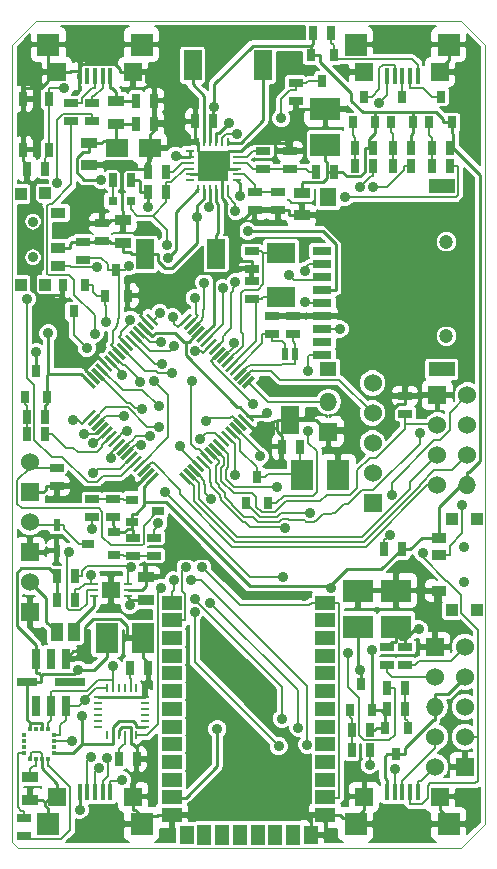
<source format=gtl>
G04 (created by PCBNEW (2013-dec-23)-stable) date Tue 01 Jul 2014 06:11:27 EEST*
%MOIN*%
G04 Gerber Fmt 3.4, Leading zero omitted, Abs format*
%FSLAX34Y34*%
G01*
G70*
G90*
G04 APERTURE LIST*
%ADD10C,0.00590551*%
%ADD11C,0.00393701*%
%ADD12R,0.0984X0.0984*%
%ADD13O,0.0315X0.0098*%
%ADD14O,0.0098X0.0315*%
%ADD15R,0.0315X0.0394*%
%ADD16R,0.0394X0.0315*%
%ADD17R,0.0393701X0.0590551*%
%ADD18R,0.0236X0.0394*%
%ADD19R,0.0255906X0.0472441*%
%ADD20R,0.055X0.035*%
%ADD21R,0.025X0.045*%
%ADD22R,0.045X0.025*%
%ADD23R,0.06X0.06*%
%ADD24C,0.06*%
%ADD25O,0.06X0.06*%
%ADD26R,0.0511811X0.0354331*%
%ADD27R,0.0393701X0.0393701*%
%ADD28C,0.0354331*%
%ADD29R,0.023622X0.0433071*%
%ADD30R,0.0590551X0.0944882*%
%ADD31R,0.015748X0.0531496*%
%ADD32R,0.0748031X0.0748031*%
%ADD33R,0.0590551X0.0590551*%
%ADD34R,0.0629921X0.0275591*%
%ADD35R,0.0551181X0.0472441*%
%ADD36R,0.0551181X0.0629921*%
%ADD37R,0.0866142X0.0472441*%
%ADD38C,0.0472441*%
%ADD39R,0.0314X0.0314*%
%ADD40R,0.0669X0.0472*%
%ADD41R,0.0472X0.0629*%
%ADD42R,0.0472X0.0669*%
%ADD43R,0.0590551X0.0984252*%
%ADD44R,0.011811X0.0177165*%
%ADD45R,0.0177165X0.011811*%
%ADD46R,0.0275591X0.00984252*%
%ADD47R,0.0649606X0.0531496*%
%ADD48R,0.0944882X0.0669291*%
%ADD49R,0.0768X0.0984*%
%ADD50R,0.0984X0.0768*%
%ADD51R,0.0314961X0.0669291*%
%ADD52R,0.0669291X0.0314961*%
%ADD53R,0.0984252X0.0314961*%
%ADD54R,0.0768X0.0591*%
%ADD55C,0.035*%
%ADD56C,0.0114961*%
%ADD57C,0.00799213*%
G04 APERTURE END LIST*
G54D10*
G54D11*
X7874Y-35236D02*
X8070Y-35433D01*
X23622Y-34645D02*
X22834Y-35433D01*
X22834Y-7874D02*
X23622Y-8661D01*
X8661Y-7874D02*
X7874Y-8661D01*
X22834Y-35433D02*
X8070Y-35433D01*
X8661Y-7874D02*
X22834Y-7874D01*
X7874Y-35236D02*
X7874Y-8661D01*
X23622Y-8661D02*
X23622Y-34645D01*
G54D12*
X14566Y-12696D03*
G54D13*
X15353Y-13188D03*
X15353Y-12991D03*
X15353Y-12794D03*
X15353Y-12598D03*
X15353Y-12401D03*
X15353Y-12204D03*
G54D14*
X15058Y-11909D03*
X14861Y-11909D03*
X14664Y-11909D03*
X14468Y-11909D03*
X14271Y-11909D03*
X14074Y-11909D03*
G54D13*
X13779Y-12204D03*
X13779Y-12401D03*
X13779Y-12598D03*
X13779Y-12794D03*
X13779Y-12991D03*
X13779Y-13188D03*
G54D14*
X14074Y-13483D03*
X14271Y-13483D03*
X14468Y-13483D03*
X14664Y-13483D03*
X14861Y-13483D03*
X15058Y-13483D03*
G54D13*
X10728Y-30413D03*
X10728Y-30610D03*
X10728Y-30807D03*
X10728Y-31003D03*
X10728Y-31200D03*
X10728Y-31397D03*
G54D14*
X11023Y-31692D03*
X11220Y-31692D03*
X11417Y-31692D03*
X11613Y-31692D03*
X11810Y-31692D03*
X12007Y-31692D03*
G54D13*
X12302Y-31397D03*
X12302Y-31200D03*
X12302Y-31003D03*
X12302Y-30807D03*
X12302Y-30610D03*
X12302Y-30413D03*
G54D14*
X12007Y-30118D03*
X11810Y-30118D03*
X11613Y-30118D03*
X11417Y-30118D03*
X11220Y-30118D03*
X11023Y-30118D03*
G54D15*
X19586Y-10393D03*
X19961Y-11259D03*
X19211Y-11259D03*
X11338Y-16161D03*
X11713Y-17027D03*
X10963Y-17027D03*
X9921Y-17558D03*
X9546Y-16692D03*
X10296Y-16692D03*
X16023Y-23070D03*
X16398Y-23936D03*
X15648Y-23936D03*
X8661Y-19547D03*
X9036Y-20413D03*
X8286Y-20413D03*
X19488Y-29980D03*
X19863Y-30846D03*
X19113Y-30846D03*
X20669Y-32322D03*
X20294Y-31456D03*
X21044Y-31456D03*
G54D16*
X10393Y-25295D03*
X11259Y-24920D03*
X11259Y-25670D03*
G54D15*
X18208Y-9881D03*
X17833Y-9015D03*
X18583Y-9015D03*
X22145Y-10393D03*
X22520Y-11259D03*
X21770Y-11259D03*
X20866Y-10393D03*
X21241Y-11259D03*
X20491Y-11259D03*
G54D16*
X12736Y-24212D03*
X11870Y-24587D03*
X11870Y-23837D03*
G54D17*
X9350Y-28248D03*
X9940Y-28248D03*
G54D18*
X9350Y-24665D03*
X9350Y-25531D03*
G54D19*
X9084Y-10472D03*
X8238Y-10472D03*
X9084Y-12165D03*
X8238Y-12165D03*
G54D20*
X11318Y-11300D03*
X11318Y-10550D03*
G54D21*
X12003Y-11318D03*
X12603Y-11318D03*
G54D22*
X10866Y-15221D03*
X10866Y-14621D03*
X16732Y-13577D03*
X16732Y-14177D03*
X20964Y-20969D03*
X20964Y-20369D03*
X16240Y-12800D03*
X16240Y-12200D03*
G54D21*
X8961Y-12795D03*
X8361Y-12795D03*
X12003Y-10531D03*
X12603Y-10531D03*
G54D22*
X15846Y-16530D03*
X15846Y-17130D03*
X15846Y-16146D03*
X15846Y-15546D03*
X17224Y-18311D03*
X17224Y-17711D03*
X16535Y-18311D03*
X16535Y-17711D03*
G54D21*
X11412Y-32480D03*
X12012Y-32480D03*
X14571Y-11220D03*
X13971Y-11220D03*
X11806Y-29429D03*
X12406Y-29429D03*
G54D22*
X8267Y-35044D03*
X8267Y-34444D03*
X10531Y-10625D03*
X10531Y-11225D03*
X15944Y-13577D03*
X15944Y-14177D03*
G54D21*
X9345Y-27165D03*
X9945Y-27165D03*
X12996Y-12893D03*
X12396Y-12893D03*
X11815Y-13188D03*
X11215Y-13188D03*
X12396Y-13582D03*
X12996Y-13582D03*
G54D22*
X11220Y-23814D03*
X11220Y-24414D03*
X10531Y-24414D03*
X10531Y-23814D03*
X9350Y-23370D03*
X9350Y-22770D03*
G54D21*
X9345Y-26377D03*
X9945Y-26377D03*
X20870Y-25492D03*
X20270Y-25492D03*
X16845Y-22066D03*
X17445Y-22066D03*
G54D22*
X10236Y-15231D03*
X10236Y-15831D03*
G54D21*
X21845Y-12696D03*
X22445Y-12696D03*
X20566Y-12696D03*
X21166Y-12696D03*
X19286Y-12696D03*
X19886Y-12696D03*
X20369Y-30807D03*
X20969Y-30807D03*
X20369Y-30118D03*
X20969Y-30118D03*
X19788Y-31496D03*
X19188Y-31496D03*
X19788Y-32185D03*
X19188Y-32185D03*
G54D22*
X9842Y-10625D03*
X9842Y-11225D03*
X17322Y-10536D03*
X17322Y-9936D03*
X20964Y-28735D03*
X20964Y-29335D03*
G54D21*
X18508Y-8267D03*
X17908Y-8267D03*
X21166Y-12106D03*
X20566Y-12106D03*
X19886Y-12106D03*
X19286Y-12106D03*
G54D22*
X12598Y-25093D03*
X12598Y-25693D03*
G54D21*
X8961Y-21062D03*
X8361Y-21062D03*
G54D22*
X11909Y-25693D03*
X11909Y-25093D03*
G54D21*
X18607Y-12893D03*
X18007Y-12893D03*
G54D22*
X20374Y-28735D03*
X20374Y-29335D03*
X17125Y-12800D03*
X17125Y-12200D03*
G54D21*
X22445Y-12106D03*
X21845Y-12106D03*
X8961Y-21653D03*
X8361Y-21653D03*
G54D23*
X19881Y-23948D03*
G54D24*
X19881Y-22948D03*
X19881Y-21948D03*
X19881Y-20948D03*
X19881Y-19948D03*
G54D25*
X23039Y-23350D03*
G54D24*
X22039Y-23350D03*
X23039Y-22350D03*
X22039Y-22350D03*
X23039Y-21350D03*
X22039Y-21350D03*
X23039Y-20350D03*
G54D23*
X22039Y-20350D03*
G54D25*
X21961Y-30738D03*
G54D24*
X22961Y-30738D03*
X21961Y-31738D03*
X22961Y-31738D03*
X21961Y-32738D03*
G54D23*
X22961Y-32738D03*
X21961Y-28738D03*
G54D24*
X22961Y-28738D03*
X21961Y-29738D03*
X22961Y-29738D03*
G54D23*
X8461Y-23588D03*
G54D24*
X8461Y-22588D03*
G54D23*
X8461Y-25588D03*
G54D24*
X8461Y-24588D03*
X8461Y-26588D03*
G54D23*
X8461Y-27588D03*
G54D25*
X18405Y-20562D03*
G54D23*
X18405Y-21562D03*
G54D26*
X22086Y-25688D03*
X22086Y-25098D03*
X22086Y-26870D03*
G54D27*
X22519Y-24468D03*
X23346Y-27500D03*
X23346Y-24468D03*
X22519Y-27519D03*
G54D28*
X22933Y-26574D03*
X22933Y-25393D03*
G54D26*
X9409Y-15452D03*
X9409Y-16043D03*
X9409Y-14271D03*
G54D27*
X8976Y-16673D03*
X8149Y-13641D03*
X8149Y-16673D03*
X8976Y-13622D03*
G54D28*
X8562Y-14566D03*
X8562Y-15748D03*
G54D29*
X16948Y-18976D03*
X17303Y-18976D03*
G54D30*
X17125Y-21161D03*
G54D31*
X10118Y-33592D03*
X10374Y-33592D03*
X10629Y-33592D03*
X10885Y-33592D03*
X11141Y-33592D03*
G54D32*
X9074Y-34645D03*
X12185Y-34645D03*
G54D33*
X11889Y-33730D03*
X9370Y-33730D03*
G54D31*
X20354Y-33592D03*
X20610Y-33592D03*
X20866Y-33592D03*
X21122Y-33592D03*
X21377Y-33592D03*
G54D32*
X19311Y-34645D03*
X22421Y-34645D03*
G54D33*
X22125Y-33730D03*
X19606Y-33730D03*
G54D31*
X21377Y-9714D03*
X21122Y-9714D03*
X20866Y-9714D03*
X20610Y-9714D03*
X20354Y-9714D03*
G54D32*
X22421Y-8661D03*
X19311Y-8661D03*
G54D33*
X19606Y-9576D03*
X22125Y-9576D03*
G54D31*
X11141Y-9714D03*
X10885Y-9714D03*
X10629Y-9714D03*
X10374Y-9714D03*
X10118Y-9714D03*
G54D32*
X12185Y-8661D03*
X9074Y-8661D03*
G54D33*
X9370Y-9576D03*
X11889Y-9576D03*
G54D34*
X18208Y-15551D03*
X18208Y-15984D03*
X18208Y-16417D03*
X18208Y-16850D03*
X18208Y-17283D03*
X18208Y-17716D03*
X18208Y-18149D03*
X18208Y-18582D03*
X18208Y-19015D03*
G54D35*
X18405Y-19488D03*
G54D36*
X18405Y-13740D03*
G54D37*
X22185Y-13385D03*
X22185Y-19488D03*
G54D38*
X22342Y-18385D03*
X22342Y-15236D03*
G54D10*
G36*
X15540Y-19358D02*
X15178Y-19720D01*
X15095Y-19637D01*
X15457Y-19275D01*
X15540Y-19358D01*
X15540Y-19358D01*
G37*
G36*
X15401Y-19219D02*
X15039Y-19581D01*
X14955Y-19498D01*
X15317Y-19135D01*
X15401Y-19219D01*
X15401Y-19219D01*
G37*
G36*
X15262Y-19080D02*
X14900Y-19442D01*
X14816Y-19358D01*
X15178Y-18996D01*
X15262Y-19080D01*
X15262Y-19080D01*
G37*
G36*
X15122Y-18940D02*
X14760Y-19302D01*
X14677Y-19219D01*
X15039Y-18857D01*
X15122Y-18940D01*
X15122Y-18940D01*
G37*
G36*
X14983Y-18801D02*
X14621Y-19163D01*
X14537Y-19080D01*
X14899Y-18718D01*
X14983Y-18801D01*
X14983Y-18801D01*
G37*
G36*
X15957Y-19775D02*
X15595Y-20138D01*
X15512Y-20054D01*
X15874Y-19692D01*
X15957Y-19775D01*
X15957Y-19775D01*
G37*
G36*
X15819Y-19637D02*
X15457Y-19999D01*
X15373Y-19915D01*
X15735Y-19553D01*
X15819Y-19637D01*
X15819Y-19637D01*
G37*
G36*
X15680Y-19498D02*
X15317Y-19860D01*
X15234Y-19776D01*
X15596Y-19414D01*
X15680Y-19498D01*
X15680Y-19498D01*
G37*
G36*
X12756Y-17967D02*
X12672Y-18050D01*
X12310Y-17688D01*
X12394Y-17605D01*
X12756Y-17967D01*
X12756Y-17967D01*
G37*
G36*
X12617Y-18105D02*
X12534Y-18189D01*
X12171Y-17827D01*
X12255Y-17743D01*
X12617Y-18105D01*
X12617Y-18105D01*
G37*
G36*
X12478Y-18245D02*
X12394Y-18328D01*
X12032Y-17966D01*
X12116Y-17882D01*
X12478Y-18245D01*
X12478Y-18245D01*
G37*
G36*
X12338Y-18384D02*
X12255Y-18467D01*
X11893Y-18105D01*
X11976Y-18022D01*
X12338Y-18384D01*
X12338Y-18384D01*
G37*
G36*
X12199Y-18523D02*
X12116Y-18607D01*
X11754Y-18245D01*
X11837Y-18161D01*
X12199Y-18523D01*
X12199Y-18523D01*
G37*
G36*
X12060Y-18662D02*
X11976Y-18746D01*
X11614Y-18384D01*
X11698Y-18300D01*
X12060Y-18662D01*
X12060Y-18662D01*
G37*
G36*
X11921Y-18802D02*
X11837Y-18885D01*
X11475Y-18523D01*
X11558Y-18440D01*
X11921Y-18802D01*
X11921Y-18802D01*
G37*
G36*
X11781Y-18941D02*
X11698Y-19025D01*
X11336Y-18662D01*
X11419Y-18579D01*
X11781Y-18941D01*
X11781Y-18941D01*
G37*
G36*
X10668Y-20890D02*
X10306Y-21252D01*
X10223Y-21168D01*
X10585Y-20806D01*
X10668Y-20890D01*
X10668Y-20890D01*
G37*
G36*
X10807Y-21028D02*
X10445Y-21391D01*
X10361Y-21307D01*
X10723Y-20945D01*
X10807Y-21028D01*
X10807Y-21028D01*
G37*
G36*
X10946Y-21168D02*
X10584Y-21530D01*
X10501Y-21446D01*
X10863Y-21084D01*
X10946Y-21168D01*
X10946Y-21168D01*
G37*
G36*
X11085Y-21307D02*
X10723Y-21669D01*
X10640Y-21586D01*
X11002Y-21224D01*
X11085Y-21307D01*
X11085Y-21307D01*
G37*
G36*
X11225Y-21446D02*
X10863Y-21808D01*
X10779Y-21725D01*
X11141Y-21363D01*
X11225Y-21446D01*
X11225Y-21446D01*
G37*
G36*
X11364Y-21586D02*
X11002Y-21948D01*
X10918Y-21864D01*
X11281Y-21502D01*
X11364Y-21586D01*
X11364Y-21586D01*
G37*
G36*
X11503Y-21725D02*
X11141Y-22087D01*
X11058Y-22003D01*
X11420Y-21641D01*
X11503Y-21725D01*
X11503Y-21725D01*
G37*
G36*
X11643Y-21864D02*
X11281Y-22226D01*
X11197Y-22143D01*
X11559Y-21781D01*
X11643Y-21864D01*
X11643Y-21864D01*
G37*
G36*
X13870Y-23256D02*
X13787Y-23339D01*
X13424Y-22977D01*
X13508Y-22894D01*
X13870Y-23256D01*
X13870Y-23256D01*
G37*
G36*
X14009Y-23117D02*
X13925Y-23201D01*
X13563Y-22839D01*
X13647Y-22755D01*
X14009Y-23117D01*
X14009Y-23117D01*
G37*
G36*
X14148Y-22978D02*
X14064Y-23061D01*
X13702Y-22699D01*
X13786Y-22616D01*
X14148Y-22978D01*
X14148Y-22978D01*
G37*
G36*
X14287Y-22839D02*
X14204Y-22922D01*
X13842Y-22560D01*
X13925Y-22477D01*
X14287Y-22839D01*
X14287Y-22839D01*
G37*
G36*
X14427Y-22699D02*
X14343Y-22783D01*
X13981Y-22421D01*
X14064Y-22337D01*
X14427Y-22699D01*
X14427Y-22699D01*
G37*
G36*
X14566Y-22560D02*
X14482Y-22644D01*
X14120Y-22281D01*
X14204Y-22198D01*
X14566Y-22560D01*
X14566Y-22560D01*
G37*
G36*
X14705Y-22421D02*
X14622Y-22504D01*
X14260Y-22142D01*
X14343Y-22059D01*
X14705Y-22421D01*
X14705Y-22421D01*
G37*
G36*
X14844Y-22281D02*
X14761Y-22365D01*
X14399Y-22003D01*
X14482Y-21919D01*
X14844Y-22281D01*
X14844Y-22281D01*
G37*
G36*
X14844Y-18662D02*
X14482Y-19025D01*
X14399Y-18941D01*
X14761Y-18579D01*
X14844Y-18662D01*
X14844Y-18662D01*
G37*
G36*
X14705Y-18523D02*
X14343Y-18885D01*
X14260Y-18802D01*
X14622Y-18440D01*
X14705Y-18523D01*
X14705Y-18523D01*
G37*
G36*
X14566Y-18384D02*
X14204Y-18746D01*
X14120Y-18662D01*
X14482Y-18300D01*
X14566Y-18384D01*
X14566Y-18384D01*
G37*
G36*
X11643Y-19080D02*
X11559Y-19163D01*
X11197Y-18801D01*
X11281Y-18718D01*
X11643Y-19080D01*
X11643Y-19080D01*
G37*
G36*
X11503Y-19219D02*
X11420Y-19302D01*
X11058Y-18940D01*
X11141Y-18857D01*
X11503Y-19219D01*
X11503Y-19219D01*
G37*
G36*
X11364Y-19358D02*
X11281Y-19442D01*
X10918Y-19080D01*
X11002Y-18996D01*
X11364Y-19358D01*
X11364Y-19358D01*
G37*
G36*
X11781Y-22003D02*
X11419Y-22365D01*
X11336Y-22281D01*
X11698Y-21919D01*
X11781Y-22003D01*
X11781Y-22003D01*
G37*
G36*
X11921Y-22142D02*
X11558Y-22504D01*
X11475Y-22421D01*
X11837Y-22059D01*
X11921Y-22142D01*
X11921Y-22142D01*
G37*
G36*
X12060Y-22281D02*
X11698Y-22644D01*
X11614Y-22560D01*
X11976Y-22198D01*
X12060Y-22281D01*
X12060Y-22281D01*
G37*
G36*
X14983Y-22143D02*
X14899Y-22226D01*
X14537Y-21864D01*
X14621Y-21781D01*
X14983Y-22143D01*
X14983Y-22143D01*
G37*
G36*
X15122Y-22003D02*
X15039Y-22087D01*
X14677Y-21725D01*
X14760Y-21641D01*
X15122Y-22003D01*
X15122Y-22003D01*
G37*
G36*
X15262Y-21864D02*
X15178Y-21948D01*
X14816Y-21586D01*
X14900Y-21502D01*
X15262Y-21864D01*
X15262Y-21864D01*
G37*
G36*
X14427Y-18245D02*
X14064Y-18607D01*
X13981Y-18523D01*
X14343Y-18161D01*
X14427Y-18245D01*
X14427Y-18245D01*
G37*
G36*
X14287Y-18105D02*
X13925Y-18467D01*
X13842Y-18384D01*
X14204Y-18022D01*
X14287Y-18105D01*
X14287Y-18105D01*
G37*
G36*
X14148Y-17966D02*
X13786Y-18328D01*
X13702Y-18245D01*
X14064Y-17882D01*
X14148Y-17966D01*
X14148Y-17966D01*
G37*
G36*
X14009Y-17827D02*
X13647Y-18189D01*
X13563Y-18105D01*
X13925Y-17743D01*
X14009Y-17827D01*
X14009Y-17827D01*
G37*
G36*
X13870Y-17688D02*
X13508Y-18050D01*
X13424Y-17967D01*
X13787Y-17605D01*
X13870Y-17688D01*
X13870Y-17688D01*
G37*
G36*
X11225Y-19498D02*
X11141Y-19581D01*
X10779Y-19219D01*
X10863Y-19135D01*
X11225Y-19498D01*
X11225Y-19498D01*
G37*
G36*
X11085Y-19637D02*
X11002Y-19720D01*
X10640Y-19358D01*
X10723Y-19275D01*
X11085Y-19637D01*
X11085Y-19637D01*
G37*
G36*
X10946Y-19776D02*
X10863Y-19860D01*
X10501Y-19498D01*
X10584Y-19414D01*
X10946Y-19776D01*
X10946Y-19776D01*
G37*
G36*
X10807Y-19915D02*
X10723Y-19999D01*
X10361Y-19637D01*
X10445Y-19553D01*
X10807Y-19915D01*
X10807Y-19915D01*
G37*
G36*
X10668Y-20054D02*
X10585Y-20138D01*
X10223Y-19775D01*
X10306Y-19692D01*
X10668Y-20054D01*
X10668Y-20054D01*
G37*
G36*
X12199Y-22421D02*
X11837Y-22783D01*
X11754Y-22699D01*
X12116Y-22337D01*
X12199Y-22421D01*
X12199Y-22421D01*
G37*
G36*
X12338Y-22560D02*
X11976Y-22922D01*
X11893Y-22839D01*
X12255Y-22477D01*
X12338Y-22560D01*
X12338Y-22560D01*
G37*
G36*
X12478Y-22699D02*
X12116Y-23061D01*
X12032Y-22978D01*
X12394Y-22616D01*
X12478Y-22699D01*
X12478Y-22699D01*
G37*
G36*
X12617Y-22839D02*
X12255Y-23201D01*
X12171Y-23117D01*
X12534Y-22755D01*
X12617Y-22839D01*
X12617Y-22839D01*
G37*
G36*
X12756Y-22977D02*
X12394Y-23339D01*
X12310Y-23256D01*
X12672Y-22894D01*
X12756Y-22977D01*
X12756Y-22977D01*
G37*
G36*
X15401Y-21725D02*
X15317Y-21808D01*
X14955Y-21446D01*
X15039Y-21363D01*
X15401Y-21725D01*
X15401Y-21725D01*
G37*
G36*
X15540Y-21586D02*
X15457Y-21669D01*
X15095Y-21307D01*
X15178Y-21224D01*
X15540Y-21586D01*
X15540Y-21586D01*
G37*
G36*
X15680Y-21446D02*
X15596Y-21530D01*
X15234Y-21168D01*
X15317Y-21084D01*
X15680Y-21446D01*
X15680Y-21446D01*
G37*
G36*
X15819Y-21307D02*
X15735Y-21391D01*
X15373Y-21028D01*
X15457Y-20945D01*
X15819Y-21307D01*
X15819Y-21307D01*
G37*
G36*
X15957Y-21168D02*
X15874Y-21252D01*
X15512Y-20890D01*
X15595Y-20806D01*
X15957Y-21168D01*
X15957Y-21168D01*
G37*
G54D39*
X11220Y-13877D03*
X11810Y-13877D03*
G54D40*
X13189Y-33168D03*
X13189Y-33759D03*
X13189Y-34349D03*
X13189Y-32578D03*
X13189Y-31987D03*
X13189Y-31397D03*
X13189Y-30806D03*
X13189Y-30216D03*
X13189Y-29625D03*
X13189Y-29034D03*
X13189Y-28444D03*
X13189Y-27853D03*
X13189Y-27263D03*
G54D41*
X13681Y-35017D03*
G54D42*
X14273Y-34999D03*
X14863Y-34999D03*
X15453Y-34999D03*
X16043Y-34999D03*
X16633Y-34999D03*
X17223Y-34999D03*
G54D41*
X17813Y-35018D03*
G54D40*
X18307Y-34349D03*
X18307Y-33759D03*
X18307Y-33167D03*
X18307Y-32578D03*
X18307Y-31987D03*
X18307Y-31397D03*
X18307Y-30806D03*
X18307Y-30216D03*
X18307Y-29625D03*
X18307Y-29034D03*
X18307Y-28444D03*
X18307Y-27853D03*
X18307Y-27263D03*
G54D43*
X13877Y-9350D03*
X16240Y-9350D03*
X14665Y-15649D03*
X12303Y-15649D03*
G54D44*
X9055Y-31486D03*
X8858Y-31486D03*
X8661Y-31486D03*
X8464Y-31486D03*
G54D45*
X8257Y-31692D03*
X8257Y-31889D03*
X8257Y-32086D03*
X8257Y-32283D03*
G54D44*
X8464Y-32490D03*
X8661Y-32490D03*
X8858Y-32490D03*
X9055Y-32490D03*
G54D45*
X9261Y-32283D03*
X9261Y-32086D03*
X9261Y-31889D03*
X9261Y-31692D03*
G54D46*
X11722Y-27035D03*
X11722Y-26838D03*
X11722Y-26642D03*
X10600Y-26642D03*
X10600Y-26838D03*
X10600Y-27035D03*
G54D47*
X11161Y-26838D03*
G54D48*
X16830Y-15610D03*
X16830Y-17066D03*
G54D49*
X11014Y-28444D03*
X12214Y-28444D03*
G54D50*
X20669Y-28060D03*
X20669Y-26860D03*
G54D49*
X17529Y-23011D03*
X18729Y-23011D03*
G54D50*
X18307Y-12017D03*
X18307Y-10817D03*
X19389Y-28060D03*
X19389Y-26860D03*
G54D51*
X9153Y-29133D03*
X9653Y-29133D03*
X8653Y-29133D03*
X9653Y-30708D03*
X9153Y-30708D03*
X8653Y-30708D03*
G54D52*
X8366Y-29921D03*
G54D53*
X9803Y-29921D03*
G54D20*
X10433Y-11928D03*
X10433Y-12678D03*
G54D54*
X11368Y-12106D03*
X12450Y-12106D03*
G54D20*
X12311Y-27163D03*
X12311Y-26413D03*
X17519Y-13601D03*
X17519Y-14351D03*
X11555Y-15276D03*
X11555Y-14526D03*
X8464Y-33089D03*
X8464Y-33839D03*
G54D55*
X9066Y-18291D03*
X16357Y-20958D03*
X14605Y-10739D03*
X12396Y-14065D03*
X18486Y-26768D03*
X19863Y-28849D03*
X14414Y-14092D03*
X13325Y-12361D03*
X10830Y-13174D03*
X14207Y-26085D03*
X12466Y-21717D03*
X10566Y-22956D03*
X13248Y-26519D03*
X13648Y-26079D03*
X12150Y-22010D03*
X16117Y-22388D03*
X11028Y-32444D03*
X11522Y-33179D03*
X14338Y-21222D03*
X12744Y-20724D03*
X10753Y-32775D03*
X10502Y-32420D03*
X12186Y-20798D03*
X17715Y-19533D03*
X13190Y-19594D03*
X18784Y-18143D03*
X12864Y-19312D03*
X17086Y-16331D03*
X11798Y-17833D03*
X12819Y-18581D03*
X17633Y-16207D03*
X17633Y-17249D03*
X13270Y-18725D03*
X21554Y-25600D03*
X11602Y-21045D03*
X10263Y-21649D03*
X13946Y-27569D03*
X16754Y-32049D03*
X14473Y-27261D03*
X17404Y-31432D03*
X20610Y-32795D03*
X9900Y-21163D03*
X16855Y-31135D03*
X13967Y-27140D03*
X12759Y-21397D03*
X19464Y-13413D03*
X12790Y-17618D03*
X19904Y-13413D03*
X13219Y-17749D03*
X18943Y-13749D03*
X13958Y-17110D03*
X13064Y-15782D03*
X11781Y-27355D03*
X14700Y-31480D03*
X19455Y-29522D03*
X10615Y-18299D03*
X12594Y-19890D03*
X9376Y-13262D03*
X8347Y-17143D03*
X17734Y-21529D03*
X22873Y-24006D03*
X11001Y-17898D03*
X17593Y-27059D03*
X10162Y-28885D03*
X21451Y-21610D03*
X15294Y-14222D03*
X10702Y-16075D03*
X16709Y-23403D03*
X15897Y-20637D03*
X11149Y-22457D03*
X13846Y-19888D03*
X16965Y-24782D03*
X21416Y-28143D03*
X10118Y-34175D03*
X14272Y-16593D03*
X16839Y-11118D03*
X11238Y-29385D03*
X11816Y-26082D03*
X14112Y-21817D03*
X15304Y-23021D03*
X10483Y-26334D03*
X10301Y-30501D03*
X10067Y-29493D03*
X15718Y-14877D03*
X10182Y-31037D03*
X8661Y-18920D03*
X15465Y-13711D03*
X15082Y-11288D03*
X14017Y-14420D03*
X13958Y-18868D03*
X9764Y-25579D03*
X10348Y-18785D03*
X10575Y-21952D03*
X13836Y-26497D03*
X17698Y-31999D03*
X19788Y-32672D03*
X10531Y-24799D03*
X11532Y-19676D03*
X13013Y-15353D03*
X14895Y-16777D03*
X9862Y-31889D03*
X13474Y-22031D03*
X12820Y-26770D03*
X14503Y-23812D03*
X11683Y-21535D03*
X12974Y-23588D03*
X16905Y-26397D03*
X19061Y-28933D03*
X11752Y-16047D03*
X15355Y-11632D03*
X20463Y-25011D03*
X20515Y-23668D03*
X17792Y-24267D03*
X9597Y-10125D03*
X15244Y-18614D03*
X20083Y-10614D03*
X15309Y-16585D03*
X12741Y-24625D03*
X12125Y-19893D03*
G54D56*
X14571Y-10773D02*
X14571Y-11220D01*
X14605Y-10739D02*
X14571Y-10773D01*
X14605Y-9978D02*
X14605Y-10739D01*
X15882Y-8702D02*
X14605Y-9978D01*
X17833Y-8702D02*
X15882Y-8702D01*
X9066Y-19637D02*
X9066Y-18291D01*
X9036Y-19667D02*
X9036Y-20413D01*
X9066Y-19637D02*
X9036Y-19667D01*
X10168Y-19637D02*
X9066Y-19637D01*
X10168Y-19637D02*
X10168Y-19637D01*
X12536Y-18383D02*
X12532Y-18383D01*
X12656Y-18263D02*
X12536Y-18383D01*
X13282Y-18263D02*
X12656Y-18263D01*
X13579Y-18560D02*
X13282Y-18263D01*
X13647Y-18560D02*
X13579Y-18560D01*
X13749Y-18560D02*
X13647Y-18560D01*
X14064Y-18245D02*
X13749Y-18560D01*
X15374Y-20752D02*
X15457Y-20752D01*
X13647Y-19025D02*
X15374Y-20752D01*
X13647Y-18560D02*
X13647Y-19025D01*
X12255Y-18105D02*
X12532Y-18383D01*
X15735Y-21029D02*
X15457Y-20752D01*
X16286Y-21029D02*
X15735Y-21029D01*
X16357Y-20958D02*
X16286Y-21029D01*
X10445Y-19915D02*
X10168Y-19637D01*
X15790Y-26708D02*
X18486Y-26708D01*
X12982Y-23900D02*
X15790Y-26708D01*
X12255Y-23900D02*
X12982Y-23900D01*
X14468Y-11323D02*
X14468Y-11909D01*
X14571Y-11220D02*
X14468Y-11323D01*
X22086Y-24092D02*
X22086Y-25098D01*
X23039Y-23140D02*
X22086Y-24092D01*
X23039Y-23140D02*
X23039Y-22914D01*
X23039Y-23350D02*
X23039Y-23140D01*
X23093Y-22914D02*
X23039Y-22914D01*
X23475Y-22532D02*
X23093Y-22914D01*
X23475Y-13005D02*
X23475Y-22532D01*
X22576Y-12106D02*
X23475Y-13005D01*
X22576Y-11648D02*
X22520Y-11593D01*
X22576Y-12106D02*
X22576Y-11648D01*
X9036Y-20626D02*
X9036Y-20413D01*
X8961Y-20701D02*
X9036Y-20626D01*
X8961Y-21062D02*
X8961Y-20701D01*
X11259Y-24714D02*
X11259Y-24920D01*
X11220Y-24675D02*
X11259Y-24714D01*
X11220Y-24414D02*
X11220Y-24675D01*
X17855Y-8682D02*
X17833Y-8682D01*
X17908Y-8629D02*
X17855Y-8682D01*
X17908Y-8267D02*
X17908Y-8629D01*
X21166Y-11668D02*
X21241Y-11593D01*
X21166Y-12106D02*
X21166Y-11668D01*
X21241Y-11259D02*
X21241Y-11593D01*
X11909Y-25093D02*
X11909Y-24832D01*
X17519Y-13601D02*
X17519Y-13290D01*
X12135Y-13247D02*
X12077Y-13188D01*
X12135Y-13582D02*
X12135Y-13247D01*
X12396Y-13582D02*
X12135Y-13582D01*
X11909Y-24832D02*
X11870Y-24793D01*
X11720Y-24793D02*
X11593Y-24920D01*
X11870Y-24793D02*
X11720Y-24793D01*
X11259Y-24920D02*
X11593Y-24920D01*
X21241Y-11259D02*
X21241Y-10926D01*
X11870Y-24793D02*
X11870Y-24587D01*
X18307Y-12017D02*
X18307Y-12537D01*
X19961Y-11259D02*
X19961Y-10926D01*
X20369Y-30807D02*
X20369Y-30987D01*
X19961Y-31496D02*
X20000Y-31456D01*
X19788Y-31496D02*
X19961Y-31496D01*
X20294Y-31456D02*
X20000Y-31456D01*
X20298Y-31119D02*
X20294Y-31123D01*
X20298Y-30987D02*
X20298Y-31119D01*
X20369Y-30987D02*
X20298Y-30987D01*
X20298Y-30987D02*
X20157Y-30846D01*
X20294Y-31456D02*
X20294Y-31123D01*
X17833Y-9015D02*
X17833Y-8702D01*
X17833Y-8702D02*
X17833Y-8682D01*
X19625Y-12905D02*
X19625Y-12106D01*
X19472Y-13058D02*
X19625Y-12905D01*
X19032Y-13058D02*
X19472Y-13058D01*
X18868Y-12893D02*
X19032Y-13058D01*
X18607Y-12893D02*
X18868Y-12893D01*
X18345Y-12576D02*
X18345Y-12893D01*
X18307Y-12537D02*
X18345Y-12576D01*
X18607Y-12893D02*
X18345Y-12893D01*
X17554Y-13255D02*
X17519Y-13290D01*
X18213Y-13255D02*
X17554Y-13255D01*
X18345Y-13122D02*
X18213Y-13255D01*
X18345Y-12893D02*
X18345Y-13122D01*
X19886Y-12106D02*
X19755Y-12106D01*
X19755Y-12106D02*
X19625Y-12106D01*
X19755Y-11798D02*
X19961Y-11593D01*
X19755Y-12106D02*
X19755Y-11798D01*
X19961Y-11259D02*
X19961Y-11593D01*
X18127Y-9239D02*
X18127Y-9015D01*
X19174Y-10287D02*
X18127Y-9239D01*
X19174Y-10552D02*
X19174Y-10287D01*
X19548Y-10926D02*
X19174Y-10552D01*
X19961Y-10926D02*
X19548Y-10926D01*
X17833Y-9015D02*
X18127Y-9015D01*
X21241Y-10926D02*
X19961Y-10926D01*
X22226Y-11149D02*
X22226Y-11259D01*
X22003Y-10926D02*
X22226Y-11149D01*
X21241Y-10926D02*
X22003Y-10926D01*
X22520Y-11259D02*
X22226Y-11259D01*
X22445Y-12106D02*
X22576Y-12106D01*
X22520Y-11259D02*
X22520Y-11593D01*
X19863Y-30846D02*
X20157Y-30846D01*
X20870Y-25492D02*
X20777Y-25492D01*
X20870Y-25492D02*
X21132Y-25492D01*
X21525Y-25098D02*
X21132Y-25492D01*
X22086Y-25098D02*
X21525Y-25098D01*
X11911Y-13188D02*
X12077Y-13188D01*
X11911Y-13188D02*
X11910Y-13188D01*
X11815Y-13188D02*
X11910Y-13188D01*
X12396Y-13582D02*
X12396Y-14065D01*
X12533Y-23117D02*
X12255Y-23394D01*
X11870Y-24587D02*
X11870Y-24293D01*
X12255Y-23394D02*
X12255Y-23900D01*
X11980Y-24293D02*
X11870Y-24293D01*
X12255Y-24018D02*
X11980Y-24293D01*
X12255Y-23900D02*
X12255Y-24018D01*
X18486Y-26680D02*
X18486Y-26708D01*
X19025Y-26141D02*
X18486Y-26680D01*
X20165Y-26141D02*
X19025Y-26141D01*
X20777Y-25529D02*
X20165Y-26141D01*
X20777Y-25492D02*
X20777Y-25529D01*
X18486Y-26708D02*
X18486Y-26768D01*
X19863Y-30846D02*
X19863Y-28849D01*
X10271Y-13174D02*
X10830Y-13174D01*
X10021Y-12924D02*
X10271Y-13174D01*
X10021Y-12446D02*
X10021Y-12924D01*
X10228Y-12239D02*
X10021Y-12446D01*
X10433Y-12239D02*
X10228Y-12239D01*
X14468Y-14037D02*
X14414Y-14092D01*
X14468Y-13483D02*
X14468Y-14037D01*
X13779Y-12401D02*
X13486Y-12401D01*
X10433Y-11928D02*
X10433Y-12239D01*
X10614Y-11928D02*
X10433Y-11928D01*
X13779Y-12204D02*
X13779Y-12401D01*
X11741Y-11311D02*
X11730Y-11300D01*
X11741Y-11318D02*
X11741Y-11311D01*
X11318Y-11300D02*
X11730Y-11300D01*
X12003Y-11318D02*
X11741Y-11318D01*
X11318Y-11300D02*
X11318Y-11883D01*
X11368Y-11933D02*
X11318Y-11883D01*
X11368Y-12106D02*
X11368Y-11933D01*
X10888Y-11883D02*
X10844Y-11928D01*
X11318Y-11883D02*
X10888Y-11883D01*
X10614Y-11928D02*
X10844Y-11928D01*
X13445Y-12361D02*
X13325Y-12361D01*
X13486Y-12401D02*
X13445Y-12361D01*
G54D57*
X15476Y-27353D02*
X14207Y-26085D01*
X17764Y-27353D02*
X15476Y-27353D01*
X17853Y-27263D02*
X17764Y-27353D01*
X12272Y-21717D02*
X12466Y-21717D01*
X12272Y-21717D02*
X12272Y-21717D01*
X12029Y-21717D02*
X12272Y-21717D01*
X12028Y-21717D02*
X12029Y-21717D01*
X12004Y-21717D02*
X12028Y-21717D01*
X11843Y-21877D02*
X12004Y-21717D01*
X11823Y-21877D02*
X11843Y-21877D01*
X11823Y-21877D02*
X11823Y-21877D01*
X18760Y-27263D02*
X18760Y-33760D01*
X18307Y-27263D02*
X18760Y-27263D01*
X18307Y-33760D02*
X18760Y-33760D01*
X18307Y-27263D02*
X17853Y-27263D01*
X11558Y-22142D02*
X11823Y-21877D01*
X10715Y-22807D02*
X10566Y-22956D01*
X11451Y-22807D02*
X10715Y-22807D01*
X11837Y-22421D02*
X11451Y-22807D01*
X13189Y-27263D02*
X13189Y-26909D01*
X13248Y-26849D02*
X13248Y-26519D01*
X13189Y-26909D02*
X13248Y-26849D01*
X13642Y-26961D02*
X13642Y-27853D01*
X13542Y-26862D02*
X13642Y-26961D01*
X13542Y-26185D02*
X13542Y-26862D01*
X13648Y-26079D02*
X13542Y-26185D01*
X13189Y-27853D02*
X13642Y-27853D01*
X11969Y-22010D02*
X12150Y-22010D01*
X11698Y-22281D02*
X11969Y-22010D01*
X16117Y-22246D02*
X16117Y-22388D01*
X15317Y-21446D02*
X16117Y-22246D01*
X11060Y-32475D02*
X11028Y-32444D01*
X11060Y-33033D02*
X11060Y-32475D01*
X10885Y-33207D02*
X11060Y-33033D01*
X10885Y-33592D02*
X10885Y-33207D01*
X14458Y-21101D02*
X14338Y-21222D01*
X15132Y-21101D02*
X14458Y-21101D01*
X15192Y-21042D02*
X15132Y-21101D01*
X11493Y-33207D02*
X11522Y-33179D01*
X11141Y-33207D02*
X11493Y-33207D01*
X15457Y-21307D02*
X15192Y-21042D01*
X11141Y-33592D02*
X11141Y-33207D01*
X12207Y-20187D02*
X12744Y-20724D01*
X11552Y-20187D02*
X12207Y-20187D01*
X10863Y-19498D02*
X11552Y-20187D01*
X10629Y-32899D02*
X10753Y-32775D01*
X10629Y-33592D02*
X10629Y-32899D01*
X20964Y-29335D02*
X21308Y-29335D01*
X22480Y-29220D02*
X22961Y-28738D01*
X21423Y-29220D02*
X22480Y-29220D01*
X21308Y-29335D02*
X21423Y-29220D01*
X11008Y-19902D02*
X10988Y-19902D01*
X11699Y-20593D02*
X11008Y-19902D01*
X11789Y-20593D02*
X11699Y-20593D01*
X11969Y-20773D02*
X11789Y-20593D01*
X12049Y-20773D02*
X11969Y-20773D01*
X12074Y-20798D02*
X12049Y-20773D01*
X12186Y-20798D02*
X12074Y-20798D01*
X10723Y-19637D02*
X10988Y-19902D01*
X10374Y-32548D02*
X10502Y-32420D01*
X10374Y-33592D02*
X10374Y-32548D01*
X20374Y-29335D02*
X20374Y-29579D01*
X20533Y-29738D02*
X20374Y-29579D01*
X21961Y-29738D02*
X20533Y-29738D01*
X18208Y-19015D02*
X17774Y-19015D01*
X17715Y-19075D02*
X17774Y-19015D01*
X17715Y-19533D02*
X17715Y-19075D01*
X13177Y-19606D02*
X13190Y-19594D01*
X12726Y-19606D02*
X13177Y-19606D01*
X12648Y-19528D02*
X12726Y-19606D01*
X12285Y-19528D02*
X12648Y-19528D01*
X11558Y-18802D02*
X12285Y-19528D01*
X12626Y-19312D02*
X12864Y-19312D01*
X11837Y-18523D02*
X12626Y-19312D01*
X18648Y-18143D02*
X18784Y-18143D01*
X18642Y-18149D02*
X18648Y-18143D01*
X18208Y-18149D02*
X18642Y-18149D01*
X11698Y-18662D02*
X11433Y-18397D01*
X11798Y-17944D02*
X11798Y-17833D01*
X11486Y-18256D02*
X11798Y-17944D01*
X11486Y-18344D02*
X11486Y-18256D01*
X11433Y-18397D02*
X11486Y-18344D01*
X18115Y-16510D02*
X18208Y-16417D01*
X17265Y-16510D02*
X18115Y-16510D01*
X17086Y-16331D02*
X17265Y-16510D01*
X12452Y-18581D02*
X12116Y-18245D01*
X12819Y-18581D02*
X12452Y-18581D01*
X18208Y-15984D02*
X17774Y-15984D01*
X17633Y-16126D02*
X17633Y-16207D01*
X17774Y-15984D02*
X17633Y-16126D01*
X13116Y-18878D02*
X13270Y-18725D01*
X12471Y-18878D02*
X13116Y-18878D01*
X11976Y-18384D02*
X12471Y-18878D01*
X17740Y-17249D02*
X17774Y-17283D01*
X17633Y-17249D02*
X17740Y-17249D01*
X18208Y-17283D02*
X17774Y-17283D01*
X11490Y-21045D02*
X11602Y-21045D01*
X11488Y-21044D02*
X11490Y-21045D01*
X10990Y-21044D02*
X11488Y-21044D01*
X10988Y-21042D02*
X10990Y-21044D01*
X10723Y-21307D02*
X10988Y-21042D01*
X23380Y-31738D02*
X22961Y-31738D01*
X23380Y-33196D02*
X23380Y-31738D01*
X23289Y-33287D02*
X23380Y-33196D01*
X21791Y-33287D02*
X23289Y-33287D01*
X21711Y-33366D02*
X21791Y-33287D01*
X21711Y-33779D02*
X21711Y-33366D01*
X21514Y-33977D02*
X21711Y-33779D01*
X21122Y-33977D02*
X21514Y-33977D01*
X23380Y-28167D02*
X23380Y-31738D01*
X22835Y-27622D02*
X23380Y-28167D01*
X22835Y-27004D02*
X22835Y-27622D01*
X22367Y-26536D02*
X22835Y-27004D01*
X22333Y-26536D02*
X22367Y-26536D01*
X21554Y-25758D02*
X22333Y-26536D01*
X21554Y-25600D02*
X21554Y-25758D01*
X21122Y-33592D02*
X21122Y-33977D01*
X21492Y-33207D02*
X21961Y-32738D01*
X21377Y-33207D02*
X21492Y-33207D01*
X21377Y-33592D02*
X21377Y-33207D01*
X10660Y-21649D02*
X10263Y-21649D01*
X10863Y-21446D02*
X10660Y-21649D01*
X13946Y-29241D02*
X16754Y-32049D01*
X13946Y-27569D02*
X13946Y-29241D01*
X17404Y-30192D02*
X14473Y-27261D01*
X17404Y-31432D02*
X17404Y-30192D01*
X20610Y-33592D02*
X20610Y-32795D01*
X10445Y-21029D02*
X10180Y-21294D01*
X10049Y-21163D02*
X9900Y-21163D01*
X10180Y-21294D02*
X10049Y-21163D01*
X11000Y-20752D02*
X10584Y-21168D01*
X11723Y-20752D02*
X11000Y-20752D01*
X12369Y-21397D02*
X11723Y-20752D01*
X12759Y-21397D02*
X12369Y-21397D01*
X13967Y-27175D02*
X13967Y-27140D01*
X16855Y-30062D02*
X13967Y-27175D01*
X16855Y-31135D02*
X16855Y-30062D01*
X16855Y-31135D02*
X16855Y-31135D01*
X20866Y-33592D02*
X20866Y-33207D01*
X21961Y-32112D02*
X21961Y-31738D01*
X20866Y-33207D02*
X21961Y-32112D01*
X19837Y-13040D02*
X19464Y-13413D01*
X19886Y-13040D02*
X19837Y-13040D01*
X19886Y-12696D02*
X19886Y-13040D01*
X12580Y-17827D02*
X12790Y-17618D01*
X12533Y-17827D02*
X12580Y-17827D01*
X20368Y-13413D02*
X19904Y-13413D01*
X20922Y-12859D02*
X20368Y-13413D01*
X20922Y-12696D02*
X20922Y-12859D01*
X13270Y-17801D02*
X13219Y-17749D01*
X13270Y-17981D02*
X13270Y-17801D01*
X13382Y-18092D02*
X13270Y-17981D01*
X13647Y-17827D02*
X13382Y-18092D01*
X21166Y-12696D02*
X20922Y-12696D01*
X22667Y-13749D02*
X18943Y-13749D01*
X22736Y-13680D02*
X22667Y-13749D01*
X22736Y-12744D02*
X22736Y-13680D01*
X22689Y-12696D02*
X22736Y-12744D01*
X13989Y-17140D02*
X13958Y-17110D01*
X13989Y-17639D02*
X13989Y-17140D01*
X14051Y-17701D02*
X13989Y-17639D01*
X13786Y-17966D02*
X14051Y-17701D01*
X22445Y-12696D02*
X22689Y-12696D01*
G54D56*
X11781Y-27163D02*
X12311Y-27163D01*
X11722Y-27104D02*
X11781Y-27163D01*
X11722Y-27035D02*
X11722Y-27104D01*
X11781Y-27163D02*
X11781Y-27355D01*
X13330Y-15516D02*
X13064Y-15782D01*
X13330Y-14228D02*
X13330Y-15516D01*
X14074Y-13483D02*
X13330Y-14228D01*
X13189Y-33760D02*
X13659Y-33760D01*
X19389Y-28060D02*
X19389Y-29457D01*
X19488Y-29980D02*
X19488Y-29647D01*
X14700Y-32719D02*
X14700Y-31480D01*
X13659Y-33760D02*
X14700Y-32719D01*
X19389Y-29457D02*
X19455Y-29522D01*
X19455Y-29613D02*
X19488Y-29647D01*
X19455Y-29522D02*
X19455Y-29613D01*
G54D57*
X13056Y-20352D02*
X12594Y-19890D01*
X13056Y-21759D02*
X13056Y-20352D01*
X12116Y-22699D02*
X13056Y-21759D01*
X9842Y-13324D02*
X9842Y-11225D01*
X9191Y-13975D02*
X9842Y-13324D01*
X9104Y-13975D02*
X9191Y-13975D01*
X9034Y-14045D02*
X9104Y-13975D01*
X9034Y-16312D02*
X9034Y-14045D01*
X9080Y-16357D02*
X9034Y-16312D01*
X9761Y-16357D02*
X9080Y-16357D01*
X9921Y-16517D02*
X9761Y-16357D01*
X9921Y-16998D02*
X9921Y-16517D01*
X10615Y-17692D02*
X9921Y-16998D01*
X10615Y-18299D02*
X10615Y-17692D01*
X11499Y-23037D02*
X11976Y-22560D01*
X10900Y-23037D02*
X11499Y-23037D01*
X10900Y-23037D02*
X10900Y-23037D01*
X10688Y-23249D02*
X10900Y-23037D01*
X10377Y-23249D02*
X10688Y-23249D01*
X9542Y-22414D02*
X10377Y-23249D01*
X9185Y-22414D02*
X9542Y-22414D01*
X8605Y-21834D02*
X9185Y-22414D01*
X8605Y-20020D02*
X8605Y-21834D01*
X8347Y-19762D02*
X8605Y-20020D01*
X8347Y-17143D02*
X8347Y-19762D01*
X9376Y-11172D02*
X9376Y-13262D01*
X9567Y-10981D02*
X9376Y-11172D01*
X10531Y-10981D02*
X9567Y-10981D01*
X10531Y-11225D02*
X10531Y-10981D01*
X18032Y-23560D02*
X18032Y-22225D01*
X18032Y-23560D02*
X17895Y-23697D01*
X17895Y-23697D02*
X16914Y-23697D01*
X16914Y-23697D02*
X16674Y-23936D01*
X16674Y-23936D02*
X16398Y-23936D01*
X17734Y-21927D02*
X17734Y-21529D01*
X18032Y-22225D02*
X17734Y-21927D01*
X22086Y-25688D02*
X22461Y-25688D01*
X22461Y-25688D02*
X22461Y-25361D01*
X22461Y-25361D02*
X22873Y-24949D01*
X22873Y-24949D02*
X22873Y-24006D01*
X10963Y-17027D02*
X10963Y-17343D01*
X11001Y-17381D02*
X10963Y-17343D01*
X11001Y-17898D02*
X11001Y-17381D01*
X10572Y-16912D02*
X10687Y-17027D01*
X10572Y-16692D02*
X10572Y-16912D01*
X10963Y-17027D02*
X10687Y-17027D01*
X10296Y-16692D02*
X10572Y-16692D01*
G54D56*
X15762Y-11938D02*
X16967Y-11938D01*
X15496Y-12204D02*
X15762Y-11938D01*
X15353Y-12204D02*
X15496Y-12204D01*
X9038Y-25588D02*
X9096Y-25531D01*
X8461Y-25588D02*
X9038Y-25588D01*
X9350Y-25531D02*
X9096Y-25531D01*
X12778Y-17027D02*
X12173Y-17027D01*
X13526Y-16279D02*
X12778Y-17027D01*
X14584Y-16279D02*
X13526Y-16279D01*
X15015Y-16279D02*
X14584Y-16279D01*
X15410Y-15885D02*
X15015Y-16279D01*
X14584Y-18004D02*
X14204Y-18384D01*
X14584Y-16279D02*
X14584Y-18004D01*
X12394Y-17966D02*
X12117Y-17689D01*
X12173Y-17027D02*
X11713Y-17027D01*
X12173Y-17632D02*
X12173Y-17027D01*
X12117Y-17689D02*
X12173Y-17632D01*
X15407Y-15882D02*
X15410Y-15885D01*
X15407Y-14675D02*
X15407Y-15882D01*
X15410Y-15885D02*
X15846Y-15885D01*
X10688Y-19081D02*
X10725Y-19081D01*
X10438Y-19330D02*
X10688Y-19081D01*
X10307Y-19462D02*
X10438Y-19330D01*
X10307Y-19499D02*
X10307Y-19462D01*
X10307Y-19499D02*
X10307Y-19499D01*
X9546Y-18438D02*
X10438Y-19330D01*
X9546Y-17026D02*
X9546Y-18438D01*
X14983Y-13899D02*
X14861Y-13777D01*
X14983Y-14351D02*
X14983Y-13899D01*
X15308Y-14675D02*
X14983Y-14351D01*
X15407Y-14675D02*
X15308Y-14675D01*
X15905Y-14177D02*
X15407Y-14675D01*
X15944Y-14177D02*
X15905Y-14177D01*
X13368Y-25768D02*
X12722Y-26413D01*
X14481Y-25768D02*
X13368Y-25768D01*
X15773Y-27059D02*
X14481Y-25768D01*
X17593Y-27059D02*
X15773Y-27059D01*
X11946Y-23426D02*
X12394Y-22978D01*
X9767Y-23426D02*
X11946Y-23426D01*
X9711Y-23370D02*
X9767Y-23426D01*
X12406Y-29429D02*
X12406Y-29790D01*
X12302Y-29894D02*
X12406Y-29790D01*
X12302Y-30413D02*
X12302Y-29894D01*
X12302Y-30413D02*
X10728Y-30413D01*
X11517Y-14177D02*
X11555Y-14215D01*
X11517Y-12938D02*
X11517Y-14177D01*
X11638Y-12818D02*
X11517Y-12938D01*
X12396Y-12818D02*
X11638Y-12818D01*
X11256Y-12678D02*
X10433Y-12678D01*
X11517Y-12938D02*
X11256Y-12678D01*
X12396Y-12818D02*
X12396Y-12893D01*
X12396Y-12591D02*
X12396Y-12818D01*
X12450Y-12538D02*
X12396Y-12591D01*
X11555Y-14526D02*
X11555Y-14215D01*
X11002Y-19358D02*
X10725Y-19081D01*
X10584Y-19776D02*
X10307Y-19499D01*
X22125Y-33730D02*
X22125Y-34161D01*
X22421Y-34457D02*
X22421Y-34645D01*
X22125Y-34161D02*
X22421Y-34457D01*
X18716Y-17660D02*
X18659Y-17716D01*
X18864Y-17660D02*
X18716Y-17660D01*
X20964Y-19760D02*
X18864Y-17660D01*
X20964Y-20369D02*
X20964Y-19760D01*
X18864Y-15254D02*
X18864Y-17660D01*
X17961Y-14351D02*
X18864Y-15254D01*
X17519Y-14351D02*
X17961Y-14351D01*
X11889Y-33730D02*
X11889Y-33298D01*
X12012Y-33175D02*
X12012Y-32480D01*
X11889Y-33298D02*
X12012Y-33175D01*
X8361Y-12795D02*
X8361Y-13156D01*
X8728Y-17026D02*
X9546Y-17026D01*
X8625Y-16923D02*
X8728Y-17026D01*
X8625Y-16353D02*
X8625Y-16923D01*
X8847Y-16131D02*
X8625Y-16353D01*
X8847Y-14095D02*
X8847Y-16131D01*
X8482Y-13730D02*
X8847Y-14095D01*
X8482Y-13278D02*
X8482Y-13730D01*
X8361Y-13156D02*
X8482Y-13278D01*
X8361Y-12661D02*
X8361Y-12795D01*
X8238Y-12537D02*
X8361Y-12661D01*
X9546Y-16692D02*
X9546Y-17026D01*
X8238Y-12165D02*
X8238Y-12537D01*
X8238Y-12165D02*
X8238Y-10472D01*
X18003Y-21161D02*
X17125Y-21161D01*
X18405Y-21562D02*
X18003Y-21161D01*
X15060Y-12794D02*
X15060Y-12204D01*
X15353Y-12204D02*
X15060Y-12204D01*
X15060Y-12794D02*
X14861Y-12794D01*
X14861Y-12794D02*
X14861Y-13483D01*
X14763Y-12696D02*
X14861Y-12794D01*
X14566Y-12696D02*
X14763Y-12696D01*
X15353Y-12794D02*
X15060Y-12794D01*
X17125Y-12200D02*
X17125Y-12096D01*
X14467Y-12597D02*
X14566Y-12696D01*
X15846Y-16146D02*
X15846Y-15885D01*
G54D57*
X8858Y-32303D02*
X8858Y-32490D01*
X8799Y-32244D02*
X8858Y-32303D01*
X8523Y-32244D02*
X8799Y-32244D01*
X8484Y-32283D02*
X8523Y-32244D01*
X8484Y-32381D02*
X8484Y-32283D01*
X8464Y-32401D02*
X8484Y-32381D01*
X8464Y-32490D02*
X8464Y-32401D01*
G54D56*
X12197Y-26838D02*
X11722Y-26838D01*
X12311Y-26725D02*
X12197Y-26838D01*
X17125Y-21161D02*
X16694Y-21161D01*
X15596Y-21168D02*
X15873Y-21445D01*
X16845Y-22066D02*
X16845Y-21705D01*
X17093Y-14336D02*
X17108Y-14351D01*
X17093Y-14177D02*
X17093Y-14336D01*
X17519Y-14351D02*
X17108Y-14351D01*
X16732Y-14177D02*
X17093Y-14177D01*
X9074Y-34645D02*
X9074Y-34135D01*
X8464Y-33839D02*
X8875Y-33839D01*
X15846Y-16146D02*
X15846Y-16530D01*
X16535Y-17711D02*
X17224Y-17711D01*
X12311Y-26413D02*
X12311Y-26725D01*
X8961Y-33925D02*
X8875Y-33839D01*
X8961Y-34022D02*
X9074Y-34135D01*
X8961Y-33925D02*
X8961Y-34022D01*
X9156Y-33730D02*
X8961Y-33925D01*
X9370Y-33730D02*
X9156Y-33730D01*
X22125Y-9467D02*
X22421Y-9171D01*
X22125Y-9576D02*
X22125Y-9467D01*
X22421Y-8661D02*
X22421Y-9171D01*
X9370Y-33730D02*
X9370Y-33298D01*
X11417Y-31510D02*
X11417Y-31692D01*
X11529Y-31398D02*
X11417Y-31510D01*
X11810Y-31398D02*
X11529Y-31398D01*
X11810Y-31692D02*
X11810Y-31398D01*
X19606Y-33730D02*
X19606Y-34161D01*
X19389Y-26860D02*
X20669Y-26860D01*
X21961Y-28738D02*
X21961Y-26870D01*
X11049Y-14621D02*
X11143Y-14526D01*
X10866Y-14621D02*
X11049Y-14621D01*
X11555Y-14526D02*
X11143Y-14526D01*
X13779Y-12991D02*
X14073Y-12991D01*
X14467Y-12597D02*
X14073Y-12991D01*
X14411Y-12541D02*
X14467Y-12597D01*
X14411Y-12540D02*
X14411Y-12541D01*
X14074Y-12203D02*
X14411Y-12540D01*
X14861Y-13483D02*
X14861Y-13777D01*
X22086Y-26870D02*
X22067Y-26870D01*
X20669Y-26860D02*
X21297Y-26860D01*
X22067Y-26870D02*
X21961Y-26870D01*
X21307Y-26870D02*
X21297Y-26860D01*
X21961Y-26870D02*
X21307Y-26870D01*
X13971Y-11220D02*
X12603Y-11220D01*
X14074Y-11909D02*
X14074Y-12008D01*
X14074Y-12008D02*
X14074Y-12203D01*
X13971Y-11905D02*
X13971Y-11220D01*
X14074Y-12008D02*
X13971Y-11905D01*
X8858Y-32786D02*
X9370Y-33298D01*
X8858Y-32490D02*
X8858Y-32786D01*
X17590Y-17716D02*
X17585Y-17711D01*
X18208Y-17716D02*
X17590Y-17716D01*
X17224Y-17711D02*
X17585Y-17711D01*
X18885Y-34457D02*
X18777Y-34350D01*
X19311Y-34457D02*
X18885Y-34457D01*
X19311Y-34645D02*
X19311Y-34457D01*
X19311Y-34457D02*
X19606Y-34161D01*
X18398Y-34350D02*
X18777Y-34350D01*
X18398Y-34350D02*
X18393Y-34350D01*
X9074Y-8661D02*
X9074Y-9576D01*
X8238Y-10472D02*
X8238Y-10099D01*
X10118Y-9714D02*
X10118Y-9547D01*
X9074Y-9576D02*
X9370Y-9576D01*
X9370Y-9576D02*
X9801Y-9576D01*
X11880Y-31986D02*
X11810Y-31986D01*
X12012Y-32118D02*
X11880Y-31986D01*
X12406Y-29265D02*
X12214Y-29073D01*
X12406Y-29429D02*
X12406Y-29265D01*
X12214Y-28444D02*
X12214Y-29073D01*
X12012Y-32480D02*
X12012Y-32118D01*
X11810Y-31692D02*
X11810Y-31986D01*
X17594Y-34350D02*
X17813Y-34568D01*
X13189Y-34350D02*
X17594Y-34350D01*
X17813Y-35018D02*
X17813Y-34568D01*
X18350Y-34350D02*
X18393Y-34350D01*
X18350Y-34350D02*
X18307Y-34350D01*
X17836Y-34544D02*
X17813Y-34568D01*
X17836Y-34350D02*
X17836Y-34544D01*
X18307Y-34350D02*
X17836Y-34350D01*
X12185Y-34645D02*
X12185Y-34380D01*
X12687Y-34380D02*
X12718Y-34350D01*
X12185Y-34380D02*
X12687Y-34380D01*
X13189Y-34350D02*
X12718Y-34350D01*
X11966Y-34161D02*
X12185Y-34380D01*
X11889Y-34161D02*
X11966Y-34161D01*
X11889Y-33730D02*
X11889Y-34161D01*
X17322Y-10536D02*
X17322Y-10795D01*
X18307Y-10817D02*
X17344Y-10817D01*
X17322Y-10795D02*
X17344Y-10817D01*
X17344Y-11561D02*
X16967Y-11938D01*
X17344Y-10817D02*
X17344Y-11561D01*
X17125Y-12096D02*
X16967Y-11938D01*
X18208Y-17716D02*
X18659Y-17716D01*
X9350Y-23370D02*
X9711Y-23370D01*
X18729Y-23011D02*
X18729Y-22383D01*
X21344Y-20350D02*
X21325Y-20369D01*
X22039Y-20350D02*
X21344Y-20350D01*
X20964Y-20369D02*
X21325Y-20369D01*
X8989Y-23497D02*
X8989Y-23370D01*
X8897Y-23588D02*
X8989Y-23497D01*
X8461Y-23588D02*
X8897Y-23588D01*
X9350Y-23370D02*
X8989Y-23370D01*
X12450Y-12106D02*
X12450Y-12538D01*
X12603Y-11220D02*
X12603Y-11318D01*
X12603Y-11521D02*
X12450Y-11674D01*
X12603Y-11318D02*
X12603Y-11521D01*
X12450Y-12106D02*
X12450Y-11674D01*
X12311Y-26413D02*
X12722Y-26413D01*
X11889Y-9576D02*
X11458Y-9576D01*
X9831Y-9547D02*
X10118Y-9547D01*
X9801Y-9576D02*
X9831Y-9547D01*
X11458Y-9477D02*
X11458Y-9576D01*
X11292Y-9312D02*
X11458Y-9477D01*
X10207Y-9312D02*
X11292Y-9312D01*
X10118Y-9401D02*
X10207Y-9312D01*
X10118Y-9547D02*
X10118Y-9401D01*
X12603Y-11220D02*
X12603Y-10531D01*
X12321Y-9888D02*
X12321Y-9576D01*
X12603Y-10170D02*
X12321Y-9888D01*
X12603Y-10531D02*
X12603Y-10170D01*
X11889Y-9576D02*
X12321Y-9576D01*
X16732Y-14177D02*
X15944Y-14177D01*
X15873Y-21445D02*
X16694Y-21445D01*
X16694Y-21554D02*
X16694Y-21445D01*
X16845Y-21705D02*
X16694Y-21554D01*
X16694Y-21445D02*
X16694Y-21161D01*
X18405Y-22059D02*
X18729Y-22383D01*
X18405Y-21562D02*
X18405Y-22059D01*
X18519Y-21448D02*
X18405Y-21562D01*
X20005Y-21448D02*
X18519Y-21448D01*
X20465Y-20989D02*
X20005Y-21448D01*
X20465Y-20898D02*
X20465Y-20989D01*
X20733Y-20630D02*
X20465Y-20898D01*
X20964Y-20630D02*
X20733Y-20630D01*
X20964Y-20369D02*
X20964Y-20630D01*
X9074Y-9867D02*
X9074Y-9576D01*
X8842Y-10099D02*
X9074Y-9867D01*
X8238Y-10099D02*
X8842Y-10099D01*
X9902Y-28885D02*
X10162Y-28885D01*
X9653Y-29133D02*
X9902Y-28885D01*
X12214Y-28444D02*
X11693Y-28444D01*
X10304Y-28743D02*
X10162Y-28885D01*
X10304Y-28064D02*
X10304Y-28743D01*
X10566Y-27802D02*
X10304Y-28064D01*
X11456Y-27802D02*
X10566Y-27802D01*
X11693Y-28040D02*
X11456Y-27802D01*
X11693Y-28444D02*
X11693Y-28040D01*
G54D57*
X13912Y-23872D02*
X13912Y-23382D01*
X15281Y-25240D02*
X13912Y-23872D01*
X19589Y-25240D02*
X15281Y-25240D01*
X21454Y-23375D02*
X19589Y-25240D01*
X21454Y-23336D02*
X21454Y-23375D01*
X21940Y-22850D02*
X21454Y-23336D01*
X22539Y-22850D02*
X21940Y-22850D01*
X23039Y-22350D02*
X22539Y-22850D01*
X13647Y-23117D02*
X13912Y-23382D01*
X14086Y-23278D02*
X13786Y-22978D01*
X14086Y-23821D02*
X14086Y-23278D01*
X15347Y-25082D02*
X14086Y-23821D01*
X19521Y-25082D02*
X15347Y-25082D01*
X21142Y-23461D02*
X19521Y-25082D01*
X21142Y-23247D02*
X21142Y-23461D01*
X22039Y-22350D02*
X21142Y-23247D01*
X14747Y-22546D02*
X14747Y-22546D01*
X14747Y-22624D02*
X14747Y-22546D01*
X14672Y-22700D02*
X14747Y-22624D01*
X14672Y-23256D02*
X14672Y-22700D01*
X14747Y-23332D02*
X14672Y-23256D01*
X14747Y-23416D02*
X14747Y-23332D01*
X14955Y-23624D02*
X14747Y-23416D01*
X14955Y-23671D02*
X14955Y-23624D01*
X14969Y-23684D02*
X14955Y-23671D01*
X14969Y-23733D02*
X14969Y-23684D01*
X15208Y-23973D02*
X14969Y-23733D01*
X15208Y-24021D02*
X15208Y-23973D01*
X15608Y-24421D02*
X15208Y-24021D01*
X15887Y-24421D02*
X15608Y-24421D01*
X16046Y-24580D02*
X15887Y-24421D01*
X16752Y-24580D02*
X16046Y-24580D01*
X16843Y-24489D02*
X16752Y-24580D01*
X17087Y-24489D02*
X16843Y-24489D01*
X17101Y-24503D02*
X17087Y-24489D01*
X17607Y-24503D02*
X17101Y-24503D01*
X17655Y-24552D02*
X17607Y-24503D01*
X17662Y-24552D02*
X17655Y-24552D01*
X17670Y-24561D02*
X17662Y-24552D01*
X17914Y-24561D02*
X17670Y-24561D01*
X17922Y-24552D02*
X17914Y-24561D01*
X17997Y-24552D02*
X17922Y-24552D01*
X18237Y-24312D02*
X17997Y-24552D01*
X18316Y-24312D02*
X18237Y-24312D01*
X18321Y-24307D02*
X18316Y-24312D01*
X18497Y-24307D02*
X18321Y-24307D01*
X18542Y-24263D02*
X18497Y-24307D01*
X18639Y-24263D02*
X18542Y-24263D01*
X18920Y-23981D02*
X18639Y-24263D01*
X19075Y-23981D02*
X18920Y-23981D01*
X19538Y-23519D02*
X19075Y-23981D01*
X19905Y-23519D02*
X19538Y-23519D01*
X21451Y-21973D02*
X19905Y-23519D01*
X21451Y-21610D02*
X21451Y-21973D01*
X14482Y-22281D02*
X14747Y-22546D01*
X12255Y-22839D02*
X12520Y-22574D01*
X21704Y-23350D02*
X22039Y-23350D01*
X19654Y-25399D02*
X21704Y-23350D01*
X15204Y-25399D02*
X19654Y-25399D01*
X13464Y-23659D02*
X15204Y-25399D01*
X13464Y-23499D02*
X13464Y-23659D01*
X12591Y-22626D02*
X13464Y-23499D01*
X12572Y-22626D02*
X12591Y-22626D01*
X12520Y-22574D02*
X12572Y-22626D01*
X10885Y-9714D02*
X10885Y-10099D01*
X10531Y-10625D02*
X10531Y-10381D01*
X10603Y-10381D02*
X10531Y-10381D01*
X10885Y-10099D02*
X10603Y-10381D01*
G54D56*
X11196Y-10116D02*
X11141Y-10116D01*
X11318Y-10238D02*
X11196Y-10116D01*
X11318Y-10550D02*
X11318Y-10238D01*
X11141Y-9714D02*
X11141Y-10116D01*
X11741Y-10538D02*
X11730Y-10550D01*
X11741Y-10531D02*
X11741Y-10538D01*
X11318Y-10550D02*
X11730Y-10550D01*
X12003Y-10531D02*
X11741Y-10531D01*
G54D57*
X21845Y-12106D02*
X21845Y-11762D01*
X21770Y-11687D02*
X21770Y-11259D01*
X21845Y-11762D02*
X21770Y-11687D01*
X21845Y-12106D02*
X21845Y-12696D01*
G54D56*
X16240Y-11187D02*
X16240Y-9350D01*
X15484Y-11943D02*
X16240Y-11187D01*
X15092Y-11943D02*
X15484Y-11943D01*
X15058Y-11909D02*
X15092Y-11943D01*
X13877Y-9350D02*
X13877Y-9978D01*
X14271Y-10372D02*
X14271Y-11909D01*
X13877Y-9978D02*
X14271Y-10372D01*
X8461Y-26588D02*
X8461Y-26591D01*
X8996Y-27893D02*
X9350Y-28248D01*
X8996Y-27125D02*
X8996Y-27893D01*
X8461Y-26591D02*
X8996Y-27125D01*
G54D57*
X15694Y-12401D02*
X15353Y-12401D01*
X15896Y-12200D02*
X15694Y-12401D01*
X16240Y-12200D02*
X15896Y-12200D01*
X18405Y-20562D02*
X16382Y-20562D01*
X15735Y-19915D02*
X16382Y-20562D01*
X16240Y-12800D02*
X15896Y-12800D01*
X15695Y-12598D02*
X15353Y-12598D01*
X15896Y-12800D02*
X15695Y-12598D01*
X17125Y-12800D02*
X16240Y-12800D01*
X18007Y-12893D02*
X17763Y-12893D01*
X17669Y-12800D02*
X17763Y-12893D01*
X17125Y-12800D02*
X17669Y-12800D01*
X10520Y-10099D02*
X10629Y-10099D01*
X10186Y-10433D02*
X10520Y-10099D01*
X10186Y-10625D02*
X10186Y-10433D01*
X9842Y-10625D02*
X10186Y-10625D01*
X10629Y-9714D02*
X10629Y-10099D01*
G54D56*
X10600Y-27035D02*
X10600Y-27372D01*
X9940Y-28031D02*
X9940Y-28248D01*
X10600Y-27372D02*
X9940Y-28031D01*
G54D57*
X11259Y-25670D02*
X11575Y-25670D01*
X11599Y-25693D02*
X11575Y-25670D01*
X11909Y-25693D02*
X11599Y-25693D01*
X12598Y-25693D02*
X11909Y-25693D01*
X9350Y-24665D02*
X9587Y-24665D01*
X8537Y-24665D02*
X9350Y-24665D01*
X8461Y-24588D02*
X8537Y-24665D01*
X9587Y-24804D02*
X10077Y-25295D01*
X9587Y-24665D02*
X9587Y-24804D01*
X10393Y-25295D02*
X10077Y-25295D01*
X15178Y-19358D02*
X15979Y-18558D01*
X15979Y-17130D02*
X15979Y-18558D01*
X15979Y-17130D02*
X16190Y-17130D01*
X15846Y-17130D02*
X15979Y-17130D01*
X16190Y-17116D02*
X16190Y-17130D01*
X16239Y-17066D02*
X16190Y-17116D01*
X16830Y-17066D02*
X16239Y-17066D01*
X8661Y-32490D02*
X8661Y-32697D01*
X8464Y-33089D02*
X8464Y-32795D01*
X8562Y-32697D02*
X8464Y-32795D01*
X8661Y-32697D02*
X8562Y-32697D01*
X8050Y-34081D02*
X8050Y-32283D01*
X8169Y-34200D02*
X8050Y-34081D01*
X8267Y-34200D02*
X8169Y-34200D01*
X8267Y-34444D02*
X8267Y-34200D01*
X8257Y-32283D02*
X8050Y-32283D01*
X9055Y-32490D02*
X9055Y-32697D01*
X8362Y-35138D02*
X8267Y-35044D01*
X9508Y-35138D02*
X8362Y-35138D01*
X9806Y-34840D02*
X9508Y-35138D01*
X9806Y-33404D02*
X9806Y-34840D01*
X9099Y-32697D02*
X9806Y-33404D01*
X9055Y-32697D02*
X9099Y-32697D01*
X15039Y-19219D02*
X15304Y-18954D01*
X16239Y-16656D02*
X16239Y-15610D01*
X16065Y-16830D02*
X16239Y-16656D01*
X15608Y-16830D02*
X16065Y-16830D01*
X15481Y-16957D02*
X15608Y-16830D01*
X15481Y-18253D02*
X15481Y-16957D01*
X15552Y-18324D02*
X15481Y-18253D01*
X15552Y-18722D02*
X15552Y-18324D01*
X15320Y-18954D02*
X15552Y-18722D01*
X15304Y-18954D02*
X15320Y-18954D01*
X15304Y-18954D02*
X15304Y-18954D01*
X16190Y-15561D02*
X16190Y-15546D01*
X16239Y-15610D02*
X16190Y-15561D01*
X15846Y-15546D02*
X16190Y-15546D01*
X16830Y-15610D02*
X16239Y-15610D01*
X11613Y-31692D02*
X11613Y-31968D01*
X11412Y-32480D02*
X11412Y-32136D01*
X11580Y-31968D02*
X11613Y-31968D01*
X11412Y-32136D02*
X11580Y-31968D01*
X11806Y-29429D02*
X11806Y-29772D01*
X11810Y-29777D02*
X11810Y-30118D01*
X11806Y-29772D02*
X11810Y-29777D01*
X19586Y-10393D02*
X19862Y-10393D01*
X20610Y-9714D02*
X20610Y-9330D01*
X20104Y-10152D02*
X19862Y-10393D01*
X20104Y-9449D02*
X20104Y-10152D01*
X20223Y-9330D02*
X20104Y-9449D01*
X20610Y-9330D02*
X20223Y-9330D01*
X20969Y-30118D02*
X20969Y-30807D01*
X21044Y-31225D02*
X21044Y-31456D01*
X20969Y-31150D02*
X21044Y-31225D01*
X20969Y-30807D02*
X20969Y-31150D01*
X16191Y-18624D02*
X16191Y-18311D01*
X15317Y-19498D02*
X16191Y-18624D01*
X16948Y-18976D02*
X16948Y-18641D01*
X16863Y-18555D02*
X16948Y-18641D01*
X16535Y-18555D02*
X16863Y-18555D01*
X16535Y-18311D02*
X16535Y-18555D01*
X16535Y-18311D02*
X16191Y-18311D01*
X8361Y-21062D02*
X8361Y-20719D01*
X8286Y-20644D02*
X8286Y-20413D01*
X8361Y-20719D02*
X8286Y-20644D01*
X8361Y-21653D02*
X8361Y-21062D01*
X21377Y-9714D02*
X21377Y-9330D01*
X21202Y-9154D02*
X21377Y-9330D01*
X18722Y-9154D02*
X21202Y-9154D01*
X18583Y-9015D02*
X18722Y-9154D01*
X18583Y-8686D02*
X18583Y-9015D01*
X18508Y-8611D02*
X18583Y-8686D01*
X18508Y-8267D02*
X18508Y-8611D01*
X15469Y-22201D02*
X16023Y-22755D01*
X15469Y-21909D02*
X15469Y-22201D01*
X15443Y-21883D02*
X15469Y-21909D01*
X15443Y-21851D02*
X15443Y-21883D01*
X15443Y-21851D02*
X15443Y-21851D01*
X16023Y-23070D02*
X16023Y-22755D01*
X17445Y-22066D02*
X17445Y-22969D01*
X16023Y-23070D02*
X16299Y-23070D01*
X17487Y-22969D02*
X17445Y-22969D01*
X17529Y-23011D02*
X17487Y-22969D01*
X15178Y-21586D02*
X15443Y-21851D01*
X16401Y-22969D02*
X17445Y-22969D01*
X16299Y-23070D02*
X16401Y-22969D01*
X21574Y-10099D02*
X21869Y-10393D01*
X21122Y-10099D02*
X21574Y-10099D01*
X21122Y-9714D02*
X21122Y-10099D01*
X22145Y-10393D02*
X21869Y-10393D01*
X15457Y-19637D02*
X15722Y-19372D01*
X16853Y-19311D02*
X17303Y-19311D01*
X16813Y-19351D02*
X16853Y-19311D01*
X15785Y-19351D02*
X16813Y-19351D01*
X15764Y-19372D02*
X15785Y-19351D01*
X15722Y-19372D02*
X15764Y-19372D01*
X15722Y-19372D02*
X15722Y-19372D01*
X17303Y-19098D02*
X17303Y-19311D01*
X17303Y-19098D02*
X17303Y-18976D01*
X17303Y-18634D02*
X17224Y-18555D01*
X17303Y-18976D02*
X17303Y-18634D01*
X17224Y-18311D02*
X17224Y-18555D01*
X20866Y-10393D02*
X20866Y-9714D01*
X19188Y-32185D02*
X19188Y-31496D01*
X19113Y-31077D02*
X19113Y-30846D01*
X19188Y-31152D02*
X19113Y-31077D01*
X19188Y-31496D02*
X19188Y-31152D01*
X10531Y-23814D02*
X11220Y-23814D01*
X11587Y-23837D02*
X11870Y-23837D01*
X11564Y-23814D02*
X11587Y-23837D01*
X11220Y-23814D02*
X11564Y-23814D01*
X12253Y-24695D02*
X12736Y-24212D01*
X12253Y-25294D02*
X12253Y-24695D01*
X12201Y-25347D02*
X12253Y-25294D01*
X11148Y-25347D02*
X12201Y-25347D01*
X10875Y-25073D02*
X11148Y-25347D01*
X10875Y-24236D02*
X10875Y-25073D01*
X10752Y-24113D02*
X10875Y-24236D01*
X8195Y-24113D02*
X10752Y-24113D01*
X8041Y-23960D02*
X8195Y-24113D01*
X8041Y-23190D02*
X8041Y-23960D01*
X8461Y-22770D02*
X8041Y-23190D01*
X8461Y-22588D02*
X8461Y-22770D01*
X8461Y-22770D02*
X9350Y-22770D01*
X16732Y-13577D02*
X15944Y-13577D01*
X15630Y-13019D02*
X15630Y-12991D01*
X15944Y-13334D02*
X15630Y-13019D01*
X15944Y-13577D02*
X15944Y-13334D01*
X15353Y-12991D02*
X15630Y-12991D01*
X13779Y-12598D02*
X13503Y-12598D01*
X12996Y-12893D02*
X13240Y-12893D01*
X13503Y-12630D02*
X13503Y-12598D01*
X13240Y-12893D02*
X13503Y-12630D01*
X11220Y-13877D02*
X11220Y-13602D01*
X11215Y-13597D02*
X11215Y-13188D01*
X11220Y-13602D02*
X11215Y-13597D01*
X9816Y-16075D02*
X10702Y-16075D01*
X9784Y-16043D02*
X9816Y-16075D01*
X9409Y-16043D02*
X9784Y-16043D01*
X15058Y-13725D02*
X15058Y-13483D01*
X15294Y-13961D02*
X15058Y-13725D01*
X15294Y-14222D02*
X15294Y-13961D01*
G54D56*
X14664Y-13902D02*
X14664Y-13483D01*
X14729Y-13967D02*
X14664Y-13902D01*
X14729Y-14957D02*
X14729Y-13967D01*
X14665Y-15021D02*
X14729Y-14957D01*
X14665Y-15649D02*
X14665Y-15021D01*
G54D57*
X19286Y-12106D02*
X19286Y-11762D01*
X19211Y-11687D02*
X19211Y-11259D01*
X19286Y-11762D02*
X19211Y-11687D01*
X19286Y-12106D02*
X19286Y-12696D01*
X20491Y-11259D02*
X20491Y-11575D01*
X20566Y-11650D02*
X20491Y-11575D01*
X20566Y-12106D02*
X20566Y-11650D01*
X20566Y-12696D02*
X20566Y-12106D01*
X15268Y-23403D02*
X16709Y-23403D01*
X14992Y-23128D02*
X15268Y-23403D01*
X14992Y-22828D02*
X14992Y-23128D01*
X15076Y-22744D02*
X14992Y-22828D01*
X15076Y-22320D02*
X15076Y-22744D01*
X14760Y-22004D02*
X15076Y-22320D01*
X14760Y-18940D02*
X14495Y-19205D01*
X14558Y-19298D02*
X15897Y-20637D01*
X14558Y-19268D02*
X14558Y-19298D01*
X14495Y-19205D02*
X14558Y-19268D01*
X11155Y-22451D02*
X11149Y-22457D01*
X11155Y-22269D02*
X11155Y-22451D01*
X11420Y-22004D02*
X11155Y-22269D01*
X15596Y-19776D02*
X15861Y-19511D01*
X18776Y-19843D02*
X19881Y-20948D01*
X16786Y-19843D02*
X18776Y-19843D01*
X16498Y-19554D02*
X16786Y-19843D01*
X15904Y-19554D02*
X16498Y-19554D01*
X15861Y-19511D02*
X15904Y-19554D01*
X14343Y-22421D02*
X14078Y-22156D01*
X13812Y-19922D02*
X13846Y-19888D01*
X13812Y-21970D02*
X13812Y-19922D01*
X13997Y-22156D02*
X13812Y-21970D01*
X14078Y-22156D02*
X13997Y-22156D01*
X14469Y-22825D02*
X14469Y-22825D01*
X14469Y-22993D02*
X14469Y-22825D01*
X14475Y-22999D02*
X14469Y-22993D01*
X14475Y-23258D02*
X14475Y-22999D01*
X14481Y-23263D02*
X14475Y-23258D01*
X14481Y-23374D02*
X14481Y-23263D01*
X14796Y-23690D02*
X14481Y-23374D01*
X14796Y-23736D02*
X14796Y-23690D01*
X14810Y-23750D02*
X14796Y-23736D01*
X14810Y-23848D02*
X14810Y-23750D01*
X15554Y-24592D02*
X14810Y-23848D01*
X15638Y-24592D02*
X15554Y-24592D01*
X15792Y-24745D02*
X15638Y-24592D01*
X16849Y-24745D02*
X15792Y-24745D01*
X16886Y-24782D02*
X16849Y-24745D01*
X16965Y-24782D02*
X16886Y-24782D01*
X14204Y-22560D02*
X14469Y-22825D01*
G54D56*
X20669Y-32322D02*
X20963Y-32322D01*
X20287Y-33123D02*
X20354Y-33190D01*
X20287Y-32410D02*
X20287Y-33123D01*
X20375Y-32322D02*
X20287Y-32410D01*
X20963Y-32109D02*
X20963Y-32322D01*
X21897Y-31175D02*
X20963Y-32109D01*
X21961Y-31175D02*
X21897Y-31175D01*
X21961Y-30738D02*
X21961Y-31175D01*
X22397Y-30302D02*
X21961Y-30302D01*
X22961Y-29738D02*
X22397Y-30302D01*
X21961Y-30738D02*
X21961Y-30302D01*
X20354Y-33592D02*
X20354Y-33190D01*
X20528Y-28580D02*
X20374Y-28735D01*
X20669Y-28580D02*
X20528Y-28580D01*
X20669Y-32322D02*
X20375Y-32322D01*
X20669Y-28060D02*
X20669Y-28320D01*
X20669Y-28320D02*
X20669Y-28580D01*
X20822Y-28474D02*
X20964Y-28474D01*
X20669Y-28320D02*
X20822Y-28474D01*
X20964Y-28735D02*
X20964Y-28474D01*
X21295Y-28143D02*
X20964Y-28474D01*
X21416Y-28143D02*
X21295Y-28143D01*
X10118Y-34175D02*
X10118Y-33592D01*
G54D57*
X16839Y-10480D02*
X16839Y-11118D01*
X17139Y-10180D02*
X16839Y-10480D01*
X17322Y-10180D02*
X17139Y-10180D01*
X14272Y-17470D02*
X14272Y-16593D01*
X14232Y-17510D02*
X14272Y-17470D01*
X14232Y-17590D02*
X14232Y-17510D01*
X14230Y-17592D02*
X14232Y-17590D01*
X14230Y-17694D02*
X14230Y-17592D01*
X14223Y-17701D02*
X14230Y-17694D01*
X14223Y-17754D02*
X14223Y-17701D01*
X14190Y-17787D02*
X14223Y-17754D01*
X14190Y-17840D02*
X14190Y-17787D01*
X14190Y-17840D02*
X14190Y-17840D01*
X17721Y-9881D02*
X18208Y-9881D01*
X17666Y-9936D02*
X17721Y-9881D01*
X17322Y-9936D02*
X17666Y-9936D01*
X17322Y-9936D02*
X17322Y-10180D01*
X13925Y-18105D02*
X14190Y-17840D01*
X11220Y-29403D02*
X11220Y-29842D01*
X11238Y-29385D02*
X11220Y-29403D01*
X11220Y-30118D02*
X11220Y-29842D01*
X9153Y-30708D02*
X9153Y-30255D01*
X10721Y-29842D02*
X11220Y-29842D01*
X10356Y-30207D02*
X10721Y-29842D01*
X9201Y-30207D02*
X10356Y-30207D01*
X9153Y-30255D02*
X9201Y-30207D01*
X9153Y-31180D02*
X9153Y-30708D01*
X9055Y-31278D02*
X9153Y-31180D01*
X9945Y-26377D02*
X10189Y-26377D01*
X14900Y-21864D02*
X14634Y-21599D01*
X14330Y-21599D02*
X14634Y-21599D01*
X14112Y-21817D02*
X14330Y-21599D01*
X9055Y-31486D02*
X9055Y-31278D01*
X11722Y-26082D02*
X11816Y-26082D01*
X11722Y-26642D02*
X11722Y-26082D01*
X10189Y-26195D02*
X10189Y-26377D01*
X10344Y-26040D02*
X10189Y-26195D01*
X11679Y-26040D02*
X10344Y-26040D01*
X11722Y-26082D02*
X11679Y-26040D01*
X15304Y-21990D02*
X15304Y-23021D01*
X15304Y-21990D02*
X15304Y-21990D01*
X15039Y-21725D02*
X15304Y-21990D01*
X10483Y-26334D02*
X10483Y-26642D01*
X10483Y-26642D02*
X10280Y-26642D01*
X10600Y-26642D02*
X10483Y-26642D01*
X10670Y-30118D02*
X11023Y-30118D01*
X10301Y-30486D02*
X10670Y-30118D01*
X10301Y-30501D02*
X10301Y-30486D01*
X9261Y-31692D02*
X9469Y-31692D01*
X9945Y-27165D02*
X9945Y-26821D01*
X10101Y-26821D02*
X9945Y-26821D01*
X10280Y-26642D02*
X10101Y-26821D01*
X9653Y-30708D02*
X9653Y-31162D01*
X10094Y-30708D02*
X10301Y-30501D01*
X9653Y-30708D02*
X10094Y-30708D01*
X9469Y-31346D02*
X9469Y-31692D01*
X9653Y-31162D02*
X9469Y-31346D01*
G54D56*
X8025Y-28034D02*
X8025Y-26266D01*
X8653Y-28662D02*
X8025Y-28034D01*
X8653Y-29133D02*
X8653Y-28662D01*
X9089Y-26122D02*
X9345Y-26377D01*
X8169Y-26122D02*
X9089Y-26122D01*
X8025Y-26266D02*
X8169Y-26122D01*
X11014Y-28444D02*
X11014Y-29073D01*
X8745Y-29604D02*
X8653Y-29604D01*
X8837Y-29696D02*
X8745Y-29604D01*
X8837Y-29921D02*
X8837Y-29696D01*
X18208Y-16850D02*
X18659Y-16850D01*
X18213Y-14877D02*
X15718Y-14877D01*
X18659Y-15323D02*
X18213Y-14877D01*
X18659Y-16850D02*
X18659Y-15323D01*
X8653Y-29133D02*
X8653Y-29604D01*
X8366Y-29921D02*
X8837Y-29921D01*
X8359Y-29927D02*
X8366Y-29921D01*
X8359Y-31156D02*
X8359Y-29927D01*
X8464Y-31261D02*
X8359Y-31156D01*
X8661Y-18920D02*
X8661Y-19547D01*
X12302Y-31397D02*
X12008Y-31397D01*
X11220Y-31692D02*
X11220Y-31398D01*
X8464Y-31486D02*
X8464Y-31261D01*
X8858Y-31261D02*
X8464Y-31261D01*
X8858Y-31486D02*
X8858Y-31261D01*
X12008Y-31300D02*
X12008Y-31397D01*
X11905Y-31196D02*
X12008Y-31300D01*
X11423Y-31196D02*
X11905Y-31196D01*
X11220Y-31398D02*
X11423Y-31196D01*
X9345Y-26377D02*
X9345Y-27165D01*
X11220Y-31692D02*
X11220Y-31986D01*
X10209Y-31986D02*
X11220Y-31986D01*
X10207Y-31984D02*
X10209Y-31986D01*
X9909Y-32283D02*
X10207Y-31984D01*
X9261Y-32283D02*
X9909Y-32283D01*
X10207Y-31062D02*
X10182Y-31037D01*
X10207Y-31984D02*
X10207Y-31062D01*
X10594Y-29493D02*
X10067Y-29493D01*
X11014Y-29073D02*
X10594Y-29493D01*
X9933Y-29627D02*
X10067Y-29493D01*
X8906Y-29627D02*
X9933Y-29627D01*
X8837Y-29696D02*
X8906Y-29627D01*
X14754Y-11615D02*
X15082Y-11288D01*
X14664Y-11615D02*
X14754Y-11615D01*
X12734Y-15892D02*
X12734Y-15649D01*
X12955Y-16113D02*
X12734Y-15892D01*
X13179Y-16113D02*
X12955Y-16113D01*
X14017Y-15275D02*
X13179Y-16113D01*
X14017Y-14420D02*
X14017Y-15275D01*
X12303Y-15649D02*
X12734Y-15649D01*
X12135Y-15649D02*
X12303Y-15649D01*
X12135Y-15649D02*
X11871Y-15649D01*
X11555Y-15276D02*
X11555Y-15587D01*
X11809Y-15587D02*
X11555Y-15587D01*
X11871Y-15649D02*
X11809Y-15587D01*
X11555Y-15276D02*
X11143Y-15276D01*
X15465Y-13300D02*
X15353Y-13188D01*
X15465Y-13711D02*
X15465Y-13300D01*
X14664Y-11909D02*
X14664Y-11615D01*
X14271Y-13483D02*
X14271Y-13777D01*
X9801Y-15304D02*
X9874Y-15231D01*
X9801Y-15452D02*
X9801Y-15304D01*
X10236Y-15231D02*
X9874Y-15231D01*
X9409Y-15452D02*
X9801Y-15452D01*
X14017Y-14032D02*
X14017Y-14420D01*
X14271Y-13777D02*
X14017Y-14032D01*
X11088Y-15221D02*
X10866Y-15221D01*
X11143Y-15276D02*
X11088Y-15221D01*
X10607Y-15221D02*
X10597Y-15231D01*
X10866Y-15221D02*
X10607Y-15221D01*
X10236Y-15231D02*
X10597Y-15231D01*
G54D57*
X9701Y-25642D02*
X9764Y-25579D01*
X9701Y-27455D02*
X9701Y-25642D01*
X9762Y-27515D02*
X9701Y-27455D01*
X10128Y-27515D02*
X9762Y-27515D01*
X10343Y-27300D02*
X10128Y-27515D01*
X10343Y-26838D02*
X10343Y-27300D01*
X14482Y-18662D02*
X14217Y-18928D01*
X14158Y-18868D02*
X13958Y-18868D01*
X14217Y-18928D02*
X14158Y-18868D01*
X10600Y-26838D02*
X10343Y-26838D01*
X14143Y-26497D02*
X13836Y-26497D01*
X17698Y-30052D02*
X14143Y-26497D01*
X17698Y-31999D02*
X17698Y-30052D01*
X9921Y-18358D02*
X9921Y-17558D01*
X10348Y-18785D02*
X9921Y-18358D01*
X11002Y-21586D02*
X10636Y-21952D01*
X10636Y-21952D02*
X10575Y-21952D01*
X19788Y-32185D02*
X19788Y-32672D01*
X10531Y-24414D02*
X10531Y-24799D01*
X11532Y-19610D02*
X11532Y-19676D01*
X11141Y-19219D02*
X11532Y-19610D01*
X14895Y-17971D02*
X14895Y-16777D01*
X14343Y-18523D02*
X14895Y-17971D01*
X13013Y-14839D02*
X13013Y-15353D01*
X12548Y-14375D02*
X13013Y-14839D01*
X12548Y-14375D02*
X12996Y-13926D01*
X12032Y-14375D02*
X12548Y-14375D01*
X11810Y-14153D02*
X12032Y-14375D01*
X12996Y-13582D02*
X12996Y-13926D01*
X11810Y-13877D02*
X11810Y-14153D01*
X13618Y-12794D02*
X13779Y-12794D01*
X13174Y-13238D02*
X13618Y-12794D01*
X12996Y-13238D02*
X13174Y-13238D01*
X12996Y-13582D02*
X12996Y-13238D01*
X13474Y-22108D02*
X13474Y-22031D01*
X14064Y-22699D02*
X13474Y-22108D01*
X9261Y-31889D02*
X9862Y-31889D01*
X14288Y-23597D02*
X14503Y-23812D01*
X14288Y-23332D02*
X14288Y-23597D01*
X14264Y-23308D02*
X14288Y-23332D01*
X14264Y-23204D02*
X14264Y-23308D01*
X14190Y-23130D02*
X14264Y-23204D01*
X14190Y-23104D02*
X14190Y-23130D01*
X14190Y-23104D02*
X14190Y-23104D01*
X12726Y-26864D02*
X12820Y-26770D01*
X12726Y-31323D02*
X12726Y-26864D01*
X12357Y-31692D02*
X12726Y-31323D01*
X12007Y-31692D02*
X12357Y-31692D01*
X13925Y-22839D02*
X14190Y-23104D01*
X20964Y-21474D02*
X20964Y-21306D01*
X19989Y-22448D02*
X20964Y-21474D01*
X19782Y-22448D02*
X19989Y-22448D01*
X19372Y-22858D02*
X19782Y-22448D01*
X19372Y-23429D02*
X19372Y-22858D01*
X19135Y-23667D02*
X19372Y-23429D01*
X18354Y-23667D02*
X19135Y-23667D01*
X18129Y-23891D02*
X18354Y-23667D01*
X16991Y-23891D02*
X18129Y-23891D01*
X16630Y-24252D02*
X16991Y-23891D01*
X16191Y-24252D02*
X16630Y-24252D01*
X16004Y-24065D02*
X16191Y-24252D01*
X16004Y-23755D02*
X16004Y-24065D01*
X15852Y-23604D02*
X16004Y-23755D01*
X15243Y-23604D02*
X15852Y-23604D01*
X14833Y-23194D02*
X15243Y-23604D01*
X14833Y-22763D02*
X14833Y-23194D01*
X14918Y-22678D02*
X14833Y-22763D01*
X14918Y-22438D02*
X14918Y-22678D01*
X14622Y-22142D02*
X14918Y-22438D01*
X21995Y-21306D02*
X20964Y-21306D01*
X22039Y-21350D02*
X21995Y-21306D01*
X20964Y-21306D02*
X20964Y-20969D01*
X15783Y-26397D02*
X16905Y-26397D01*
X12974Y-23588D02*
X15783Y-26397D01*
X11609Y-21535D02*
X11683Y-21535D01*
X11281Y-21864D02*
X11609Y-21535D01*
X20369Y-30118D02*
X20613Y-30118D01*
X19061Y-30082D02*
X19061Y-28933D01*
X19432Y-30453D02*
X19061Y-30082D01*
X19432Y-31677D02*
X19432Y-30453D01*
X19594Y-31839D02*
X19432Y-31677D01*
X20442Y-31839D02*
X19594Y-31839D01*
X20613Y-31669D02*
X20442Y-31839D01*
X20613Y-30118D02*
X20613Y-31669D01*
X14990Y-11632D02*
X15355Y-11632D01*
X14861Y-11761D02*
X14990Y-11632D01*
X14861Y-11909D02*
X14861Y-11761D01*
X11417Y-17781D02*
X11417Y-16161D01*
X11404Y-17795D02*
X11417Y-17781D01*
X11404Y-17936D02*
X11404Y-17795D01*
X11370Y-17970D02*
X11404Y-17936D01*
X11370Y-18012D02*
X11370Y-17970D01*
X11365Y-18016D02*
X11370Y-18012D01*
X11365Y-18050D02*
X11365Y-18016D01*
X11337Y-18078D02*
X11365Y-18050D01*
X11337Y-18093D02*
X11337Y-18078D01*
X11210Y-18219D02*
X11337Y-18093D01*
X11210Y-18620D02*
X11210Y-18219D01*
X11155Y-18675D02*
X11210Y-18620D01*
X11338Y-16161D02*
X11062Y-16161D01*
X10306Y-15761D02*
X10236Y-15831D01*
X10834Y-15761D02*
X10306Y-15761D01*
X11062Y-15988D02*
X10834Y-15761D01*
X11062Y-16161D02*
X11062Y-15988D01*
X11417Y-16161D02*
X11338Y-16161D01*
X11638Y-16161D02*
X11752Y-16047D01*
X11417Y-16161D02*
X11638Y-16161D01*
X11420Y-18940D02*
X11155Y-18675D01*
X16840Y-24267D02*
X17792Y-24267D01*
X16686Y-24421D02*
X16840Y-24267D01*
X16133Y-24421D02*
X16686Y-24421D01*
X15648Y-23936D02*
X16133Y-24421D01*
X20326Y-25148D02*
X20270Y-25148D01*
X20463Y-25011D02*
X20326Y-25148D01*
X20270Y-25492D02*
X20270Y-25148D01*
X15244Y-18735D02*
X14900Y-19080D01*
X15244Y-18614D02*
X15244Y-18735D01*
X20515Y-23273D02*
X20515Y-23668D01*
X21938Y-21850D02*
X20515Y-23273D01*
X22133Y-21850D02*
X21938Y-21850D01*
X22458Y-21525D02*
X22133Y-21850D01*
X22458Y-20931D02*
X22458Y-21525D01*
X23039Y-20350D02*
X22458Y-20931D01*
X8961Y-12795D02*
X8961Y-12451D01*
X9084Y-12328D02*
X9084Y-12165D01*
X8961Y-12451D02*
X9084Y-12328D01*
X9084Y-12165D02*
X9084Y-10472D01*
X9084Y-10472D02*
X9084Y-10117D01*
X9588Y-10117D02*
X9084Y-10117D01*
X9597Y-10125D02*
X9588Y-10117D01*
X20354Y-10343D02*
X20083Y-10614D01*
X20354Y-9714D02*
X20354Y-10343D01*
X15309Y-16674D02*
X15309Y-16585D01*
X15210Y-16773D02*
X15309Y-16674D01*
X15210Y-16878D02*
X15210Y-16773D01*
X15157Y-16931D02*
X15210Y-16878D01*
X15157Y-18104D02*
X15157Y-16931D01*
X14950Y-18310D02*
X15157Y-18104D01*
X14950Y-18327D02*
X14950Y-18310D01*
X14887Y-18390D02*
X14950Y-18327D01*
X14887Y-18537D02*
X14887Y-18390D01*
X14887Y-18537D02*
X14887Y-18537D01*
X14622Y-18802D02*
X14887Y-18537D01*
X8961Y-21653D02*
X9205Y-21653D01*
X11141Y-21725D02*
X10873Y-21993D01*
X9672Y-22120D02*
X9205Y-21653D01*
X9909Y-22120D02*
X9672Y-22120D01*
X10045Y-22256D02*
X9909Y-22120D01*
X10705Y-22256D02*
X10045Y-22256D01*
X10873Y-22087D02*
X10705Y-22256D01*
X10873Y-21993D02*
X10873Y-22087D01*
X12741Y-24707D02*
X12741Y-24625D01*
X12598Y-24849D02*
X12741Y-24707D01*
X11281Y-19080D02*
X11546Y-19345D01*
X12598Y-25093D02*
X12598Y-24849D01*
X12125Y-19832D02*
X12125Y-19893D01*
X11638Y-19345D02*
X12125Y-19832D01*
X11546Y-19345D02*
X11638Y-19345D01*
G54D10*
G36*
X8529Y-23649D02*
X8521Y-23649D01*
X8521Y-23656D01*
X8401Y-23656D01*
X8401Y-23649D01*
X8393Y-23649D01*
X8393Y-23528D01*
X8401Y-23528D01*
X8401Y-23521D01*
X8521Y-23521D01*
X8521Y-23528D01*
X8529Y-23528D01*
X8529Y-23649D01*
X8529Y-23649D01*
G37*
G54D57*
X8529Y-23649D02*
X8521Y-23649D01*
X8521Y-23656D01*
X8401Y-23656D01*
X8401Y-23649D01*
X8393Y-23649D01*
X8393Y-23528D01*
X8401Y-23528D01*
X8401Y-23521D01*
X8521Y-23521D01*
X8521Y-23528D01*
X8529Y-23528D01*
X8529Y-23649D01*
G54D10*
G36*
X8834Y-33392D02*
X8834Y-33444D01*
X8787Y-33424D01*
X8692Y-33424D01*
X8584Y-33424D01*
X8524Y-33484D01*
X8524Y-33779D01*
X8532Y-33779D01*
X8532Y-33899D01*
X8524Y-33899D01*
X8524Y-33907D01*
X8404Y-33907D01*
X8404Y-33899D01*
X8396Y-33899D01*
X8396Y-33779D01*
X8404Y-33779D01*
X8404Y-33484D01*
X8344Y-33424D01*
X8248Y-33424D01*
X8248Y-33422D01*
X8770Y-33422D01*
X8828Y-33398D01*
X8834Y-33392D01*
X8834Y-33392D01*
G37*
G54D57*
X8834Y-33392D02*
X8834Y-33444D01*
X8787Y-33424D01*
X8692Y-33424D01*
X8584Y-33424D01*
X8524Y-33484D01*
X8524Y-33779D01*
X8532Y-33779D01*
X8532Y-33899D01*
X8524Y-33899D01*
X8524Y-33907D01*
X8404Y-33907D01*
X8404Y-33899D01*
X8396Y-33899D01*
X8396Y-33779D01*
X8404Y-33779D01*
X8404Y-33484D01*
X8344Y-33424D01*
X8248Y-33424D01*
X8248Y-33422D01*
X8770Y-33422D01*
X8828Y-33398D01*
X8834Y-33392D01*
G54D10*
G36*
X9027Y-28641D02*
X8964Y-28641D01*
X8906Y-28665D01*
X8903Y-28668D01*
X8900Y-28665D01*
X8866Y-28651D01*
X8852Y-28580D01*
X8852Y-28580D01*
X8805Y-28510D01*
X8382Y-28087D01*
X8401Y-28068D01*
X8401Y-27649D01*
X8393Y-27649D01*
X8393Y-27528D01*
X8401Y-27528D01*
X8401Y-27109D01*
X8341Y-27049D01*
X8240Y-27048D01*
X8240Y-26993D01*
X8369Y-27046D01*
X8552Y-27047D01*
X8594Y-27029D01*
X8614Y-27049D01*
X8581Y-27049D01*
X8521Y-27109D01*
X8521Y-27528D01*
X8529Y-27528D01*
X8529Y-27649D01*
X8521Y-27649D01*
X8521Y-28068D01*
X8581Y-28128D01*
X8713Y-28128D01*
X8809Y-28128D01*
X8892Y-28094D01*
X8995Y-28197D01*
X8995Y-28574D01*
X9019Y-28632D01*
X9027Y-28641D01*
X9027Y-28641D01*
G37*
G54D57*
X9027Y-28641D02*
X8964Y-28641D01*
X8906Y-28665D01*
X8903Y-28668D01*
X8900Y-28665D01*
X8866Y-28651D01*
X8852Y-28580D01*
X8852Y-28580D01*
X8805Y-28510D01*
X8382Y-28087D01*
X8401Y-28068D01*
X8401Y-27649D01*
X8393Y-27649D01*
X8393Y-27528D01*
X8401Y-27528D01*
X8401Y-27109D01*
X8341Y-27049D01*
X8240Y-27048D01*
X8240Y-26993D01*
X8369Y-27046D01*
X8552Y-27047D01*
X8594Y-27029D01*
X8614Y-27049D01*
X8581Y-27049D01*
X8521Y-27109D01*
X8521Y-27528D01*
X8529Y-27528D01*
X8529Y-27649D01*
X8521Y-27649D01*
X8521Y-28068D01*
X8581Y-28128D01*
X8713Y-28128D01*
X8809Y-28128D01*
X8892Y-28094D01*
X8995Y-28197D01*
X8995Y-28574D01*
X9019Y-28632D01*
X9027Y-28641D01*
G54D10*
G36*
X9142Y-34705D02*
X9134Y-34705D01*
X9134Y-34713D01*
X9014Y-34713D01*
X9014Y-34705D01*
X9006Y-34705D01*
X9006Y-34585D01*
X9014Y-34585D01*
X9014Y-34577D01*
X9134Y-34577D01*
X9134Y-34585D01*
X9142Y-34585D01*
X9142Y-34705D01*
X9142Y-34705D01*
G37*
G54D57*
X9142Y-34705D02*
X9134Y-34705D01*
X9134Y-34713D01*
X9014Y-34713D01*
X9014Y-34705D01*
X9006Y-34705D01*
X9006Y-34585D01*
X9014Y-34585D01*
X9014Y-34577D01*
X9134Y-34577D01*
X9134Y-34585D01*
X9142Y-34585D01*
X9142Y-34705D01*
G54D10*
G36*
X9437Y-33790D02*
X9430Y-33790D01*
X9430Y-33798D01*
X9310Y-33798D01*
X9310Y-33790D01*
X9302Y-33790D01*
X9302Y-33670D01*
X9310Y-33670D01*
X9310Y-33662D01*
X9430Y-33662D01*
X9430Y-33670D01*
X9437Y-33670D01*
X9437Y-33790D01*
X9437Y-33790D01*
G37*
G54D57*
X9437Y-33790D02*
X9430Y-33790D01*
X9430Y-33798D01*
X9310Y-33798D01*
X9310Y-33790D01*
X9302Y-33790D01*
X9302Y-33670D01*
X9310Y-33670D01*
X9310Y-33662D01*
X9430Y-33662D01*
X9430Y-33670D01*
X9437Y-33670D01*
X9437Y-33790D01*
G54D10*
G36*
X9749Y-25246D02*
X9698Y-25246D01*
X9692Y-25249D01*
X9671Y-25198D01*
X9604Y-25131D01*
X9516Y-25094D01*
X9469Y-25094D01*
X9409Y-25154D01*
X9409Y-25471D01*
X9418Y-25471D01*
X9418Y-25591D01*
X9409Y-25591D01*
X9409Y-25908D01*
X9469Y-25968D01*
X9503Y-25968D01*
X9503Y-25995D01*
X9502Y-25994D01*
X9439Y-25994D01*
X9267Y-25994D01*
X9242Y-25969D01*
X9240Y-25968D01*
X9240Y-25968D01*
X9234Y-25964D01*
X9291Y-25908D01*
X9291Y-25591D01*
X9291Y-25471D01*
X9291Y-25154D01*
X9231Y-25094D01*
X9184Y-25094D01*
X9096Y-25131D01*
X9028Y-25198D01*
X9001Y-25265D01*
X9001Y-25241D01*
X8964Y-25153D01*
X8897Y-25085D01*
X8809Y-25049D01*
X8713Y-25048D01*
X8581Y-25049D01*
X8521Y-25109D01*
X8521Y-25528D01*
X8941Y-25528D01*
X9001Y-25468D01*
X9001Y-25420D01*
X9052Y-25471D01*
X9291Y-25471D01*
X9291Y-25591D01*
X9052Y-25591D01*
X8992Y-25651D01*
X8992Y-25700D01*
X8941Y-25649D01*
X8521Y-25649D01*
X8521Y-25656D01*
X8401Y-25656D01*
X8401Y-25649D01*
X8393Y-25649D01*
X8393Y-25528D01*
X8401Y-25528D01*
X8401Y-25109D01*
X8341Y-25049D01*
X8208Y-25048D01*
X8113Y-25049D01*
X8051Y-25074D01*
X8051Y-24797D01*
X8072Y-24848D01*
X8201Y-24977D01*
X8369Y-25046D01*
X8552Y-25047D01*
X8720Y-24977D01*
X8834Y-24863D01*
X9074Y-24863D01*
X9074Y-24893D01*
X9098Y-24951D01*
X9142Y-24996D01*
X9200Y-25020D01*
X9263Y-25020D01*
X9499Y-25020D01*
X9516Y-25013D01*
X9749Y-25246D01*
X9749Y-25246D01*
G37*
G54D57*
X9749Y-25246D02*
X9698Y-25246D01*
X9692Y-25249D01*
X9671Y-25198D01*
X9604Y-25131D01*
X9516Y-25094D01*
X9469Y-25094D01*
X9409Y-25154D01*
X9409Y-25471D01*
X9418Y-25471D01*
X9418Y-25591D01*
X9409Y-25591D01*
X9409Y-25908D01*
X9469Y-25968D01*
X9503Y-25968D01*
X9503Y-25995D01*
X9502Y-25994D01*
X9439Y-25994D01*
X9267Y-25994D01*
X9242Y-25969D01*
X9240Y-25968D01*
X9240Y-25968D01*
X9234Y-25964D01*
X9291Y-25908D01*
X9291Y-25591D01*
X9291Y-25471D01*
X9291Y-25154D01*
X9231Y-25094D01*
X9184Y-25094D01*
X9096Y-25131D01*
X9028Y-25198D01*
X9001Y-25265D01*
X9001Y-25241D01*
X8964Y-25153D01*
X8897Y-25085D01*
X8809Y-25049D01*
X8713Y-25048D01*
X8581Y-25049D01*
X8521Y-25109D01*
X8521Y-25528D01*
X8941Y-25528D01*
X9001Y-25468D01*
X9001Y-25420D01*
X9052Y-25471D01*
X9291Y-25471D01*
X9291Y-25591D01*
X9052Y-25591D01*
X8992Y-25651D01*
X8992Y-25700D01*
X8941Y-25649D01*
X8521Y-25649D01*
X8521Y-25656D01*
X8401Y-25656D01*
X8401Y-25649D01*
X8393Y-25649D01*
X8393Y-25528D01*
X8401Y-25528D01*
X8401Y-25109D01*
X8341Y-25049D01*
X8208Y-25048D01*
X8113Y-25049D01*
X8051Y-25074D01*
X8051Y-24797D01*
X8072Y-24848D01*
X8201Y-24977D01*
X8369Y-25046D01*
X8552Y-25047D01*
X8720Y-24977D01*
X8834Y-24863D01*
X9074Y-24863D01*
X9074Y-24893D01*
X9098Y-24951D01*
X9142Y-24996D01*
X9200Y-25020D01*
X9263Y-25020D01*
X9499Y-25020D01*
X9516Y-25013D01*
X9749Y-25246D01*
G54D10*
G36*
X10687Y-29094D02*
X10504Y-29277D01*
X10322Y-29277D01*
X10256Y-29211D01*
X10133Y-29160D01*
X10001Y-29160D01*
X9919Y-29193D01*
X9713Y-29193D01*
X9713Y-29201D01*
X9593Y-29201D01*
X9593Y-29193D01*
X9585Y-29193D01*
X9585Y-29073D01*
X9593Y-29073D01*
X9593Y-29065D01*
X9713Y-29065D01*
X9713Y-29073D01*
X9990Y-29073D01*
X10050Y-29013D01*
X10051Y-28751D01*
X10030Y-28701D01*
X10169Y-28701D01*
X10227Y-28677D01*
X10271Y-28632D01*
X10295Y-28574D01*
X10295Y-28512D01*
X10295Y-28189D01*
X10472Y-28189D01*
X10472Y-28968D01*
X10496Y-29026D01*
X10540Y-29070D01*
X10598Y-29094D01*
X10661Y-29094D01*
X10687Y-29094D01*
X10687Y-29094D01*
G37*
G54D57*
X10687Y-29094D02*
X10504Y-29277D01*
X10322Y-29277D01*
X10256Y-29211D01*
X10133Y-29160D01*
X10001Y-29160D01*
X9919Y-29193D01*
X9713Y-29193D01*
X9713Y-29201D01*
X9593Y-29201D01*
X9593Y-29193D01*
X9585Y-29193D01*
X9585Y-29073D01*
X9593Y-29073D01*
X9593Y-29065D01*
X9713Y-29065D01*
X9713Y-29073D01*
X9990Y-29073D01*
X10050Y-29013D01*
X10051Y-28751D01*
X10030Y-28701D01*
X10169Y-28701D01*
X10227Y-28677D01*
X10271Y-28632D01*
X10295Y-28574D01*
X10295Y-28512D01*
X10295Y-28189D01*
X10472Y-28189D01*
X10472Y-28968D01*
X10496Y-29026D01*
X10540Y-29070D01*
X10598Y-29094D01*
X10661Y-29094D01*
X10687Y-29094D01*
G54D10*
G36*
X11012Y-18539D02*
X10972Y-18600D01*
X10957Y-18675D01*
X10972Y-18751D01*
X10993Y-18782D01*
X10924Y-18851D01*
X10921Y-18859D01*
X10913Y-18862D01*
X10879Y-18896D01*
X10815Y-18895D01*
X10727Y-18932D01*
X10715Y-18944D01*
X10715Y-19029D01*
X10760Y-19075D01*
X10760Y-19111D01*
X10764Y-19121D01*
X10755Y-19117D01*
X10719Y-19117D01*
X10673Y-19071D01*
X10588Y-19071D01*
X10576Y-19083D01*
X10539Y-19171D01*
X10539Y-19235D01*
X10506Y-19269D01*
X10503Y-19277D01*
X10495Y-19280D01*
X10461Y-19313D01*
X10397Y-19313D01*
X10309Y-19350D01*
X10297Y-19362D01*
X10297Y-19447D01*
X10343Y-19493D01*
X10343Y-19507D01*
X10321Y-19485D01*
X10251Y-19438D01*
X10168Y-19422D01*
X10168Y-19422D01*
X9281Y-19422D01*
X9281Y-18547D01*
X9348Y-18480D01*
X9399Y-18358D01*
X9399Y-18225D01*
X9348Y-18103D01*
X9254Y-18009D01*
X9132Y-17958D01*
X9000Y-17958D01*
X8877Y-18009D01*
X8783Y-18102D01*
X8733Y-18225D01*
X8732Y-18357D01*
X8783Y-18480D01*
X8850Y-18547D01*
X8850Y-18638D01*
X8850Y-18638D01*
X8727Y-18587D01*
X8595Y-18587D01*
X8545Y-18607D01*
X8545Y-17416D01*
X8630Y-17332D01*
X8680Y-17209D01*
X8681Y-17077D01*
X8630Y-16954D01*
X8536Y-16860D01*
X8504Y-16847D01*
X8504Y-16838D01*
X8504Y-16445D01*
X8480Y-16386D01*
X8436Y-16342D01*
X8378Y-16318D01*
X8315Y-16318D01*
X8051Y-16318D01*
X8051Y-13996D01*
X8377Y-13996D01*
X8435Y-13972D01*
X8480Y-13928D01*
X8504Y-13870D01*
X8504Y-13807D01*
X8504Y-13413D01*
X8480Y-13355D01*
X8436Y-13310D01*
X8378Y-13286D01*
X8315Y-13286D01*
X8051Y-13286D01*
X8051Y-13175D01*
X8100Y-13223D01*
X8188Y-13260D01*
X8241Y-13260D01*
X8301Y-13200D01*
X8301Y-12855D01*
X8293Y-12855D01*
X8293Y-12735D01*
X8301Y-12735D01*
X8301Y-12727D01*
X8421Y-12727D01*
X8421Y-12735D01*
X8429Y-12735D01*
X8429Y-12855D01*
X8421Y-12855D01*
X8421Y-13200D01*
X8481Y-13260D01*
X8533Y-13260D01*
X8622Y-13223D01*
X8689Y-13156D01*
X8707Y-13114D01*
X8746Y-13154D01*
X8804Y-13178D01*
X8867Y-13178D01*
X9050Y-13178D01*
X9043Y-13195D01*
X9043Y-13267D01*
X8748Y-13267D01*
X8690Y-13291D01*
X8645Y-13335D01*
X8621Y-13393D01*
X8621Y-13456D01*
X8621Y-13850D01*
X8645Y-13908D01*
X8689Y-13952D01*
X8747Y-13976D01*
X8810Y-13976D01*
X8850Y-13976D01*
X8836Y-14045D01*
X8836Y-14449D01*
X8836Y-14447D01*
X8772Y-14351D01*
X8676Y-14287D01*
X8562Y-14265D01*
X8449Y-14287D01*
X8353Y-14351D01*
X8289Y-14447D01*
X8267Y-14561D01*
X8267Y-14572D01*
X8289Y-14685D01*
X8353Y-14781D01*
X8449Y-14846D01*
X8562Y-14868D01*
X8676Y-14846D01*
X8772Y-14781D01*
X8836Y-14685D01*
X8836Y-14684D01*
X8836Y-15630D01*
X8836Y-15629D01*
X8772Y-15533D01*
X8676Y-15468D01*
X8562Y-15446D01*
X8449Y-15468D01*
X8353Y-15533D01*
X8289Y-15629D01*
X8267Y-15742D01*
X8267Y-15753D01*
X8289Y-15867D01*
X8353Y-15963D01*
X8449Y-16027D01*
X8562Y-16049D01*
X8676Y-16027D01*
X8772Y-15963D01*
X8836Y-15867D01*
X8836Y-15865D01*
X8836Y-16312D01*
X8837Y-16318D01*
X8748Y-16318D01*
X8690Y-16342D01*
X8645Y-16386D01*
X8621Y-16444D01*
X8621Y-16507D01*
X8621Y-16901D01*
X8645Y-16959D01*
X8689Y-17004D01*
X8747Y-17028D01*
X8810Y-17028D01*
X9187Y-17028D01*
X9253Y-17093D01*
X9341Y-17129D01*
X9426Y-17129D01*
X9486Y-17069D01*
X9486Y-16753D01*
X9478Y-16753D01*
X9478Y-16632D01*
X9486Y-16632D01*
X9486Y-16625D01*
X9606Y-16625D01*
X9606Y-16632D01*
X9614Y-16632D01*
X9614Y-16753D01*
X9606Y-16753D01*
X9606Y-17069D01*
X9666Y-17129D01*
X9751Y-17129D01*
X9770Y-17122D01*
X9781Y-17138D01*
X9847Y-17203D01*
X9732Y-17203D01*
X9674Y-17227D01*
X9629Y-17272D01*
X9605Y-17330D01*
X9605Y-17393D01*
X9605Y-17787D01*
X9629Y-17845D01*
X9674Y-17889D01*
X9723Y-17910D01*
X9723Y-18358D01*
X9738Y-18434D01*
X9781Y-18498D01*
X10015Y-18732D01*
X10015Y-18851D01*
X10065Y-18973D01*
X10159Y-19067D01*
X10281Y-19118D01*
X10414Y-19118D01*
X10536Y-19067D01*
X10630Y-18974D01*
X10681Y-18851D01*
X10681Y-18719D01*
X10645Y-18632D01*
X10681Y-18632D01*
X10803Y-18582D01*
X10897Y-18488D01*
X10948Y-18366D01*
X10948Y-18233D01*
X10947Y-18231D01*
X11012Y-18231D01*
X11012Y-18539D01*
X11012Y-18539D01*
G37*
G54D57*
X11012Y-18539D02*
X10972Y-18600D01*
X10957Y-18675D01*
X10972Y-18751D01*
X10993Y-18782D01*
X10924Y-18851D01*
X10921Y-18859D01*
X10913Y-18862D01*
X10879Y-18896D01*
X10815Y-18895D01*
X10727Y-18932D01*
X10715Y-18944D01*
X10715Y-19029D01*
X10760Y-19075D01*
X10760Y-19111D01*
X10764Y-19121D01*
X10755Y-19117D01*
X10719Y-19117D01*
X10673Y-19071D01*
X10588Y-19071D01*
X10576Y-19083D01*
X10539Y-19171D01*
X10539Y-19235D01*
X10506Y-19269D01*
X10503Y-19277D01*
X10495Y-19280D01*
X10461Y-19313D01*
X10397Y-19313D01*
X10309Y-19350D01*
X10297Y-19362D01*
X10297Y-19447D01*
X10343Y-19493D01*
X10343Y-19507D01*
X10321Y-19485D01*
X10251Y-19438D01*
X10168Y-19422D01*
X10168Y-19422D01*
X9281Y-19422D01*
X9281Y-18547D01*
X9348Y-18480D01*
X9399Y-18358D01*
X9399Y-18225D01*
X9348Y-18103D01*
X9254Y-18009D01*
X9132Y-17958D01*
X9000Y-17958D01*
X8877Y-18009D01*
X8783Y-18102D01*
X8733Y-18225D01*
X8732Y-18357D01*
X8783Y-18480D01*
X8850Y-18547D01*
X8850Y-18638D01*
X8850Y-18638D01*
X8727Y-18587D01*
X8595Y-18587D01*
X8545Y-18607D01*
X8545Y-17416D01*
X8630Y-17332D01*
X8680Y-17209D01*
X8681Y-17077D01*
X8630Y-16954D01*
X8536Y-16860D01*
X8504Y-16847D01*
X8504Y-16838D01*
X8504Y-16445D01*
X8480Y-16386D01*
X8436Y-16342D01*
X8378Y-16318D01*
X8315Y-16318D01*
X8051Y-16318D01*
X8051Y-13996D01*
X8377Y-13996D01*
X8435Y-13972D01*
X8480Y-13928D01*
X8504Y-13870D01*
X8504Y-13807D01*
X8504Y-13413D01*
X8480Y-13355D01*
X8436Y-13310D01*
X8378Y-13286D01*
X8315Y-13286D01*
X8051Y-13286D01*
X8051Y-13175D01*
X8100Y-13223D01*
X8188Y-13260D01*
X8241Y-13260D01*
X8301Y-13200D01*
X8301Y-12855D01*
X8293Y-12855D01*
X8293Y-12735D01*
X8301Y-12735D01*
X8301Y-12727D01*
X8421Y-12727D01*
X8421Y-12735D01*
X8429Y-12735D01*
X8429Y-12855D01*
X8421Y-12855D01*
X8421Y-13200D01*
X8481Y-13260D01*
X8533Y-13260D01*
X8622Y-13223D01*
X8689Y-13156D01*
X8707Y-13114D01*
X8746Y-13154D01*
X8804Y-13178D01*
X8867Y-13178D01*
X9050Y-13178D01*
X9043Y-13195D01*
X9043Y-13267D01*
X8748Y-13267D01*
X8690Y-13291D01*
X8645Y-13335D01*
X8621Y-13393D01*
X8621Y-13456D01*
X8621Y-13850D01*
X8645Y-13908D01*
X8689Y-13952D01*
X8747Y-13976D01*
X8810Y-13976D01*
X8850Y-13976D01*
X8836Y-14045D01*
X8836Y-14449D01*
X8836Y-14447D01*
X8772Y-14351D01*
X8676Y-14287D01*
X8562Y-14265D01*
X8449Y-14287D01*
X8353Y-14351D01*
X8289Y-14447D01*
X8267Y-14561D01*
X8267Y-14572D01*
X8289Y-14685D01*
X8353Y-14781D01*
X8449Y-14846D01*
X8562Y-14868D01*
X8676Y-14846D01*
X8772Y-14781D01*
X8836Y-14685D01*
X8836Y-14684D01*
X8836Y-15630D01*
X8836Y-15629D01*
X8772Y-15533D01*
X8676Y-15468D01*
X8562Y-15446D01*
X8449Y-15468D01*
X8353Y-15533D01*
X8289Y-15629D01*
X8267Y-15742D01*
X8267Y-15753D01*
X8289Y-15867D01*
X8353Y-15963D01*
X8449Y-16027D01*
X8562Y-16049D01*
X8676Y-16027D01*
X8772Y-15963D01*
X8836Y-15867D01*
X8836Y-15865D01*
X8836Y-16312D01*
X8837Y-16318D01*
X8748Y-16318D01*
X8690Y-16342D01*
X8645Y-16386D01*
X8621Y-16444D01*
X8621Y-16507D01*
X8621Y-16901D01*
X8645Y-16959D01*
X8689Y-17004D01*
X8747Y-17028D01*
X8810Y-17028D01*
X9187Y-17028D01*
X9253Y-17093D01*
X9341Y-17129D01*
X9426Y-17129D01*
X9486Y-17069D01*
X9486Y-16753D01*
X9478Y-16753D01*
X9478Y-16632D01*
X9486Y-16632D01*
X9486Y-16625D01*
X9606Y-16625D01*
X9606Y-16632D01*
X9614Y-16632D01*
X9614Y-16753D01*
X9606Y-16753D01*
X9606Y-17069D01*
X9666Y-17129D01*
X9751Y-17129D01*
X9770Y-17122D01*
X9781Y-17138D01*
X9847Y-17203D01*
X9732Y-17203D01*
X9674Y-17227D01*
X9629Y-17272D01*
X9605Y-17330D01*
X9605Y-17393D01*
X9605Y-17787D01*
X9629Y-17845D01*
X9674Y-17889D01*
X9723Y-17910D01*
X9723Y-18358D01*
X9738Y-18434D01*
X9781Y-18498D01*
X10015Y-18732D01*
X10015Y-18851D01*
X10065Y-18973D01*
X10159Y-19067D01*
X10281Y-19118D01*
X10414Y-19118D01*
X10536Y-19067D01*
X10630Y-18974D01*
X10681Y-18851D01*
X10681Y-18719D01*
X10645Y-18632D01*
X10681Y-18632D01*
X10803Y-18582D01*
X10897Y-18488D01*
X10948Y-18366D01*
X10948Y-18233D01*
X10947Y-18231D01*
X11012Y-18231D01*
X11012Y-18539D01*
G54D10*
G36*
X11099Y-14193D02*
X11076Y-14215D01*
X11059Y-14256D01*
X11043Y-14256D01*
X10986Y-14256D01*
X10926Y-14316D01*
X10926Y-14561D01*
X10934Y-14561D01*
X10934Y-14681D01*
X10926Y-14681D01*
X10926Y-14689D01*
X10806Y-14689D01*
X10806Y-14681D01*
X10806Y-14561D01*
X10806Y-14316D01*
X10746Y-14256D01*
X10688Y-14256D01*
X10593Y-14256D01*
X10505Y-14292D01*
X10437Y-14360D01*
X10401Y-14448D01*
X10401Y-14501D01*
X10461Y-14561D01*
X10806Y-14561D01*
X10806Y-14681D01*
X10461Y-14681D01*
X10401Y-14741D01*
X10401Y-14793D01*
X10437Y-14882D01*
X10505Y-14949D01*
X10546Y-14966D01*
X10544Y-14969D01*
X10492Y-14948D01*
X10429Y-14948D01*
X9979Y-14948D01*
X9921Y-14972D01*
X9878Y-15015D01*
X9874Y-15015D01*
X9792Y-15032D01*
X9722Y-15079D01*
X9684Y-15117D01*
X9634Y-15117D01*
X9232Y-15117D01*
X9232Y-14606D01*
X9696Y-14606D01*
X9754Y-14582D01*
X9799Y-14538D01*
X9823Y-14480D01*
X9823Y-14417D01*
X9823Y-14063D01*
X9799Y-14005D01*
X9755Y-13960D01*
X9696Y-13936D01*
X9634Y-13936D01*
X9510Y-13936D01*
X9982Y-13464D01*
X9982Y-13464D01*
X9982Y-13464D01*
X10025Y-13399D01*
X10040Y-13324D01*
X10040Y-13324D01*
X10040Y-13324D01*
X10040Y-13248D01*
X10119Y-13327D01*
X10189Y-13374D01*
X10271Y-13390D01*
X10574Y-13390D01*
X10641Y-13457D01*
X10763Y-13507D01*
X10896Y-13508D01*
X10949Y-13486D01*
X10956Y-13503D01*
X11001Y-13547D01*
X11017Y-13554D01*
X11017Y-13568D01*
X10974Y-13586D01*
X10929Y-13631D01*
X10905Y-13689D01*
X10905Y-13752D01*
X10905Y-14066D01*
X10929Y-14124D01*
X10974Y-14168D01*
X11032Y-14192D01*
X11095Y-14193D01*
X11099Y-14193D01*
X11099Y-14193D01*
G37*
G54D57*
X11099Y-14193D02*
X11076Y-14215D01*
X11059Y-14256D01*
X11043Y-14256D01*
X10986Y-14256D01*
X10926Y-14316D01*
X10926Y-14561D01*
X10934Y-14561D01*
X10934Y-14681D01*
X10926Y-14681D01*
X10926Y-14689D01*
X10806Y-14689D01*
X10806Y-14681D01*
X10806Y-14561D01*
X10806Y-14316D01*
X10746Y-14256D01*
X10688Y-14256D01*
X10593Y-14256D01*
X10505Y-14292D01*
X10437Y-14360D01*
X10401Y-14448D01*
X10401Y-14501D01*
X10461Y-14561D01*
X10806Y-14561D01*
X10806Y-14681D01*
X10461Y-14681D01*
X10401Y-14741D01*
X10401Y-14793D01*
X10437Y-14882D01*
X10505Y-14949D01*
X10546Y-14966D01*
X10544Y-14969D01*
X10492Y-14948D01*
X10429Y-14948D01*
X9979Y-14948D01*
X9921Y-14972D01*
X9878Y-15015D01*
X9874Y-15015D01*
X9792Y-15032D01*
X9722Y-15079D01*
X9684Y-15117D01*
X9634Y-15117D01*
X9232Y-15117D01*
X9232Y-14606D01*
X9696Y-14606D01*
X9754Y-14582D01*
X9799Y-14538D01*
X9823Y-14480D01*
X9823Y-14417D01*
X9823Y-14063D01*
X9799Y-14005D01*
X9755Y-13960D01*
X9696Y-13936D01*
X9634Y-13936D01*
X9510Y-13936D01*
X9982Y-13464D01*
X9982Y-13464D01*
X9982Y-13464D01*
X10025Y-13399D01*
X10040Y-13324D01*
X10040Y-13324D01*
X10040Y-13324D01*
X10040Y-13248D01*
X10119Y-13327D01*
X10189Y-13374D01*
X10271Y-13390D01*
X10574Y-13390D01*
X10641Y-13457D01*
X10763Y-13507D01*
X10896Y-13508D01*
X10949Y-13486D01*
X10956Y-13503D01*
X11001Y-13547D01*
X11017Y-13554D01*
X11017Y-13568D01*
X10974Y-13586D01*
X10929Y-13631D01*
X10905Y-13689D01*
X10905Y-13752D01*
X10905Y-14066D01*
X10929Y-14124D01*
X10974Y-14168D01*
X11032Y-14192D01*
X11095Y-14193D01*
X11099Y-14193D01*
G54D10*
G36*
X12091Y-12833D02*
X12034Y-12833D01*
X12030Y-12830D01*
X11972Y-12805D01*
X11909Y-12805D01*
X11659Y-12805D01*
X11601Y-12829D01*
X11556Y-12874D01*
X11532Y-12932D01*
X11532Y-12995D01*
X11532Y-13445D01*
X11556Y-13503D01*
X11601Y-13547D01*
X11637Y-13562D01*
X11622Y-13562D01*
X11564Y-13586D01*
X11519Y-13631D01*
X11515Y-13641D01*
X11511Y-13631D01*
X11467Y-13587D01*
X11413Y-13564D01*
X11413Y-13554D01*
X11430Y-13548D01*
X11474Y-13503D01*
X11498Y-13445D01*
X11498Y-13382D01*
X11498Y-12932D01*
X11474Y-12874D01*
X11430Y-12830D01*
X11372Y-12805D01*
X11309Y-12805D01*
X11059Y-12805D01*
X11001Y-12829D01*
X10962Y-12869D01*
X10948Y-12863D01*
X10948Y-12798D01*
X10888Y-12738D01*
X10493Y-12738D01*
X10493Y-12746D01*
X10373Y-12746D01*
X10373Y-12738D01*
X10365Y-12738D01*
X10365Y-12618D01*
X10373Y-12618D01*
X10373Y-12610D01*
X10493Y-12610D01*
X10493Y-12618D01*
X10888Y-12618D01*
X10948Y-12558D01*
X10948Y-12557D01*
X10952Y-12559D01*
X11015Y-12559D01*
X11783Y-12559D01*
X11841Y-12535D01*
X11856Y-12521D01*
X11863Y-12537D01*
X11930Y-12605D01*
X12018Y-12641D01*
X12031Y-12641D01*
X12031Y-12716D01*
X12031Y-12773D01*
X12091Y-12833D01*
X12091Y-12833D01*
G37*
G54D57*
X12091Y-12833D02*
X12034Y-12833D01*
X12030Y-12830D01*
X11972Y-12805D01*
X11909Y-12805D01*
X11659Y-12805D01*
X11601Y-12829D01*
X11556Y-12874D01*
X11532Y-12932D01*
X11532Y-12995D01*
X11532Y-13445D01*
X11556Y-13503D01*
X11601Y-13547D01*
X11637Y-13562D01*
X11622Y-13562D01*
X11564Y-13586D01*
X11519Y-13631D01*
X11515Y-13641D01*
X11511Y-13631D01*
X11467Y-13587D01*
X11413Y-13564D01*
X11413Y-13554D01*
X11430Y-13548D01*
X11474Y-13503D01*
X11498Y-13445D01*
X11498Y-13382D01*
X11498Y-12932D01*
X11474Y-12874D01*
X11430Y-12830D01*
X11372Y-12805D01*
X11309Y-12805D01*
X11059Y-12805D01*
X11001Y-12829D01*
X10962Y-12869D01*
X10948Y-12863D01*
X10948Y-12798D01*
X10888Y-12738D01*
X10493Y-12738D01*
X10493Y-12746D01*
X10373Y-12746D01*
X10373Y-12738D01*
X10365Y-12738D01*
X10365Y-12618D01*
X10373Y-12618D01*
X10373Y-12610D01*
X10493Y-12610D01*
X10493Y-12618D01*
X10888Y-12618D01*
X10948Y-12558D01*
X10948Y-12557D01*
X10952Y-12559D01*
X11015Y-12559D01*
X11783Y-12559D01*
X11841Y-12535D01*
X11856Y-12521D01*
X11863Y-12537D01*
X11930Y-12605D01*
X12018Y-12641D01*
X12031Y-12641D01*
X12031Y-12716D01*
X12031Y-12773D01*
X12091Y-12833D01*
G54D10*
G36*
X12125Y-23219D02*
X12103Y-23242D01*
X12056Y-23311D01*
X12040Y-23394D01*
X12040Y-23522D01*
X12035Y-23522D01*
X11641Y-23522D01*
X11583Y-23546D01*
X11554Y-23574D01*
X11535Y-23555D01*
X11477Y-23531D01*
X11414Y-23531D01*
X10964Y-23531D01*
X10906Y-23555D01*
X10875Y-23585D01*
X10846Y-23555D01*
X10788Y-23531D01*
X10725Y-23531D01*
X10275Y-23531D01*
X10217Y-23555D01*
X10172Y-23599D01*
X10148Y-23657D01*
X10148Y-23720D01*
X10148Y-23915D01*
X9815Y-23915D01*
X9815Y-23543D01*
X9815Y-23490D01*
X9755Y-23430D01*
X9410Y-23430D01*
X9410Y-23675D01*
X9470Y-23735D01*
X9527Y-23735D01*
X9623Y-23735D01*
X9711Y-23699D01*
X9778Y-23631D01*
X9815Y-23543D01*
X9815Y-23915D01*
X9001Y-23915D01*
X9001Y-23709D01*
X8993Y-23700D01*
X9077Y-23735D01*
X9172Y-23735D01*
X9230Y-23735D01*
X9290Y-23675D01*
X9290Y-23430D01*
X9282Y-23430D01*
X9282Y-23310D01*
X9290Y-23310D01*
X9290Y-23302D01*
X9410Y-23302D01*
X9410Y-23310D01*
X9755Y-23310D01*
X9815Y-23250D01*
X9815Y-23198D01*
X9778Y-23110D01*
X9711Y-23042D01*
X9669Y-23025D01*
X9709Y-22985D01*
X9733Y-22927D01*
X9733Y-22886D01*
X10237Y-23389D01*
X10237Y-23389D01*
X10301Y-23432D01*
X10377Y-23447D01*
X10688Y-23447D01*
X10763Y-23432D01*
X10763Y-23432D01*
X10828Y-23389D01*
X10982Y-23235D01*
X11499Y-23235D01*
X11575Y-23220D01*
X11575Y-23220D01*
X11639Y-23177D01*
X11824Y-22993D01*
X11887Y-23056D01*
X11895Y-23059D01*
X11898Y-23067D01*
X11932Y-23101D01*
X11932Y-23165D01*
X11968Y-23253D01*
X11980Y-23265D01*
X12065Y-23265D01*
X12111Y-23219D01*
X12125Y-23219D01*
X12125Y-23219D01*
G37*
G54D57*
X12125Y-23219D02*
X12103Y-23242D01*
X12056Y-23311D01*
X12040Y-23394D01*
X12040Y-23522D01*
X12035Y-23522D01*
X11641Y-23522D01*
X11583Y-23546D01*
X11554Y-23574D01*
X11535Y-23555D01*
X11477Y-23531D01*
X11414Y-23531D01*
X10964Y-23531D01*
X10906Y-23555D01*
X10875Y-23585D01*
X10846Y-23555D01*
X10788Y-23531D01*
X10725Y-23531D01*
X10275Y-23531D01*
X10217Y-23555D01*
X10172Y-23599D01*
X10148Y-23657D01*
X10148Y-23720D01*
X10148Y-23915D01*
X9815Y-23915D01*
X9815Y-23543D01*
X9815Y-23490D01*
X9755Y-23430D01*
X9410Y-23430D01*
X9410Y-23675D01*
X9470Y-23735D01*
X9527Y-23735D01*
X9623Y-23735D01*
X9711Y-23699D01*
X9778Y-23631D01*
X9815Y-23543D01*
X9815Y-23915D01*
X9001Y-23915D01*
X9001Y-23709D01*
X8993Y-23700D01*
X9077Y-23735D01*
X9172Y-23735D01*
X9230Y-23735D01*
X9290Y-23675D01*
X9290Y-23430D01*
X9282Y-23430D01*
X9282Y-23310D01*
X9290Y-23310D01*
X9290Y-23302D01*
X9410Y-23302D01*
X9410Y-23310D01*
X9755Y-23310D01*
X9815Y-23250D01*
X9815Y-23198D01*
X9778Y-23110D01*
X9711Y-23042D01*
X9669Y-23025D01*
X9709Y-22985D01*
X9733Y-22927D01*
X9733Y-22886D01*
X10237Y-23389D01*
X10237Y-23389D01*
X10301Y-23432D01*
X10377Y-23447D01*
X10688Y-23447D01*
X10763Y-23432D01*
X10763Y-23432D01*
X10828Y-23389D01*
X10982Y-23235D01*
X11499Y-23235D01*
X11575Y-23220D01*
X11575Y-23220D01*
X11639Y-23177D01*
X11824Y-22993D01*
X11887Y-23056D01*
X11895Y-23059D01*
X11898Y-23067D01*
X11932Y-23101D01*
X11932Y-23165D01*
X11968Y-23253D01*
X11980Y-23265D01*
X12065Y-23265D01*
X12111Y-23219D01*
X12125Y-23219D01*
G54D10*
G36*
X12252Y-34705D02*
X12245Y-34705D01*
X12245Y-34713D01*
X12125Y-34713D01*
X12125Y-34705D01*
X11631Y-34705D01*
X11571Y-34765D01*
X11571Y-34972D01*
X11571Y-35067D01*
X11607Y-35155D01*
X11675Y-35223D01*
X11752Y-35255D01*
X9671Y-35255D01*
X9946Y-34980D01*
X9989Y-34915D01*
X9989Y-34915D01*
X10005Y-34840D01*
X10005Y-34489D01*
X10051Y-34508D01*
X10184Y-34509D01*
X10306Y-34458D01*
X10400Y-34364D01*
X10451Y-34242D01*
X10451Y-34110D01*
X10412Y-34016D01*
X10484Y-34016D01*
X10501Y-34008D01*
X10519Y-34016D01*
X10582Y-34016D01*
X10739Y-34016D01*
X10757Y-34008D01*
X10775Y-34016D01*
X10838Y-34016D01*
X10995Y-34016D01*
X11013Y-34008D01*
X11031Y-34016D01*
X11094Y-34016D01*
X11251Y-34016D01*
X11309Y-33992D01*
X11354Y-33947D01*
X11354Y-33947D01*
X11354Y-33978D01*
X11354Y-34073D01*
X11391Y-34161D01*
X11458Y-34229D01*
X11546Y-34265D01*
X11571Y-34265D01*
X11571Y-34319D01*
X11571Y-34525D01*
X11631Y-34585D01*
X12125Y-34585D01*
X12125Y-34577D01*
X12245Y-34577D01*
X12245Y-34585D01*
X12252Y-34585D01*
X12252Y-34705D01*
X12252Y-34705D01*
G37*
G54D57*
X12252Y-34705D02*
X12245Y-34705D01*
X12245Y-34713D01*
X12125Y-34713D01*
X12125Y-34705D01*
X11631Y-34705D01*
X11571Y-34765D01*
X11571Y-34972D01*
X11571Y-35067D01*
X11607Y-35155D01*
X11675Y-35223D01*
X11752Y-35255D01*
X9671Y-35255D01*
X9946Y-34980D01*
X9989Y-34915D01*
X9989Y-34915D01*
X10005Y-34840D01*
X10005Y-34489D01*
X10051Y-34508D01*
X10184Y-34509D01*
X10306Y-34458D01*
X10400Y-34364D01*
X10451Y-34242D01*
X10451Y-34110D01*
X10412Y-34016D01*
X10484Y-34016D01*
X10501Y-34008D01*
X10519Y-34016D01*
X10582Y-34016D01*
X10739Y-34016D01*
X10757Y-34008D01*
X10775Y-34016D01*
X10838Y-34016D01*
X10995Y-34016D01*
X11013Y-34008D01*
X11031Y-34016D01*
X11094Y-34016D01*
X11251Y-34016D01*
X11309Y-33992D01*
X11354Y-33947D01*
X11354Y-33947D01*
X11354Y-33978D01*
X11354Y-34073D01*
X11391Y-34161D01*
X11458Y-34229D01*
X11546Y-34265D01*
X11571Y-34265D01*
X11571Y-34319D01*
X11571Y-34525D01*
X11631Y-34585D01*
X12125Y-34585D01*
X12125Y-34577D01*
X12245Y-34577D01*
X12245Y-34585D01*
X12252Y-34585D01*
X12252Y-34705D01*
G54D10*
G36*
X12282Y-28504D02*
X12274Y-28504D01*
X12274Y-28512D01*
X12154Y-28512D01*
X12154Y-28504D01*
X11650Y-28504D01*
X11590Y-28564D01*
X11590Y-28889D01*
X11590Y-28984D01*
X11620Y-29058D01*
X11591Y-29070D01*
X11547Y-29114D01*
X11523Y-29172D01*
X11523Y-29203D01*
X11520Y-29197D01*
X11427Y-29103D01*
X11406Y-29094D01*
X11429Y-29094D01*
X11487Y-29070D01*
X11532Y-29026D01*
X11556Y-28968D01*
X11556Y-28905D01*
X11556Y-28189D01*
X11590Y-28189D01*
X11590Y-28324D01*
X11650Y-28384D01*
X12154Y-28384D01*
X12154Y-28376D01*
X12274Y-28376D01*
X12274Y-28384D01*
X12282Y-28384D01*
X12282Y-28504D01*
X12282Y-28504D01*
G37*
G54D57*
X12282Y-28504D02*
X12274Y-28504D01*
X12274Y-28512D01*
X12154Y-28512D01*
X12154Y-28504D01*
X11650Y-28504D01*
X11590Y-28564D01*
X11590Y-28889D01*
X11590Y-28984D01*
X11620Y-29058D01*
X11591Y-29070D01*
X11547Y-29114D01*
X11523Y-29172D01*
X11523Y-29203D01*
X11520Y-29197D01*
X11427Y-29103D01*
X11406Y-29094D01*
X11429Y-29094D01*
X11487Y-29070D01*
X11532Y-29026D01*
X11556Y-28968D01*
X11556Y-28905D01*
X11556Y-28189D01*
X11590Y-28189D01*
X11590Y-28324D01*
X11650Y-28384D01*
X12154Y-28384D01*
X12154Y-28376D01*
X12274Y-28376D01*
X12274Y-28384D01*
X12282Y-28384D01*
X12282Y-28504D01*
G54D10*
G36*
X12528Y-30140D02*
X12523Y-30137D01*
X12409Y-30115D01*
X12362Y-30179D01*
X12362Y-30389D01*
X12370Y-30389D01*
X12370Y-30403D01*
X12234Y-30403D01*
X12234Y-30389D01*
X12242Y-30389D01*
X12242Y-30179D01*
X12214Y-30141D01*
X12214Y-30003D01*
X12199Y-29924D01*
X12157Y-29862D01*
X12233Y-29894D01*
X12286Y-29894D01*
X12346Y-29834D01*
X12346Y-29489D01*
X12338Y-29489D01*
X12338Y-29369D01*
X12346Y-29369D01*
X12346Y-29361D01*
X12466Y-29361D01*
X12466Y-29369D01*
X12474Y-29369D01*
X12474Y-29489D01*
X12466Y-29489D01*
X12466Y-29834D01*
X12526Y-29894D01*
X12528Y-29894D01*
X12528Y-30140D01*
X12528Y-30140D01*
G37*
G54D57*
X12528Y-30140D02*
X12523Y-30137D01*
X12409Y-30115D01*
X12362Y-30179D01*
X12362Y-30389D01*
X12370Y-30389D01*
X12370Y-30403D01*
X12234Y-30403D01*
X12234Y-30389D01*
X12242Y-30389D01*
X12242Y-30179D01*
X12214Y-30141D01*
X12214Y-30003D01*
X12199Y-29924D01*
X12157Y-29862D01*
X12233Y-29894D01*
X12286Y-29894D01*
X12346Y-29834D01*
X12346Y-29489D01*
X12338Y-29489D01*
X12338Y-29369D01*
X12346Y-29369D01*
X12346Y-29361D01*
X12466Y-29361D01*
X12466Y-29369D01*
X12474Y-29369D01*
X12474Y-29489D01*
X12466Y-29489D01*
X12466Y-29834D01*
X12526Y-29894D01*
X12528Y-29894D01*
X12528Y-30140D01*
G54D10*
G36*
X12708Y-33464D02*
X12696Y-33492D01*
X12696Y-33555D01*
X12696Y-33932D01*
X12651Y-33977D01*
X12625Y-34039D01*
X12606Y-34031D01*
X12424Y-34031D01*
X12425Y-33978D01*
X12425Y-33482D01*
X12424Y-33387D01*
X12388Y-33298D01*
X12377Y-33288D01*
X12377Y-32657D01*
X12377Y-32600D01*
X12317Y-32540D01*
X12146Y-32540D01*
X12072Y-32540D01*
X12072Y-32885D01*
X12132Y-32945D01*
X12146Y-32945D01*
X12185Y-32945D01*
X12273Y-32908D01*
X12340Y-32841D01*
X12377Y-32753D01*
X12377Y-32657D01*
X12377Y-33288D01*
X12320Y-33231D01*
X12232Y-33195D01*
X12146Y-33195D01*
X12009Y-33195D01*
X11949Y-33255D01*
X11949Y-33670D01*
X12146Y-33670D01*
X12365Y-33670D01*
X12425Y-33610D01*
X12425Y-33482D01*
X12425Y-33978D01*
X12425Y-33850D01*
X12365Y-33790D01*
X12146Y-33790D01*
X11949Y-33790D01*
X11949Y-33798D01*
X11829Y-33798D01*
X11829Y-33790D01*
X11821Y-33790D01*
X11821Y-33670D01*
X11829Y-33670D01*
X11829Y-33307D01*
X11855Y-33246D01*
X11855Y-33113D01*
X11804Y-32991D01*
X11711Y-32897D01*
X11599Y-32850D01*
X11627Y-32839D01*
X11666Y-32799D01*
X11684Y-32841D01*
X11751Y-32908D01*
X11840Y-32945D01*
X11892Y-32945D01*
X11952Y-32885D01*
X11952Y-32540D01*
X11944Y-32540D01*
X11944Y-32420D01*
X11952Y-32420D01*
X11952Y-32412D01*
X12072Y-32412D01*
X12072Y-32420D01*
X12146Y-32420D01*
X12317Y-32420D01*
X12377Y-32360D01*
X12377Y-32302D01*
X12377Y-32207D01*
X12340Y-32119D01*
X12273Y-32051D01*
X12185Y-32015D01*
X12146Y-32015D01*
X12132Y-32015D01*
X12072Y-32075D01*
X12072Y-32015D01*
X12015Y-32015D01*
X12020Y-32011D01*
X12086Y-31998D01*
X12146Y-31958D01*
X12154Y-31953D01*
X12196Y-31890D01*
X12357Y-31890D01*
X12432Y-31875D01*
X12432Y-31875D01*
X12497Y-31832D01*
X12696Y-31633D01*
X12696Y-31665D01*
X12707Y-31692D01*
X12696Y-31720D01*
X12696Y-31783D01*
X12696Y-32255D01*
X12708Y-32283D01*
X12696Y-32311D01*
X12696Y-32374D01*
X12696Y-32846D01*
X12707Y-32873D01*
X12696Y-32901D01*
X12696Y-32964D01*
X12696Y-33436D01*
X12708Y-33464D01*
X12708Y-33464D01*
G37*
G54D57*
X12708Y-33464D02*
X12696Y-33492D01*
X12696Y-33555D01*
X12696Y-33932D01*
X12651Y-33977D01*
X12625Y-34039D01*
X12606Y-34031D01*
X12424Y-34031D01*
X12425Y-33978D01*
X12425Y-33482D01*
X12424Y-33387D01*
X12388Y-33298D01*
X12377Y-33288D01*
X12377Y-32657D01*
X12377Y-32600D01*
X12317Y-32540D01*
X12146Y-32540D01*
X12072Y-32540D01*
X12072Y-32885D01*
X12132Y-32945D01*
X12146Y-32945D01*
X12185Y-32945D01*
X12273Y-32908D01*
X12340Y-32841D01*
X12377Y-32753D01*
X12377Y-32657D01*
X12377Y-33288D01*
X12320Y-33231D01*
X12232Y-33195D01*
X12146Y-33195D01*
X12009Y-33195D01*
X11949Y-33255D01*
X11949Y-33670D01*
X12146Y-33670D01*
X12365Y-33670D01*
X12425Y-33610D01*
X12425Y-33482D01*
X12425Y-33978D01*
X12425Y-33850D01*
X12365Y-33790D01*
X12146Y-33790D01*
X11949Y-33790D01*
X11949Y-33798D01*
X11829Y-33798D01*
X11829Y-33790D01*
X11821Y-33790D01*
X11821Y-33670D01*
X11829Y-33670D01*
X11829Y-33307D01*
X11855Y-33246D01*
X11855Y-33113D01*
X11804Y-32991D01*
X11711Y-32897D01*
X11599Y-32850D01*
X11627Y-32839D01*
X11666Y-32799D01*
X11684Y-32841D01*
X11751Y-32908D01*
X11840Y-32945D01*
X11892Y-32945D01*
X11952Y-32885D01*
X11952Y-32540D01*
X11944Y-32540D01*
X11944Y-32420D01*
X11952Y-32420D01*
X11952Y-32412D01*
X12072Y-32412D01*
X12072Y-32420D01*
X12146Y-32420D01*
X12317Y-32420D01*
X12377Y-32360D01*
X12377Y-32302D01*
X12377Y-32207D01*
X12340Y-32119D01*
X12273Y-32051D01*
X12185Y-32015D01*
X12146Y-32015D01*
X12132Y-32015D01*
X12072Y-32075D01*
X12072Y-32015D01*
X12015Y-32015D01*
X12020Y-32011D01*
X12086Y-31998D01*
X12146Y-31958D01*
X12154Y-31953D01*
X12196Y-31890D01*
X12357Y-31890D01*
X12432Y-31875D01*
X12432Y-31875D01*
X12497Y-31832D01*
X12696Y-31633D01*
X12696Y-31665D01*
X12707Y-31692D01*
X12696Y-31720D01*
X12696Y-31783D01*
X12696Y-32255D01*
X12708Y-32283D01*
X12696Y-32311D01*
X12696Y-32374D01*
X12696Y-32846D01*
X12707Y-32873D01*
X12696Y-32901D01*
X12696Y-32964D01*
X12696Y-33436D01*
X12708Y-33464D01*
G54D10*
G36*
X12815Y-15080D02*
X12756Y-15138D01*
X12756Y-15126D01*
X12732Y-15068D01*
X12688Y-15023D01*
X12630Y-14999D01*
X12567Y-14999D01*
X12070Y-14999D01*
X11976Y-14999D01*
X11958Y-15006D01*
X11919Y-14967D01*
X11861Y-14943D01*
X11798Y-14943D01*
X11248Y-14943D01*
X11190Y-14967D01*
X11188Y-14969D01*
X11185Y-14966D01*
X11227Y-14949D01*
X11235Y-14941D01*
X11327Y-14941D01*
X11435Y-14941D01*
X11495Y-14881D01*
X11495Y-14586D01*
X11487Y-14586D01*
X11487Y-14466D01*
X11495Y-14466D01*
X11495Y-14458D01*
X11615Y-14458D01*
X11615Y-14466D01*
X11623Y-14466D01*
X11623Y-14586D01*
X11615Y-14586D01*
X11615Y-14881D01*
X11675Y-14941D01*
X11782Y-14941D01*
X11878Y-14941D01*
X11966Y-14904D01*
X12033Y-14837D01*
X12070Y-14749D01*
X12070Y-14646D01*
X12010Y-14586D01*
X12070Y-14586D01*
X12070Y-14573D01*
X12466Y-14573D01*
X12815Y-14921D01*
X12815Y-15080D01*
X12815Y-15080D01*
G37*
G54D57*
X12815Y-15080D02*
X12756Y-15138D01*
X12756Y-15126D01*
X12732Y-15068D01*
X12688Y-15023D01*
X12630Y-14999D01*
X12567Y-14999D01*
X12070Y-14999D01*
X11976Y-14999D01*
X11958Y-15006D01*
X11919Y-14967D01*
X11861Y-14943D01*
X11798Y-14943D01*
X11248Y-14943D01*
X11190Y-14967D01*
X11188Y-14969D01*
X11185Y-14966D01*
X11227Y-14949D01*
X11235Y-14941D01*
X11327Y-14941D01*
X11435Y-14941D01*
X11495Y-14881D01*
X11495Y-14586D01*
X11487Y-14586D01*
X11487Y-14466D01*
X11495Y-14466D01*
X11495Y-14458D01*
X11615Y-14458D01*
X11615Y-14466D01*
X11623Y-14466D01*
X11623Y-14586D01*
X11615Y-14586D01*
X11615Y-14881D01*
X11675Y-14941D01*
X11782Y-14941D01*
X11878Y-14941D01*
X11966Y-14904D01*
X12033Y-14837D01*
X12070Y-14749D01*
X12070Y-14646D01*
X12010Y-14586D01*
X12070Y-14586D01*
X12070Y-14573D01*
X12466Y-14573D01*
X12815Y-14921D01*
X12815Y-15080D01*
G54D10*
G36*
X14264Y-16260D02*
X14206Y-16260D01*
X14084Y-16310D01*
X13990Y-16404D01*
X13939Y-16526D01*
X13939Y-16659D01*
X13988Y-16777D01*
X13892Y-16776D01*
X13770Y-16827D01*
X13676Y-16921D01*
X13625Y-17043D01*
X13625Y-17176D01*
X13676Y-17298D01*
X13769Y-17392D01*
X13791Y-17401D01*
X13791Y-17447D01*
X13755Y-17446D01*
X13697Y-17471D01*
X13653Y-17515D01*
X13532Y-17636D01*
X13501Y-17561D01*
X13407Y-17467D01*
X13285Y-17416D01*
X13153Y-17416D01*
X13079Y-17447D01*
X13072Y-17430D01*
X12979Y-17336D01*
X12856Y-17285D01*
X12724Y-17285D01*
X12601Y-17336D01*
X12507Y-17429D01*
X12488Y-17476D01*
X12483Y-17471D01*
X12425Y-17447D01*
X12362Y-17446D01*
X12304Y-17471D01*
X12271Y-17503D01*
X12207Y-17503D01*
X12119Y-17540D01*
X12111Y-17548D01*
X12111Y-17176D01*
X12111Y-16878D01*
X12111Y-16782D01*
X12074Y-16694D01*
X12006Y-16626D01*
X11918Y-16590D01*
X11833Y-16590D01*
X11773Y-16650D01*
X11773Y-16967D01*
X12051Y-16967D01*
X12111Y-16907D01*
X12111Y-16878D01*
X12111Y-17176D01*
X12111Y-17147D01*
X12051Y-17087D01*
X11773Y-17087D01*
X11773Y-17404D01*
X11833Y-17464D01*
X11918Y-17464D01*
X12006Y-17428D01*
X12074Y-17360D01*
X12111Y-17272D01*
X12111Y-17176D01*
X12111Y-17548D01*
X12107Y-17552D01*
X12107Y-17594D01*
X12086Y-17573D01*
X12048Y-17611D01*
X11987Y-17551D01*
X11865Y-17500D01*
X11732Y-17500D01*
X11616Y-17548D01*
X11616Y-17441D01*
X11653Y-17404D01*
X11653Y-17087D01*
X11645Y-17087D01*
X11645Y-16967D01*
X11653Y-16967D01*
X11653Y-16650D01*
X11616Y-16612D01*
X11616Y-16462D01*
X11630Y-16448D01*
X11654Y-16390D01*
X11654Y-16366D01*
X11686Y-16380D01*
X11818Y-16380D01*
X11941Y-16329D01*
X11972Y-16298D01*
X11976Y-16299D01*
X12039Y-16299D01*
X12629Y-16299D01*
X12687Y-16275D01*
X12732Y-16231D01*
X12742Y-16205D01*
X12802Y-16265D01*
X12872Y-16312D01*
X12872Y-16312D01*
X12955Y-16328D01*
X13179Y-16328D01*
X13262Y-16312D01*
X13332Y-16265D01*
X14169Y-15428D01*
X14169Y-15428D01*
X14169Y-15428D01*
X14211Y-15364D01*
X14211Y-16173D01*
X14235Y-16231D01*
X14264Y-16260D01*
X14264Y-16260D01*
G37*
G54D57*
X14264Y-16260D02*
X14206Y-16260D01*
X14084Y-16310D01*
X13990Y-16404D01*
X13939Y-16526D01*
X13939Y-16659D01*
X13988Y-16777D01*
X13892Y-16776D01*
X13770Y-16827D01*
X13676Y-16921D01*
X13625Y-17043D01*
X13625Y-17176D01*
X13676Y-17298D01*
X13769Y-17392D01*
X13791Y-17401D01*
X13791Y-17447D01*
X13755Y-17446D01*
X13697Y-17471D01*
X13653Y-17515D01*
X13532Y-17636D01*
X13501Y-17561D01*
X13407Y-17467D01*
X13285Y-17416D01*
X13153Y-17416D01*
X13079Y-17447D01*
X13072Y-17430D01*
X12979Y-17336D01*
X12856Y-17285D01*
X12724Y-17285D01*
X12601Y-17336D01*
X12507Y-17429D01*
X12488Y-17476D01*
X12483Y-17471D01*
X12425Y-17447D01*
X12362Y-17446D01*
X12304Y-17471D01*
X12271Y-17503D01*
X12207Y-17503D01*
X12119Y-17540D01*
X12111Y-17548D01*
X12111Y-17176D01*
X12111Y-16878D01*
X12111Y-16782D01*
X12074Y-16694D01*
X12006Y-16626D01*
X11918Y-16590D01*
X11833Y-16590D01*
X11773Y-16650D01*
X11773Y-16967D01*
X12051Y-16967D01*
X12111Y-16907D01*
X12111Y-16878D01*
X12111Y-17176D01*
X12111Y-17147D01*
X12051Y-17087D01*
X11773Y-17087D01*
X11773Y-17404D01*
X11833Y-17464D01*
X11918Y-17464D01*
X12006Y-17428D01*
X12074Y-17360D01*
X12111Y-17272D01*
X12111Y-17176D01*
X12111Y-17548D01*
X12107Y-17552D01*
X12107Y-17594D01*
X12086Y-17573D01*
X12048Y-17611D01*
X11987Y-17551D01*
X11865Y-17500D01*
X11732Y-17500D01*
X11616Y-17548D01*
X11616Y-17441D01*
X11653Y-17404D01*
X11653Y-17087D01*
X11645Y-17087D01*
X11645Y-16967D01*
X11653Y-16967D01*
X11653Y-16650D01*
X11616Y-16612D01*
X11616Y-16462D01*
X11630Y-16448D01*
X11654Y-16390D01*
X11654Y-16366D01*
X11686Y-16380D01*
X11818Y-16380D01*
X11941Y-16329D01*
X11972Y-16298D01*
X11976Y-16299D01*
X12039Y-16299D01*
X12629Y-16299D01*
X12687Y-16275D01*
X12732Y-16231D01*
X12742Y-16205D01*
X12802Y-16265D01*
X12872Y-16312D01*
X12872Y-16312D01*
X12955Y-16328D01*
X13179Y-16328D01*
X13262Y-16312D01*
X13332Y-16265D01*
X14169Y-15428D01*
X14169Y-15428D01*
X14169Y-15428D01*
X14211Y-15364D01*
X14211Y-16173D01*
X14235Y-16231D01*
X14264Y-16260D01*
G54D10*
G36*
X14634Y-12756D02*
X14626Y-12756D01*
X14626Y-12764D01*
X14506Y-12764D01*
X14506Y-12756D01*
X14499Y-12756D01*
X14499Y-12636D01*
X14506Y-12636D01*
X14506Y-12628D01*
X14626Y-12628D01*
X14626Y-12636D01*
X14634Y-12636D01*
X14634Y-12756D01*
X14634Y-12756D01*
G37*
G54D57*
X14634Y-12756D02*
X14626Y-12756D01*
X14626Y-12764D01*
X14506Y-12764D01*
X14506Y-12756D01*
X14499Y-12756D01*
X14499Y-12636D01*
X14506Y-12636D01*
X14506Y-12628D01*
X14626Y-12628D01*
X14626Y-12636D01*
X14634Y-12636D01*
X14634Y-12756D01*
G54D10*
G36*
X16987Y-22531D02*
X16987Y-22551D01*
X16987Y-22771D01*
X16785Y-22771D01*
X16785Y-22471D01*
X16785Y-22126D01*
X16540Y-22126D01*
X16480Y-22186D01*
X16480Y-22244D01*
X16480Y-22339D01*
X16517Y-22428D01*
X16584Y-22495D01*
X16673Y-22531D01*
X16725Y-22531D01*
X16785Y-22471D01*
X16785Y-22771D01*
X16401Y-22771D01*
X16401Y-22771D01*
X16325Y-22786D01*
X16318Y-22791D01*
X16315Y-22784D01*
X16270Y-22740D01*
X16213Y-22716D01*
X16212Y-22709D01*
X16306Y-22670D01*
X16399Y-22576D01*
X16450Y-22454D01*
X16450Y-22322D01*
X16400Y-22199D01*
X16306Y-22105D01*
X16221Y-22070D01*
X15782Y-21631D01*
X15783Y-21631D01*
X15871Y-21594D01*
X15883Y-21582D01*
X15883Y-21497D01*
X15838Y-21451D01*
X15838Y-21415D01*
X15834Y-21407D01*
X15842Y-21410D01*
X15880Y-21410D01*
X15925Y-21455D01*
X16010Y-21455D01*
X16022Y-21443D01*
X16059Y-21355D01*
X16059Y-21291D01*
X16091Y-21258D01*
X16097Y-21245D01*
X16180Y-21245D01*
X16291Y-21291D01*
X16423Y-21291D01*
X16545Y-21240D01*
X16590Y-21195D01*
X16590Y-21221D01*
X16650Y-21221D01*
X16590Y-21281D01*
X16590Y-21586D01*
X16590Y-21635D01*
X16584Y-21638D01*
X16517Y-21705D01*
X16480Y-21793D01*
X16480Y-21889D01*
X16480Y-21946D01*
X16540Y-22006D01*
X16785Y-22006D01*
X16785Y-21999D01*
X16905Y-21999D01*
X16905Y-22006D01*
X16913Y-22006D01*
X16913Y-22126D01*
X16905Y-22126D01*
X16905Y-22471D01*
X16965Y-22531D01*
X16987Y-22531D01*
X16987Y-22531D01*
G37*
G54D57*
X16987Y-22531D02*
X16987Y-22551D01*
X16987Y-22771D01*
X16785Y-22771D01*
X16785Y-22471D01*
X16785Y-22126D01*
X16540Y-22126D01*
X16480Y-22186D01*
X16480Y-22244D01*
X16480Y-22339D01*
X16517Y-22428D01*
X16584Y-22495D01*
X16673Y-22531D01*
X16725Y-22531D01*
X16785Y-22471D01*
X16785Y-22771D01*
X16401Y-22771D01*
X16401Y-22771D01*
X16325Y-22786D01*
X16318Y-22791D01*
X16315Y-22784D01*
X16270Y-22740D01*
X16213Y-22716D01*
X16212Y-22709D01*
X16306Y-22670D01*
X16399Y-22576D01*
X16450Y-22454D01*
X16450Y-22322D01*
X16400Y-22199D01*
X16306Y-22105D01*
X16221Y-22070D01*
X15782Y-21631D01*
X15783Y-21631D01*
X15871Y-21594D01*
X15883Y-21582D01*
X15883Y-21497D01*
X15838Y-21451D01*
X15838Y-21415D01*
X15834Y-21407D01*
X15842Y-21410D01*
X15880Y-21410D01*
X15925Y-21455D01*
X16010Y-21455D01*
X16022Y-21443D01*
X16059Y-21355D01*
X16059Y-21291D01*
X16091Y-21258D01*
X16097Y-21245D01*
X16180Y-21245D01*
X16291Y-21291D01*
X16423Y-21291D01*
X16545Y-21240D01*
X16590Y-21195D01*
X16590Y-21221D01*
X16650Y-21221D01*
X16590Y-21281D01*
X16590Y-21586D01*
X16590Y-21635D01*
X16584Y-21638D01*
X16517Y-21705D01*
X16480Y-21793D01*
X16480Y-21889D01*
X16480Y-21946D01*
X16540Y-22006D01*
X16785Y-22006D01*
X16785Y-21999D01*
X16905Y-21999D01*
X16905Y-22006D01*
X16913Y-22006D01*
X16913Y-22126D01*
X16905Y-22126D01*
X16905Y-22471D01*
X16965Y-22531D01*
X16987Y-22531D01*
G54D10*
G36*
X17625Y-8051D02*
X17625Y-8074D01*
X17625Y-8486D01*
X15882Y-8486D01*
X15800Y-8503D01*
X15730Y-8549D01*
X15730Y-8549D01*
X15730Y-8549D01*
X14453Y-9826D01*
X14406Y-9896D01*
X14390Y-9978D01*
X14390Y-10186D01*
X14204Y-10000D01*
X14262Y-9976D01*
X14307Y-9932D01*
X14331Y-9874D01*
X14331Y-9811D01*
X14331Y-8826D01*
X14307Y-8768D01*
X14262Y-8724D01*
X14204Y-8700D01*
X14141Y-8700D01*
X13551Y-8700D01*
X13493Y-8724D01*
X13448Y-8768D01*
X13424Y-8826D01*
X13424Y-8889D01*
X13424Y-9873D01*
X13448Y-9931D01*
X13493Y-9976D01*
X13551Y-10000D01*
X13613Y-10000D01*
X13666Y-10000D01*
X13678Y-10061D01*
X13725Y-10131D01*
X14056Y-10462D01*
X14056Y-10790D01*
X14031Y-10815D01*
X14031Y-11160D01*
X14039Y-11160D01*
X14039Y-11280D01*
X14031Y-11280D01*
X14031Y-11288D01*
X13911Y-11288D01*
X13911Y-11280D01*
X13911Y-11160D01*
X13911Y-10815D01*
X13851Y-10755D01*
X13799Y-10755D01*
X13710Y-10791D01*
X13643Y-10859D01*
X13606Y-10947D01*
X13606Y-11042D01*
X13606Y-11100D01*
X13666Y-11160D01*
X13911Y-11160D01*
X13911Y-11280D01*
X13666Y-11280D01*
X13606Y-11340D01*
X13606Y-11397D01*
X13606Y-11493D01*
X13643Y-11581D01*
X13710Y-11649D01*
X13799Y-11685D01*
X13801Y-11685D01*
X13798Y-11689D01*
X13777Y-11803D01*
X13840Y-11849D01*
X14050Y-11849D01*
X14050Y-11841D01*
X14056Y-11841D01*
X14056Y-11909D01*
X14064Y-11952D01*
X14064Y-11964D01*
X14026Y-11964D01*
X14015Y-11969D01*
X13840Y-11969D01*
X13806Y-11994D01*
X13779Y-11989D01*
X13737Y-11997D01*
X13665Y-11997D01*
X13586Y-12013D01*
X13518Y-12058D01*
X13507Y-12076D01*
X13391Y-12028D01*
X13259Y-12027D01*
X13136Y-12078D01*
X13042Y-12172D01*
X13036Y-12188D01*
X13014Y-12166D01*
X12510Y-12166D01*
X12510Y-12435D01*
X12456Y-12488D01*
X12456Y-12833D01*
X12464Y-12833D01*
X12464Y-12953D01*
X12456Y-12953D01*
X12456Y-12961D01*
X12336Y-12961D01*
X12336Y-12953D01*
X12328Y-12953D01*
X12328Y-12833D01*
X12336Y-12833D01*
X12336Y-12635D01*
X12390Y-12581D01*
X12390Y-12166D01*
X12382Y-12166D01*
X12382Y-12046D01*
X12390Y-12046D01*
X12390Y-12038D01*
X12510Y-12038D01*
X12510Y-12046D01*
X13014Y-12046D01*
X13074Y-11986D01*
X13074Y-11858D01*
X13074Y-11762D01*
X13037Y-11674D01*
X12970Y-11607D01*
X12962Y-11604D01*
X12968Y-11591D01*
X12968Y-11496D01*
X12968Y-11141D01*
X12968Y-11045D01*
X12931Y-10957D01*
X12898Y-10925D01*
X12931Y-10892D01*
X12968Y-10804D01*
X12968Y-10708D01*
X12968Y-10354D01*
X12968Y-10258D01*
X12931Y-10170D01*
X12863Y-10102D01*
X12775Y-10066D01*
X12723Y-10066D01*
X12663Y-10126D01*
X12663Y-10471D01*
X12908Y-10471D01*
X12968Y-10411D01*
X12968Y-10354D01*
X12968Y-10708D01*
X12968Y-10651D01*
X12908Y-10591D01*
X12663Y-10591D01*
X12663Y-10913D01*
X12663Y-10936D01*
X12663Y-11258D01*
X12908Y-11258D01*
X12968Y-11198D01*
X12968Y-11141D01*
X12968Y-11496D01*
X12968Y-11438D01*
X12908Y-11378D01*
X12663Y-11378D01*
X12663Y-11386D01*
X12543Y-11386D01*
X12543Y-11378D01*
X12535Y-11378D01*
X12535Y-11258D01*
X12543Y-11258D01*
X12543Y-10936D01*
X12543Y-10913D01*
X12543Y-10591D01*
X12535Y-10591D01*
X12535Y-10471D01*
X12543Y-10471D01*
X12543Y-10126D01*
X12483Y-10066D01*
X12430Y-10066D01*
X12425Y-10068D01*
X12425Y-9824D01*
X12425Y-9696D01*
X12365Y-9636D01*
X11949Y-9636D01*
X11949Y-10052D01*
X12009Y-10112D01*
X12232Y-10112D01*
X12320Y-10075D01*
X12388Y-10008D01*
X12424Y-9919D01*
X12425Y-9824D01*
X12425Y-10068D01*
X12342Y-10102D01*
X12274Y-10170D01*
X12257Y-10212D01*
X12217Y-10172D01*
X12159Y-10148D01*
X12096Y-10148D01*
X11846Y-10148D01*
X11788Y-10172D01*
X11744Y-10216D01*
X11720Y-10274D01*
X11720Y-10277D01*
X11683Y-10241D01*
X11625Y-10217D01*
X11562Y-10217D01*
X11530Y-10217D01*
X11518Y-10156D01*
X11518Y-10156D01*
X11471Y-10086D01*
X11471Y-10086D01*
X11461Y-10076D01*
X11546Y-10112D01*
X11769Y-10112D01*
X11829Y-10052D01*
X11829Y-9636D01*
X11821Y-9636D01*
X11821Y-9516D01*
X11829Y-9516D01*
X11829Y-9508D01*
X11949Y-9508D01*
X11949Y-9516D01*
X12365Y-9516D01*
X12425Y-9456D01*
X12425Y-9329D01*
X12424Y-9275D01*
X12606Y-9275D01*
X12694Y-9238D01*
X12762Y-9171D01*
X12798Y-9083D01*
X12799Y-8987D01*
X12799Y-8781D01*
X12739Y-8721D01*
X12245Y-8721D01*
X12245Y-8729D01*
X12125Y-8729D01*
X12125Y-8721D01*
X11631Y-8721D01*
X11571Y-8781D01*
X11571Y-8987D01*
X11571Y-9041D01*
X11546Y-9041D01*
X11458Y-9077D01*
X11391Y-9145D01*
X11354Y-9233D01*
X11354Y-9329D01*
X11354Y-9359D01*
X11310Y-9314D01*
X11252Y-9290D01*
X11189Y-9290D01*
X11031Y-9290D01*
X11013Y-9298D01*
X10996Y-9290D01*
X10933Y-9290D01*
X10775Y-9290D01*
X10757Y-9298D01*
X10740Y-9290D01*
X10677Y-9290D01*
X10519Y-9290D01*
X10501Y-9298D01*
X10484Y-9290D01*
X10421Y-9290D01*
X10378Y-9290D01*
X10332Y-9245D01*
X10244Y-9208D01*
X10217Y-9208D01*
X10157Y-9268D01*
X10157Y-9368D01*
X10137Y-9417D01*
X10137Y-9480D01*
X10137Y-10011D01*
X10157Y-10060D01*
X10157Y-10160D01*
X10168Y-10171D01*
X10046Y-10293D01*
X10013Y-10342D01*
X9851Y-10342D01*
X9879Y-10314D01*
X9929Y-10194D01*
X9991Y-10220D01*
X10018Y-10220D01*
X10078Y-10160D01*
X10078Y-9774D01*
X10050Y-9774D01*
X10050Y-9654D01*
X10078Y-9654D01*
X10078Y-9268D01*
X10018Y-9208D01*
X9991Y-9208D01*
X9905Y-9244D01*
X9905Y-9233D01*
X9868Y-9145D01*
X9801Y-9077D01*
X9712Y-9041D01*
X9688Y-9041D01*
X9688Y-8987D01*
X9688Y-8781D01*
X9628Y-8721D01*
X9134Y-8721D01*
X9134Y-8729D01*
X9014Y-8729D01*
X9014Y-8721D01*
X8520Y-8721D01*
X8460Y-8781D01*
X8460Y-8987D01*
X8460Y-9083D01*
X8497Y-9171D01*
X8565Y-9238D01*
X8653Y-9275D01*
X8834Y-9275D01*
X8834Y-9329D01*
X8834Y-9456D01*
X8894Y-9516D01*
X9310Y-9516D01*
X9310Y-9508D01*
X9430Y-9508D01*
X9430Y-9516D01*
X9437Y-9516D01*
X9437Y-9636D01*
X9430Y-9636D01*
X9430Y-9644D01*
X9310Y-9644D01*
X9310Y-9636D01*
X8894Y-9636D01*
X8834Y-9696D01*
X8834Y-9824D01*
X8834Y-9919D01*
X8871Y-10008D01*
X8903Y-10039D01*
X8901Y-10041D01*
X8891Y-10092D01*
X8867Y-10102D01*
X8822Y-10146D01*
X8798Y-10204D01*
X8798Y-10267D01*
X8798Y-10739D01*
X8822Y-10798D01*
X8867Y-10842D01*
X8886Y-10850D01*
X8886Y-11787D01*
X8867Y-11795D01*
X8822Y-11839D01*
X8798Y-11897D01*
X8798Y-11960D01*
X8798Y-12345D01*
X8778Y-12375D01*
X8768Y-12427D01*
X8746Y-12436D01*
X8707Y-12476D01*
X8689Y-12434D01*
X8622Y-12366D01*
X8606Y-12360D01*
X8606Y-11881D01*
X8606Y-10756D01*
X8606Y-10188D01*
X8569Y-10100D01*
X8502Y-10032D01*
X8414Y-9996D01*
X8318Y-9996D01*
X8358Y-9996D01*
X8298Y-10056D01*
X8298Y-10412D01*
X8546Y-10412D01*
X8606Y-10352D01*
X8606Y-10188D01*
X8606Y-10756D01*
X8606Y-10592D01*
X8546Y-10532D01*
X8298Y-10532D01*
X8298Y-10888D01*
X8358Y-10948D01*
X8318Y-10948D01*
X8414Y-10948D01*
X8502Y-10911D01*
X8569Y-10844D01*
X8606Y-10756D01*
X8606Y-11881D01*
X8569Y-11793D01*
X8502Y-11725D01*
X8414Y-11689D01*
X8318Y-11689D01*
X8358Y-11689D01*
X8298Y-11749D01*
X8298Y-12105D01*
X8546Y-12105D01*
X8606Y-12045D01*
X8606Y-11881D01*
X8606Y-12360D01*
X8606Y-12360D01*
X8606Y-12285D01*
X8546Y-12225D01*
X8298Y-12225D01*
X8298Y-12233D01*
X8178Y-12233D01*
X8178Y-12225D01*
X8170Y-12225D01*
X8170Y-12105D01*
X8178Y-12105D01*
X8178Y-11749D01*
X8118Y-11689D01*
X8157Y-11689D01*
X8062Y-11689D01*
X8051Y-11693D01*
X8051Y-10944D01*
X8062Y-10948D01*
X8157Y-10948D01*
X8118Y-10948D01*
X8178Y-10888D01*
X8178Y-10532D01*
X8170Y-10532D01*
X8170Y-10412D01*
X8178Y-10412D01*
X8178Y-10056D01*
X8118Y-9996D01*
X8157Y-9996D01*
X8062Y-9996D01*
X8051Y-10000D01*
X8051Y-8735D01*
X8460Y-8326D01*
X8460Y-8334D01*
X8460Y-8541D01*
X8520Y-8601D01*
X9014Y-8601D01*
X9014Y-8593D01*
X9134Y-8593D01*
X9134Y-8601D01*
X9628Y-8601D01*
X9688Y-8541D01*
X9688Y-8334D01*
X9688Y-8239D01*
X9652Y-8151D01*
X9584Y-8083D01*
X9506Y-8051D01*
X11752Y-8051D01*
X11675Y-8083D01*
X11607Y-8151D01*
X11571Y-8239D01*
X11571Y-8334D01*
X11571Y-8541D01*
X11631Y-8601D01*
X12125Y-8601D01*
X12125Y-8593D01*
X12245Y-8593D01*
X12245Y-8601D01*
X12739Y-8601D01*
X12799Y-8541D01*
X12799Y-8334D01*
X12798Y-8239D01*
X12762Y-8151D01*
X12694Y-8083D01*
X12617Y-8051D01*
X17625Y-8051D01*
X17625Y-8051D01*
G37*
G54D57*
X17625Y-8051D02*
X17625Y-8074D01*
X17625Y-8486D01*
X15882Y-8486D01*
X15800Y-8503D01*
X15730Y-8549D01*
X15730Y-8549D01*
X15730Y-8549D01*
X14453Y-9826D01*
X14406Y-9896D01*
X14390Y-9978D01*
X14390Y-10186D01*
X14204Y-10000D01*
X14262Y-9976D01*
X14307Y-9932D01*
X14331Y-9874D01*
X14331Y-9811D01*
X14331Y-8826D01*
X14307Y-8768D01*
X14262Y-8724D01*
X14204Y-8700D01*
X14141Y-8700D01*
X13551Y-8700D01*
X13493Y-8724D01*
X13448Y-8768D01*
X13424Y-8826D01*
X13424Y-8889D01*
X13424Y-9873D01*
X13448Y-9931D01*
X13493Y-9976D01*
X13551Y-10000D01*
X13613Y-10000D01*
X13666Y-10000D01*
X13678Y-10061D01*
X13725Y-10131D01*
X14056Y-10462D01*
X14056Y-10790D01*
X14031Y-10815D01*
X14031Y-11160D01*
X14039Y-11160D01*
X14039Y-11280D01*
X14031Y-11280D01*
X14031Y-11288D01*
X13911Y-11288D01*
X13911Y-11280D01*
X13911Y-11160D01*
X13911Y-10815D01*
X13851Y-10755D01*
X13799Y-10755D01*
X13710Y-10791D01*
X13643Y-10859D01*
X13606Y-10947D01*
X13606Y-11042D01*
X13606Y-11100D01*
X13666Y-11160D01*
X13911Y-11160D01*
X13911Y-11280D01*
X13666Y-11280D01*
X13606Y-11340D01*
X13606Y-11397D01*
X13606Y-11493D01*
X13643Y-11581D01*
X13710Y-11649D01*
X13799Y-11685D01*
X13801Y-11685D01*
X13798Y-11689D01*
X13777Y-11803D01*
X13840Y-11849D01*
X14050Y-11849D01*
X14050Y-11841D01*
X14056Y-11841D01*
X14056Y-11909D01*
X14064Y-11952D01*
X14064Y-11964D01*
X14026Y-11964D01*
X14015Y-11969D01*
X13840Y-11969D01*
X13806Y-11994D01*
X13779Y-11989D01*
X13737Y-11997D01*
X13665Y-11997D01*
X13586Y-12013D01*
X13518Y-12058D01*
X13507Y-12076D01*
X13391Y-12028D01*
X13259Y-12027D01*
X13136Y-12078D01*
X13042Y-12172D01*
X13036Y-12188D01*
X13014Y-12166D01*
X12510Y-12166D01*
X12510Y-12435D01*
X12456Y-12488D01*
X12456Y-12833D01*
X12464Y-12833D01*
X12464Y-12953D01*
X12456Y-12953D01*
X12456Y-12961D01*
X12336Y-12961D01*
X12336Y-12953D01*
X12328Y-12953D01*
X12328Y-12833D01*
X12336Y-12833D01*
X12336Y-12635D01*
X12390Y-12581D01*
X12390Y-12166D01*
X12382Y-12166D01*
X12382Y-12046D01*
X12390Y-12046D01*
X12390Y-12038D01*
X12510Y-12038D01*
X12510Y-12046D01*
X13014Y-12046D01*
X13074Y-11986D01*
X13074Y-11858D01*
X13074Y-11762D01*
X13037Y-11674D01*
X12970Y-11607D01*
X12962Y-11604D01*
X12968Y-11591D01*
X12968Y-11496D01*
X12968Y-11141D01*
X12968Y-11045D01*
X12931Y-10957D01*
X12898Y-10925D01*
X12931Y-10892D01*
X12968Y-10804D01*
X12968Y-10708D01*
X12968Y-10354D01*
X12968Y-10258D01*
X12931Y-10170D01*
X12863Y-10102D01*
X12775Y-10066D01*
X12723Y-10066D01*
X12663Y-10126D01*
X12663Y-10471D01*
X12908Y-10471D01*
X12968Y-10411D01*
X12968Y-10354D01*
X12968Y-10708D01*
X12968Y-10651D01*
X12908Y-10591D01*
X12663Y-10591D01*
X12663Y-10913D01*
X12663Y-10936D01*
X12663Y-11258D01*
X12908Y-11258D01*
X12968Y-11198D01*
X12968Y-11141D01*
X12968Y-11496D01*
X12968Y-11438D01*
X12908Y-11378D01*
X12663Y-11378D01*
X12663Y-11386D01*
X12543Y-11386D01*
X12543Y-11378D01*
X12535Y-11378D01*
X12535Y-11258D01*
X12543Y-11258D01*
X12543Y-10936D01*
X12543Y-10913D01*
X12543Y-10591D01*
X12535Y-10591D01*
X12535Y-10471D01*
X12543Y-10471D01*
X12543Y-10126D01*
X12483Y-10066D01*
X12430Y-10066D01*
X12425Y-10068D01*
X12425Y-9824D01*
X12425Y-9696D01*
X12365Y-9636D01*
X11949Y-9636D01*
X11949Y-10052D01*
X12009Y-10112D01*
X12232Y-10112D01*
X12320Y-10075D01*
X12388Y-10008D01*
X12424Y-9919D01*
X12425Y-9824D01*
X12425Y-10068D01*
X12342Y-10102D01*
X12274Y-10170D01*
X12257Y-10212D01*
X12217Y-10172D01*
X12159Y-10148D01*
X12096Y-10148D01*
X11846Y-10148D01*
X11788Y-10172D01*
X11744Y-10216D01*
X11720Y-10274D01*
X11720Y-10277D01*
X11683Y-10241D01*
X11625Y-10217D01*
X11562Y-10217D01*
X11530Y-10217D01*
X11518Y-10156D01*
X11518Y-10156D01*
X11471Y-10086D01*
X11471Y-10086D01*
X11461Y-10076D01*
X11546Y-10112D01*
X11769Y-10112D01*
X11829Y-10052D01*
X11829Y-9636D01*
X11821Y-9636D01*
X11821Y-9516D01*
X11829Y-9516D01*
X11829Y-9508D01*
X11949Y-9508D01*
X11949Y-9516D01*
X12365Y-9516D01*
X12425Y-9456D01*
X12425Y-9329D01*
X12424Y-9275D01*
X12606Y-9275D01*
X12694Y-9238D01*
X12762Y-9171D01*
X12798Y-9083D01*
X12799Y-8987D01*
X12799Y-8781D01*
X12739Y-8721D01*
X12245Y-8721D01*
X12245Y-8729D01*
X12125Y-8729D01*
X12125Y-8721D01*
X11631Y-8721D01*
X11571Y-8781D01*
X11571Y-8987D01*
X11571Y-9041D01*
X11546Y-9041D01*
X11458Y-9077D01*
X11391Y-9145D01*
X11354Y-9233D01*
X11354Y-9329D01*
X11354Y-9359D01*
X11310Y-9314D01*
X11252Y-9290D01*
X11189Y-9290D01*
X11031Y-9290D01*
X11013Y-9298D01*
X10996Y-9290D01*
X10933Y-9290D01*
X10775Y-9290D01*
X10757Y-9298D01*
X10740Y-9290D01*
X10677Y-9290D01*
X10519Y-9290D01*
X10501Y-9298D01*
X10484Y-9290D01*
X10421Y-9290D01*
X10378Y-9290D01*
X10332Y-9245D01*
X10244Y-9208D01*
X10217Y-9208D01*
X10157Y-9268D01*
X10157Y-9368D01*
X10137Y-9417D01*
X10137Y-9480D01*
X10137Y-10011D01*
X10157Y-10060D01*
X10157Y-10160D01*
X10168Y-10171D01*
X10046Y-10293D01*
X10013Y-10342D01*
X9851Y-10342D01*
X9879Y-10314D01*
X9929Y-10194D01*
X9991Y-10220D01*
X10018Y-10220D01*
X10078Y-10160D01*
X10078Y-9774D01*
X10050Y-9774D01*
X10050Y-9654D01*
X10078Y-9654D01*
X10078Y-9268D01*
X10018Y-9208D01*
X9991Y-9208D01*
X9905Y-9244D01*
X9905Y-9233D01*
X9868Y-9145D01*
X9801Y-9077D01*
X9712Y-9041D01*
X9688Y-9041D01*
X9688Y-8987D01*
X9688Y-8781D01*
X9628Y-8721D01*
X9134Y-8721D01*
X9134Y-8729D01*
X9014Y-8729D01*
X9014Y-8721D01*
X8520Y-8721D01*
X8460Y-8781D01*
X8460Y-8987D01*
X8460Y-9083D01*
X8497Y-9171D01*
X8565Y-9238D01*
X8653Y-9275D01*
X8834Y-9275D01*
X8834Y-9329D01*
X8834Y-9456D01*
X8894Y-9516D01*
X9310Y-9516D01*
X9310Y-9508D01*
X9430Y-9508D01*
X9430Y-9516D01*
X9437Y-9516D01*
X9437Y-9636D01*
X9430Y-9636D01*
X9430Y-9644D01*
X9310Y-9644D01*
X9310Y-9636D01*
X8894Y-9636D01*
X8834Y-9696D01*
X8834Y-9824D01*
X8834Y-9919D01*
X8871Y-10008D01*
X8903Y-10039D01*
X8901Y-10041D01*
X8891Y-10092D01*
X8867Y-10102D01*
X8822Y-10146D01*
X8798Y-10204D01*
X8798Y-10267D01*
X8798Y-10739D01*
X8822Y-10798D01*
X8867Y-10842D01*
X8886Y-10850D01*
X8886Y-11787D01*
X8867Y-11795D01*
X8822Y-11839D01*
X8798Y-11897D01*
X8798Y-11960D01*
X8798Y-12345D01*
X8778Y-12375D01*
X8768Y-12427D01*
X8746Y-12436D01*
X8707Y-12476D01*
X8689Y-12434D01*
X8622Y-12366D01*
X8606Y-12360D01*
X8606Y-11881D01*
X8606Y-10756D01*
X8606Y-10188D01*
X8569Y-10100D01*
X8502Y-10032D01*
X8414Y-9996D01*
X8318Y-9996D01*
X8358Y-9996D01*
X8298Y-10056D01*
X8298Y-10412D01*
X8546Y-10412D01*
X8606Y-10352D01*
X8606Y-10188D01*
X8606Y-10756D01*
X8606Y-10592D01*
X8546Y-10532D01*
X8298Y-10532D01*
X8298Y-10888D01*
X8358Y-10948D01*
X8318Y-10948D01*
X8414Y-10948D01*
X8502Y-10911D01*
X8569Y-10844D01*
X8606Y-10756D01*
X8606Y-11881D01*
X8569Y-11793D01*
X8502Y-11725D01*
X8414Y-11689D01*
X8318Y-11689D01*
X8358Y-11689D01*
X8298Y-11749D01*
X8298Y-12105D01*
X8546Y-12105D01*
X8606Y-12045D01*
X8606Y-11881D01*
X8606Y-12360D01*
X8606Y-12360D01*
X8606Y-12285D01*
X8546Y-12225D01*
X8298Y-12225D01*
X8298Y-12233D01*
X8178Y-12233D01*
X8178Y-12225D01*
X8170Y-12225D01*
X8170Y-12105D01*
X8178Y-12105D01*
X8178Y-11749D01*
X8118Y-11689D01*
X8157Y-11689D01*
X8062Y-11689D01*
X8051Y-11693D01*
X8051Y-10944D01*
X8062Y-10948D01*
X8157Y-10948D01*
X8118Y-10948D01*
X8178Y-10888D01*
X8178Y-10532D01*
X8170Y-10532D01*
X8170Y-10412D01*
X8178Y-10412D01*
X8178Y-10056D01*
X8118Y-9996D01*
X8157Y-9996D01*
X8062Y-9996D01*
X8051Y-10000D01*
X8051Y-8735D01*
X8460Y-8326D01*
X8460Y-8334D01*
X8460Y-8541D01*
X8520Y-8601D01*
X9014Y-8601D01*
X9014Y-8593D01*
X9134Y-8593D01*
X9134Y-8601D01*
X9628Y-8601D01*
X9688Y-8541D01*
X9688Y-8334D01*
X9688Y-8239D01*
X9652Y-8151D01*
X9584Y-8083D01*
X9506Y-8051D01*
X11752Y-8051D01*
X11675Y-8083D01*
X11607Y-8151D01*
X11571Y-8239D01*
X11571Y-8334D01*
X11571Y-8541D01*
X11631Y-8601D01*
X12125Y-8601D01*
X12125Y-8593D01*
X12245Y-8593D01*
X12245Y-8601D01*
X12739Y-8601D01*
X12799Y-8541D01*
X12799Y-8334D01*
X12798Y-8239D01*
X12762Y-8151D01*
X12694Y-8083D01*
X12617Y-8051D01*
X17625Y-8051D01*
G54D10*
G36*
X17852Y-26924D02*
X17838Y-26938D01*
X17814Y-26996D01*
X17814Y-27059D01*
X17814Y-27073D01*
X17777Y-27081D01*
X17713Y-27123D01*
X17713Y-27123D01*
X17682Y-27155D01*
X15558Y-27155D01*
X14540Y-26138D01*
X14540Y-26019D01*
X14490Y-25896D01*
X14396Y-25802D01*
X14274Y-25752D01*
X14141Y-25751D01*
X14019Y-25802D01*
X13930Y-25890D01*
X13837Y-25797D01*
X13715Y-25746D01*
X13582Y-25746D01*
X13460Y-25796D01*
X13366Y-25890D01*
X13315Y-26012D01*
X13315Y-26145D01*
X13335Y-26194D01*
X13315Y-26186D01*
X13183Y-26186D01*
X13060Y-26236D01*
X12966Y-26330D01*
X12917Y-26450D01*
X12886Y-26437D01*
X12826Y-26437D01*
X12826Y-26191D01*
X12789Y-26103D01*
X12722Y-26035D01*
X12634Y-25999D01*
X12538Y-25998D01*
X12431Y-25999D01*
X12371Y-26059D01*
X12371Y-26353D01*
X12766Y-26353D01*
X12826Y-26293D01*
X12826Y-26191D01*
X12826Y-26437D01*
X12754Y-26437D01*
X12665Y-26474D01*
X12371Y-26474D01*
X12371Y-26481D01*
X12281Y-26481D01*
X12243Y-26367D01*
X12243Y-26353D01*
X12251Y-26353D01*
X12251Y-26059D01*
X12191Y-25999D01*
X12142Y-25998D01*
X12133Y-25976D01*
X12165Y-25976D01*
X12223Y-25952D01*
X12253Y-25922D01*
X12283Y-25952D01*
X12341Y-25976D01*
X12404Y-25976D01*
X12854Y-25976D01*
X12912Y-25952D01*
X12957Y-25908D01*
X12981Y-25850D01*
X12981Y-25787D01*
X12981Y-25537D01*
X12957Y-25479D01*
X12913Y-25434D01*
X12855Y-25410D01*
X12792Y-25410D01*
X12409Y-25410D01*
X12432Y-25376D01*
X12854Y-25376D01*
X12912Y-25352D01*
X12957Y-25308D01*
X12981Y-25250D01*
X12981Y-25187D01*
X12981Y-24937D01*
X12957Y-24879D01*
X13023Y-24814D01*
X13074Y-24691D01*
X13074Y-24559D01*
X13043Y-24483D01*
X13067Y-24459D01*
X13091Y-24401D01*
X13091Y-24338D01*
X13091Y-24314D01*
X15637Y-26861D01*
X15707Y-26907D01*
X15707Y-26907D01*
X15790Y-26924D01*
X17852Y-26924D01*
X17852Y-26924D01*
G37*
G54D57*
X17852Y-26924D02*
X17838Y-26938D01*
X17814Y-26996D01*
X17814Y-27059D01*
X17814Y-27073D01*
X17777Y-27081D01*
X17713Y-27123D01*
X17713Y-27123D01*
X17682Y-27155D01*
X15558Y-27155D01*
X14540Y-26138D01*
X14540Y-26019D01*
X14490Y-25896D01*
X14396Y-25802D01*
X14274Y-25752D01*
X14141Y-25751D01*
X14019Y-25802D01*
X13930Y-25890D01*
X13837Y-25797D01*
X13715Y-25746D01*
X13582Y-25746D01*
X13460Y-25796D01*
X13366Y-25890D01*
X13315Y-26012D01*
X13315Y-26145D01*
X13335Y-26194D01*
X13315Y-26186D01*
X13183Y-26186D01*
X13060Y-26236D01*
X12966Y-26330D01*
X12917Y-26450D01*
X12886Y-26437D01*
X12826Y-26437D01*
X12826Y-26191D01*
X12789Y-26103D01*
X12722Y-26035D01*
X12634Y-25999D01*
X12538Y-25998D01*
X12431Y-25999D01*
X12371Y-26059D01*
X12371Y-26353D01*
X12766Y-26353D01*
X12826Y-26293D01*
X12826Y-26191D01*
X12826Y-26437D01*
X12754Y-26437D01*
X12665Y-26474D01*
X12371Y-26474D01*
X12371Y-26481D01*
X12281Y-26481D01*
X12243Y-26367D01*
X12243Y-26353D01*
X12251Y-26353D01*
X12251Y-26059D01*
X12191Y-25999D01*
X12142Y-25998D01*
X12133Y-25976D01*
X12165Y-25976D01*
X12223Y-25952D01*
X12253Y-25922D01*
X12283Y-25952D01*
X12341Y-25976D01*
X12404Y-25976D01*
X12854Y-25976D01*
X12912Y-25952D01*
X12957Y-25908D01*
X12981Y-25850D01*
X12981Y-25787D01*
X12981Y-25537D01*
X12957Y-25479D01*
X12913Y-25434D01*
X12855Y-25410D01*
X12792Y-25410D01*
X12409Y-25410D01*
X12432Y-25376D01*
X12854Y-25376D01*
X12912Y-25352D01*
X12957Y-25308D01*
X12981Y-25250D01*
X12981Y-25187D01*
X12981Y-24937D01*
X12957Y-24879D01*
X13023Y-24814D01*
X13074Y-24691D01*
X13074Y-24559D01*
X13043Y-24483D01*
X13067Y-24459D01*
X13091Y-24401D01*
X13091Y-24338D01*
X13091Y-24314D01*
X15637Y-26861D01*
X15707Y-26907D01*
X15707Y-26907D01*
X15790Y-26924D01*
X17852Y-26924D01*
G54D10*
G36*
X18286Y-15255D02*
X17862Y-15255D01*
X17804Y-15279D01*
X17759Y-15323D01*
X17735Y-15381D01*
X17735Y-15444D01*
X17735Y-15720D01*
X17755Y-15767D01*
X17745Y-15792D01*
X17699Y-15801D01*
X17634Y-15844D01*
X17634Y-15844D01*
X17604Y-15874D01*
X17567Y-15874D01*
X17461Y-15918D01*
X17461Y-15913D01*
X17461Y-15244D01*
X17437Y-15186D01*
X17392Y-15141D01*
X17334Y-15117D01*
X17271Y-15117D01*
X16326Y-15117D01*
X16268Y-15141D01*
X16224Y-15185D01*
X16200Y-15244D01*
X16200Y-15306D01*
X16200Y-15326D01*
X16161Y-15287D01*
X16103Y-15263D01*
X16040Y-15263D01*
X15590Y-15263D01*
X15532Y-15287D01*
X15487Y-15331D01*
X15463Y-15389D01*
X15463Y-15452D01*
X15463Y-15702D01*
X15487Y-15760D01*
X15527Y-15800D01*
X15485Y-15818D01*
X15417Y-15885D01*
X15381Y-15973D01*
X15381Y-16026D01*
X15441Y-16086D01*
X15786Y-16086D01*
X15786Y-16078D01*
X15906Y-16078D01*
X15906Y-16086D01*
X15914Y-16086D01*
X15914Y-16206D01*
X15906Y-16206D01*
X15906Y-16225D01*
X15906Y-16451D01*
X15906Y-16470D01*
X15914Y-16470D01*
X15914Y-16590D01*
X15906Y-16590D01*
X15906Y-16598D01*
X15786Y-16598D01*
X15786Y-16590D01*
X15778Y-16590D01*
X15778Y-16470D01*
X15786Y-16470D01*
X15786Y-16451D01*
X15786Y-16225D01*
X15786Y-16206D01*
X15767Y-16206D01*
X15726Y-16165D01*
X15668Y-16165D01*
X15573Y-16165D01*
X15485Y-16202D01*
X15481Y-16206D01*
X15441Y-16206D01*
X15389Y-16258D01*
X15376Y-16252D01*
X15243Y-16252D01*
X15121Y-16303D01*
X15027Y-16396D01*
X15000Y-16461D01*
X14962Y-16444D01*
X14829Y-16444D01*
X14707Y-16495D01*
X14613Y-16589D01*
X14605Y-16607D01*
X14605Y-16527D01*
X14555Y-16404D01*
X14461Y-16310D01*
X14434Y-16299D01*
X14991Y-16299D01*
X15050Y-16275D01*
X15094Y-16231D01*
X15118Y-16173D01*
X15118Y-16110D01*
X15118Y-15126D01*
X15094Y-15068D01*
X15050Y-15023D01*
X14992Y-14999D01*
X14936Y-14999D01*
X14944Y-14957D01*
X14944Y-13967D01*
X14944Y-13967D01*
X14928Y-13884D01*
X14928Y-13884D01*
X14921Y-13875D01*
X14921Y-13868D01*
X15049Y-13996D01*
X15012Y-14033D01*
X14961Y-14155D01*
X14961Y-14288D01*
X15012Y-14410D01*
X15105Y-14504D01*
X15228Y-14555D01*
X15360Y-14555D01*
X15483Y-14504D01*
X15532Y-14455D01*
X15583Y-14506D01*
X15671Y-14542D01*
X15767Y-14542D01*
X15824Y-14542D01*
X15884Y-14482D01*
X15884Y-14237D01*
X15876Y-14237D01*
X15876Y-14117D01*
X15884Y-14117D01*
X15884Y-14110D01*
X16004Y-14110D01*
X16004Y-14117D01*
X16327Y-14117D01*
X16349Y-14117D01*
X16672Y-14117D01*
X16672Y-14110D01*
X16792Y-14110D01*
X16792Y-14117D01*
X16800Y-14117D01*
X16800Y-14237D01*
X16792Y-14237D01*
X16792Y-14482D01*
X16852Y-14542D01*
X16909Y-14542D01*
X17004Y-14542D01*
X17004Y-14573D01*
X17041Y-14662D01*
X16672Y-14662D01*
X16672Y-14482D01*
X16672Y-14237D01*
X16349Y-14237D01*
X16327Y-14237D01*
X16004Y-14237D01*
X16004Y-14482D01*
X16064Y-14542D01*
X16122Y-14542D01*
X16217Y-14542D01*
X16305Y-14506D01*
X16338Y-14473D01*
X16371Y-14506D01*
X16459Y-14542D01*
X16554Y-14542D01*
X16612Y-14542D01*
X16672Y-14482D01*
X16672Y-14662D01*
X15973Y-14662D01*
X15907Y-14595D01*
X15785Y-14544D01*
X15652Y-14544D01*
X15530Y-14595D01*
X15436Y-14688D01*
X15385Y-14811D01*
X15385Y-14943D01*
X15436Y-15065D01*
X15529Y-15159D01*
X15652Y-15210D01*
X15784Y-15210D01*
X15906Y-15160D01*
X15974Y-15093D01*
X18124Y-15093D01*
X18286Y-15255D01*
X18286Y-15255D01*
G37*
G54D57*
X18286Y-15255D02*
X17862Y-15255D01*
X17804Y-15279D01*
X17759Y-15323D01*
X17735Y-15381D01*
X17735Y-15444D01*
X17735Y-15720D01*
X17755Y-15767D01*
X17745Y-15792D01*
X17699Y-15801D01*
X17634Y-15844D01*
X17634Y-15844D01*
X17604Y-15874D01*
X17567Y-15874D01*
X17461Y-15918D01*
X17461Y-15913D01*
X17461Y-15244D01*
X17437Y-15186D01*
X17392Y-15141D01*
X17334Y-15117D01*
X17271Y-15117D01*
X16326Y-15117D01*
X16268Y-15141D01*
X16224Y-15185D01*
X16200Y-15244D01*
X16200Y-15306D01*
X16200Y-15326D01*
X16161Y-15287D01*
X16103Y-15263D01*
X16040Y-15263D01*
X15590Y-15263D01*
X15532Y-15287D01*
X15487Y-15331D01*
X15463Y-15389D01*
X15463Y-15452D01*
X15463Y-15702D01*
X15487Y-15760D01*
X15527Y-15800D01*
X15485Y-15818D01*
X15417Y-15885D01*
X15381Y-15973D01*
X15381Y-16026D01*
X15441Y-16086D01*
X15786Y-16086D01*
X15786Y-16078D01*
X15906Y-16078D01*
X15906Y-16086D01*
X15914Y-16086D01*
X15914Y-16206D01*
X15906Y-16206D01*
X15906Y-16225D01*
X15906Y-16451D01*
X15906Y-16470D01*
X15914Y-16470D01*
X15914Y-16590D01*
X15906Y-16590D01*
X15906Y-16598D01*
X15786Y-16598D01*
X15786Y-16590D01*
X15778Y-16590D01*
X15778Y-16470D01*
X15786Y-16470D01*
X15786Y-16451D01*
X15786Y-16225D01*
X15786Y-16206D01*
X15767Y-16206D01*
X15726Y-16165D01*
X15668Y-16165D01*
X15573Y-16165D01*
X15485Y-16202D01*
X15481Y-16206D01*
X15441Y-16206D01*
X15389Y-16258D01*
X15376Y-16252D01*
X15243Y-16252D01*
X15121Y-16303D01*
X15027Y-16396D01*
X15000Y-16461D01*
X14962Y-16444D01*
X14829Y-16444D01*
X14707Y-16495D01*
X14613Y-16589D01*
X14605Y-16607D01*
X14605Y-16527D01*
X14555Y-16404D01*
X14461Y-16310D01*
X14434Y-16299D01*
X14991Y-16299D01*
X15050Y-16275D01*
X15094Y-16231D01*
X15118Y-16173D01*
X15118Y-16110D01*
X15118Y-15126D01*
X15094Y-15068D01*
X15050Y-15023D01*
X14992Y-14999D01*
X14936Y-14999D01*
X14944Y-14957D01*
X14944Y-13967D01*
X14944Y-13967D01*
X14928Y-13884D01*
X14928Y-13884D01*
X14921Y-13875D01*
X14921Y-13868D01*
X15049Y-13996D01*
X15012Y-14033D01*
X14961Y-14155D01*
X14961Y-14288D01*
X15012Y-14410D01*
X15105Y-14504D01*
X15228Y-14555D01*
X15360Y-14555D01*
X15483Y-14504D01*
X15532Y-14455D01*
X15583Y-14506D01*
X15671Y-14542D01*
X15767Y-14542D01*
X15824Y-14542D01*
X15884Y-14482D01*
X15884Y-14237D01*
X15876Y-14237D01*
X15876Y-14117D01*
X15884Y-14117D01*
X15884Y-14110D01*
X16004Y-14110D01*
X16004Y-14117D01*
X16327Y-14117D01*
X16349Y-14117D01*
X16672Y-14117D01*
X16672Y-14110D01*
X16792Y-14110D01*
X16792Y-14117D01*
X16800Y-14117D01*
X16800Y-14237D01*
X16792Y-14237D01*
X16792Y-14482D01*
X16852Y-14542D01*
X16909Y-14542D01*
X17004Y-14542D01*
X17004Y-14573D01*
X17041Y-14662D01*
X16672Y-14662D01*
X16672Y-14482D01*
X16672Y-14237D01*
X16349Y-14237D01*
X16327Y-14237D01*
X16004Y-14237D01*
X16004Y-14482D01*
X16064Y-14542D01*
X16122Y-14542D01*
X16217Y-14542D01*
X16305Y-14506D01*
X16338Y-14473D01*
X16371Y-14506D01*
X16459Y-14542D01*
X16554Y-14542D01*
X16612Y-14542D01*
X16672Y-14482D01*
X16672Y-14662D01*
X15973Y-14662D01*
X15907Y-14595D01*
X15785Y-14544D01*
X15652Y-14544D01*
X15530Y-14595D01*
X15436Y-14688D01*
X15385Y-14811D01*
X15385Y-14943D01*
X15436Y-15065D01*
X15529Y-15159D01*
X15652Y-15210D01*
X15784Y-15210D01*
X15906Y-15160D01*
X15974Y-15093D01*
X18124Y-15093D01*
X18286Y-15255D01*
G54D10*
G36*
X18370Y-21023D02*
X18345Y-21023D01*
X18345Y-21083D01*
X18285Y-21023D01*
X18153Y-21022D01*
X18057Y-21023D01*
X17969Y-21059D01*
X17901Y-21127D01*
X17865Y-21215D01*
X17865Y-21222D01*
X17801Y-21196D01*
X17668Y-21196D01*
X17603Y-21223D01*
X17601Y-21221D01*
X17186Y-21221D01*
X17186Y-21229D01*
X17065Y-21229D01*
X17065Y-21221D01*
X17058Y-21221D01*
X17058Y-21101D01*
X17065Y-21101D01*
X17065Y-21093D01*
X17186Y-21093D01*
X17186Y-21101D01*
X17601Y-21101D01*
X17661Y-21041D01*
X17661Y-20761D01*
X17986Y-20761D01*
X17991Y-20761D01*
X18081Y-20895D01*
X18230Y-20995D01*
X18370Y-21023D01*
X18370Y-21023D01*
G37*
G54D57*
X18370Y-21023D02*
X18345Y-21023D01*
X18345Y-21083D01*
X18285Y-21023D01*
X18153Y-21022D01*
X18057Y-21023D01*
X17969Y-21059D01*
X17901Y-21127D01*
X17865Y-21215D01*
X17865Y-21222D01*
X17801Y-21196D01*
X17668Y-21196D01*
X17603Y-21223D01*
X17601Y-21221D01*
X17186Y-21221D01*
X17186Y-21229D01*
X17065Y-21229D01*
X17065Y-21221D01*
X17058Y-21221D01*
X17058Y-21101D01*
X17065Y-21101D01*
X17065Y-21093D01*
X17186Y-21093D01*
X17186Y-21101D01*
X17601Y-21101D01*
X17661Y-21041D01*
X17661Y-20761D01*
X17986Y-20761D01*
X17991Y-20761D01*
X18081Y-20895D01*
X18230Y-20995D01*
X18370Y-21023D01*
G54D10*
G36*
X18878Y-35255D02*
X18289Y-35255D01*
X18288Y-35139D01*
X18229Y-35079D01*
X17873Y-35079D01*
X17873Y-35086D01*
X17752Y-35086D01*
X17752Y-35079D01*
X17745Y-35079D01*
X17745Y-34958D01*
X17752Y-34958D01*
X17752Y-34951D01*
X17873Y-34951D01*
X17873Y-34958D01*
X18229Y-34958D01*
X18288Y-34898D01*
X18289Y-34752D01*
X18288Y-34656D01*
X18252Y-34568D01*
X18246Y-34563D01*
X18246Y-34410D01*
X17792Y-34410D01*
X17732Y-34470D01*
X17732Y-34504D01*
X17693Y-34464D01*
X17529Y-34464D01*
X17441Y-34500D01*
X17434Y-34507D01*
X17427Y-34507D01*
X16955Y-34507D01*
X16928Y-34518D01*
X16900Y-34507D01*
X16837Y-34507D01*
X16365Y-34507D01*
X16338Y-34518D01*
X16310Y-34507D01*
X16247Y-34507D01*
X15775Y-34507D01*
X15748Y-34518D01*
X15720Y-34507D01*
X15657Y-34507D01*
X15185Y-34507D01*
X15158Y-34518D01*
X15130Y-34507D01*
X15067Y-34507D01*
X14595Y-34507D01*
X14568Y-34518D01*
X14540Y-34507D01*
X14477Y-34507D01*
X14005Y-34507D01*
X13947Y-34531D01*
X13933Y-34545D01*
X13885Y-34545D01*
X13763Y-34545D01*
X13763Y-34538D01*
X13763Y-34470D01*
X13703Y-34410D01*
X13249Y-34410D01*
X13249Y-34765D01*
X13286Y-34803D01*
X13286Y-35255D01*
X13032Y-35255D01*
X12617Y-35255D01*
X12694Y-35223D01*
X12762Y-35155D01*
X12798Y-35067D01*
X12799Y-34972D01*
X12799Y-34822D01*
X12807Y-34825D01*
X13032Y-34825D01*
X13069Y-34825D01*
X13128Y-34765D01*
X13128Y-34410D01*
X13121Y-34410D01*
X13121Y-34289D01*
X13128Y-34289D01*
X13128Y-34282D01*
X13249Y-34282D01*
X13249Y-34289D01*
X13703Y-34289D01*
X13763Y-34229D01*
X13763Y-34161D01*
X13763Y-34066D01*
X13726Y-33977D01*
X13713Y-33964D01*
X13742Y-33959D01*
X13812Y-33912D01*
X14852Y-32871D01*
X14899Y-32801D01*
X14899Y-32801D01*
X14915Y-32719D01*
X14915Y-31736D01*
X14982Y-31669D01*
X15033Y-31547D01*
X15033Y-31414D01*
X14982Y-31292D01*
X14889Y-31198D01*
X14766Y-31147D01*
X14634Y-31147D01*
X14511Y-31198D01*
X14418Y-31291D01*
X14367Y-31414D01*
X14367Y-31546D01*
X14417Y-31669D01*
X14484Y-31736D01*
X14484Y-32630D01*
X13681Y-33433D01*
X13681Y-33373D01*
X13681Y-32901D01*
X13670Y-32873D01*
X13681Y-32846D01*
X13681Y-32783D01*
X13681Y-32311D01*
X13669Y-32283D01*
X13681Y-32255D01*
X13681Y-32192D01*
X13681Y-31720D01*
X13670Y-31692D01*
X13681Y-31665D01*
X13681Y-31602D01*
X13681Y-31130D01*
X13669Y-31102D01*
X13681Y-31074D01*
X13681Y-31011D01*
X13681Y-30539D01*
X13670Y-30511D01*
X13681Y-30484D01*
X13681Y-30421D01*
X13681Y-29949D01*
X13669Y-29921D01*
X13681Y-29893D01*
X13681Y-29830D01*
X13681Y-29358D01*
X13669Y-29330D01*
X13681Y-29302D01*
X13681Y-29239D01*
X13681Y-28767D01*
X13670Y-28739D01*
X13681Y-28712D01*
X13681Y-28649D01*
X13681Y-28177D01*
X13669Y-28149D01*
X13681Y-28121D01*
X13681Y-28058D01*
X13681Y-28044D01*
X13718Y-28036D01*
X13748Y-28016D01*
X13748Y-29241D01*
X13763Y-29317D01*
X13806Y-29381D01*
X16421Y-31996D01*
X16421Y-32115D01*
X16471Y-32238D01*
X16565Y-32332D01*
X16687Y-32382D01*
X16820Y-32383D01*
X16942Y-32332D01*
X17036Y-32238D01*
X17087Y-32116D01*
X17087Y-31983D01*
X17036Y-31861D01*
X16943Y-31767D01*
X16820Y-31716D01*
X16701Y-31716D01*
X14144Y-29159D01*
X14144Y-27842D01*
X14228Y-27758D01*
X14240Y-27728D01*
X16657Y-30144D01*
X16657Y-30862D01*
X16573Y-30946D01*
X16522Y-31068D01*
X16522Y-31201D01*
X16572Y-31323D01*
X16666Y-31417D01*
X16788Y-31468D01*
X16921Y-31468D01*
X17043Y-31418D01*
X17071Y-31389D01*
X17071Y-31498D01*
X17122Y-31620D01*
X17216Y-31714D01*
X17338Y-31765D01*
X17462Y-31765D01*
X17416Y-31810D01*
X17365Y-31933D01*
X17365Y-32065D01*
X17416Y-32188D01*
X17509Y-32281D01*
X17632Y-32332D01*
X17764Y-32332D01*
X17814Y-32312D01*
X17814Y-32374D01*
X17814Y-32846D01*
X17825Y-32873D01*
X17814Y-32900D01*
X17814Y-32963D01*
X17814Y-33435D01*
X17826Y-33463D01*
X17814Y-33492D01*
X17814Y-33555D01*
X17814Y-33932D01*
X17769Y-33977D01*
X17732Y-34066D01*
X17732Y-34161D01*
X17732Y-34229D01*
X17792Y-34289D01*
X18246Y-34289D01*
X18246Y-34282D01*
X18367Y-34282D01*
X18367Y-34289D01*
X18374Y-34289D01*
X18374Y-34410D01*
X18367Y-34410D01*
X18367Y-34765D01*
X18427Y-34825D01*
X18689Y-34825D01*
X18697Y-34822D01*
X18697Y-34972D01*
X18697Y-35067D01*
X18733Y-35155D01*
X18801Y-35223D01*
X18878Y-35255D01*
X18878Y-35255D01*
G37*
G54D57*
X18878Y-35255D02*
X18289Y-35255D01*
X18288Y-35139D01*
X18229Y-35079D01*
X17873Y-35079D01*
X17873Y-35086D01*
X17752Y-35086D01*
X17752Y-35079D01*
X17745Y-35079D01*
X17745Y-34958D01*
X17752Y-34958D01*
X17752Y-34951D01*
X17873Y-34951D01*
X17873Y-34958D01*
X18229Y-34958D01*
X18288Y-34898D01*
X18289Y-34752D01*
X18288Y-34656D01*
X18252Y-34568D01*
X18246Y-34563D01*
X18246Y-34410D01*
X17792Y-34410D01*
X17732Y-34470D01*
X17732Y-34504D01*
X17693Y-34464D01*
X17529Y-34464D01*
X17441Y-34500D01*
X17434Y-34507D01*
X17427Y-34507D01*
X16955Y-34507D01*
X16928Y-34518D01*
X16900Y-34507D01*
X16837Y-34507D01*
X16365Y-34507D01*
X16338Y-34518D01*
X16310Y-34507D01*
X16247Y-34507D01*
X15775Y-34507D01*
X15748Y-34518D01*
X15720Y-34507D01*
X15657Y-34507D01*
X15185Y-34507D01*
X15158Y-34518D01*
X15130Y-34507D01*
X15067Y-34507D01*
X14595Y-34507D01*
X14568Y-34518D01*
X14540Y-34507D01*
X14477Y-34507D01*
X14005Y-34507D01*
X13947Y-34531D01*
X13933Y-34545D01*
X13885Y-34545D01*
X13763Y-34545D01*
X13763Y-34538D01*
X13763Y-34470D01*
X13703Y-34410D01*
X13249Y-34410D01*
X13249Y-34765D01*
X13286Y-34803D01*
X13286Y-35255D01*
X13032Y-35255D01*
X12617Y-35255D01*
X12694Y-35223D01*
X12762Y-35155D01*
X12798Y-35067D01*
X12799Y-34972D01*
X12799Y-34822D01*
X12807Y-34825D01*
X13032Y-34825D01*
X13069Y-34825D01*
X13128Y-34765D01*
X13128Y-34410D01*
X13121Y-34410D01*
X13121Y-34289D01*
X13128Y-34289D01*
X13128Y-34282D01*
X13249Y-34282D01*
X13249Y-34289D01*
X13703Y-34289D01*
X13763Y-34229D01*
X13763Y-34161D01*
X13763Y-34066D01*
X13726Y-33977D01*
X13713Y-33964D01*
X13742Y-33959D01*
X13812Y-33912D01*
X14852Y-32871D01*
X14899Y-32801D01*
X14899Y-32801D01*
X14915Y-32719D01*
X14915Y-31736D01*
X14982Y-31669D01*
X15033Y-31547D01*
X15033Y-31414D01*
X14982Y-31292D01*
X14889Y-31198D01*
X14766Y-31147D01*
X14634Y-31147D01*
X14511Y-31198D01*
X14418Y-31291D01*
X14367Y-31414D01*
X14367Y-31546D01*
X14417Y-31669D01*
X14484Y-31736D01*
X14484Y-32630D01*
X13681Y-33433D01*
X13681Y-33373D01*
X13681Y-32901D01*
X13670Y-32873D01*
X13681Y-32846D01*
X13681Y-32783D01*
X13681Y-32311D01*
X13669Y-32283D01*
X13681Y-32255D01*
X13681Y-32192D01*
X13681Y-31720D01*
X13670Y-31692D01*
X13681Y-31665D01*
X13681Y-31602D01*
X13681Y-31130D01*
X13669Y-31102D01*
X13681Y-31074D01*
X13681Y-31011D01*
X13681Y-30539D01*
X13670Y-30511D01*
X13681Y-30484D01*
X13681Y-30421D01*
X13681Y-29949D01*
X13669Y-29921D01*
X13681Y-29893D01*
X13681Y-29830D01*
X13681Y-29358D01*
X13669Y-29330D01*
X13681Y-29302D01*
X13681Y-29239D01*
X13681Y-28767D01*
X13670Y-28739D01*
X13681Y-28712D01*
X13681Y-28649D01*
X13681Y-28177D01*
X13669Y-28149D01*
X13681Y-28121D01*
X13681Y-28058D01*
X13681Y-28044D01*
X13718Y-28036D01*
X13748Y-28016D01*
X13748Y-29241D01*
X13763Y-29317D01*
X13806Y-29381D01*
X16421Y-31996D01*
X16421Y-32115D01*
X16471Y-32238D01*
X16565Y-32332D01*
X16687Y-32382D01*
X16820Y-32383D01*
X16942Y-32332D01*
X17036Y-32238D01*
X17087Y-32116D01*
X17087Y-31983D01*
X17036Y-31861D01*
X16943Y-31767D01*
X16820Y-31716D01*
X16701Y-31716D01*
X14144Y-29159D01*
X14144Y-27842D01*
X14228Y-27758D01*
X14240Y-27728D01*
X16657Y-30144D01*
X16657Y-30862D01*
X16573Y-30946D01*
X16522Y-31068D01*
X16522Y-31201D01*
X16572Y-31323D01*
X16666Y-31417D01*
X16788Y-31468D01*
X16921Y-31468D01*
X17043Y-31418D01*
X17071Y-31389D01*
X17071Y-31498D01*
X17122Y-31620D01*
X17216Y-31714D01*
X17338Y-31765D01*
X17462Y-31765D01*
X17416Y-31810D01*
X17365Y-31933D01*
X17365Y-32065D01*
X17416Y-32188D01*
X17509Y-32281D01*
X17632Y-32332D01*
X17764Y-32332D01*
X17814Y-32312D01*
X17814Y-32374D01*
X17814Y-32846D01*
X17825Y-32873D01*
X17814Y-32900D01*
X17814Y-32963D01*
X17814Y-33435D01*
X17826Y-33463D01*
X17814Y-33492D01*
X17814Y-33555D01*
X17814Y-33932D01*
X17769Y-33977D01*
X17732Y-34066D01*
X17732Y-34161D01*
X17732Y-34229D01*
X17792Y-34289D01*
X18246Y-34289D01*
X18246Y-34282D01*
X18367Y-34282D01*
X18367Y-34289D01*
X18374Y-34289D01*
X18374Y-34410D01*
X18367Y-34410D01*
X18367Y-34765D01*
X18427Y-34825D01*
X18689Y-34825D01*
X18697Y-34822D01*
X18697Y-34972D01*
X18697Y-35067D01*
X18733Y-35155D01*
X18801Y-35223D01*
X18878Y-35255D01*
G54D10*
G36*
X19221Y-10904D02*
X19022Y-10904D01*
X19011Y-10909D01*
X18979Y-10877D01*
X18367Y-10877D01*
X18367Y-11381D01*
X18427Y-11441D01*
X18751Y-11441D01*
X18847Y-11441D01*
X18896Y-11420D01*
X18896Y-11488D01*
X18909Y-11519D01*
X18888Y-11499D01*
X18830Y-11475D01*
X18767Y-11475D01*
X17783Y-11475D01*
X17725Y-11499D01*
X17681Y-11543D01*
X17657Y-11601D01*
X17656Y-11664D01*
X17656Y-12432D01*
X17681Y-12490D01*
X17725Y-12535D01*
X17772Y-12554D01*
X17748Y-12579D01*
X17733Y-12614D01*
X17669Y-12601D01*
X17491Y-12601D01*
X17485Y-12585D01*
X17445Y-12545D01*
X17487Y-12528D01*
X17554Y-12460D01*
X17590Y-12372D01*
X17590Y-12027D01*
X17554Y-11939D01*
X17487Y-11871D01*
X17398Y-11835D01*
X17303Y-11834D01*
X17246Y-11835D01*
X17186Y-11895D01*
X17186Y-12139D01*
X17530Y-12139D01*
X17590Y-12079D01*
X17590Y-12027D01*
X17590Y-12372D01*
X17590Y-12320D01*
X17530Y-12260D01*
X17186Y-12260D01*
X17186Y-12267D01*
X17065Y-12267D01*
X17065Y-12260D01*
X17065Y-12139D01*
X17065Y-11895D01*
X17005Y-11835D01*
X16948Y-11834D01*
X16853Y-11835D01*
X16764Y-11871D01*
X16697Y-11939D01*
X16660Y-12027D01*
X16661Y-12079D01*
X16721Y-12139D01*
X17065Y-12139D01*
X17065Y-12260D01*
X16721Y-12260D01*
X16661Y-12320D01*
X16660Y-12372D01*
X16697Y-12460D01*
X16764Y-12528D01*
X16806Y-12545D01*
X16767Y-12585D01*
X16760Y-12601D01*
X16606Y-12601D01*
X16599Y-12585D01*
X16554Y-12541D01*
X16496Y-12516D01*
X16433Y-12516D01*
X15983Y-12516D01*
X15925Y-12540D01*
X15921Y-12545D01*
X15876Y-12500D01*
X15921Y-12454D01*
X15925Y-12458D01*
X15983Y-12483D01*
X16046Y-12483D01*
X16496Y-12483D01*
X16554Y-12459D01*
X16599Y-12414D01*
X16623Y-12356D01*
X16623Y-12293D01*
X16623Y-12043D01*
X16599Y-11985D01*
X16554Y-11941D01*
X16496Y-11916D01*
X16433Y-11916D01*
X15983Y-11916D01*
X15925Y-11940D01*
X15881Y-11985D01*
X15872Y-12006D01*
X15820Y-12017D01*
X15756Y-12059D01*
X15732Y-12083D01*
X15699Y-12033D01*
X16392Y-11339D01*
X16439Y-11269D01*
X16439Y-11269D01*
X16455Y-11187D01*
X16455Y-10000D01*
X16566Y-10000D01*
X16624Y-9976D01*
X16669Y-9932D01*
X16693Y-9874D01*
X16693Y-9811D01*
X16693Y-8917D01*
X17518Y-8917D01*
X17518Y-9244D01*
X17542Y-9302D01*
X17586Y-9346D01*
X17644Y-9370D01*
X17707Y-9370D01*
X17960Y-9370D01*
X17975Y-9392D01*
X18109Y-9526D01*
X18019Y-9526D01*
X17961Y-9550D01*
X17917Y-9595D01*
X17893Y-9653D01*
X17893Y-9683D01*
X17721Y-9683D01*
X17656Y-9696D01*
X17637Y-9677D01*
X17579Y-9653D01*
X17516Y-9653D01*
X17066Y-9653D01*
X17008Y-9677D01*
X16963Y-9721D01*
X16939Y-9779D01*
X16939Y-9842D01*
X16939Y-10092D01*
X16941Y-10097D01*
X16699Y-10340D01*
X16656Y-10404D01*
X16641Y-10480D01*
X16641Y-10845D01*
X16557Y-10929D01*
X16506Y-11052D01*
X16506Y-11184D01*
X16557Y-11307D01*
X16650Y-11401D01*
X16773Y-11451D01*
X16905Y-11452D01*
X17028Y-11401D01*
X17121Y-11307D01*
X17172Y-11185D01*
X17172Y-11052D01*
X17122Y-10930D01*
X17092Y-10901D01*
X17145Y-10901D01*
X17202Y-10901D01*
X17262Y-10841D01*
X17262Y-10596D01*
X17254Y-10596D01*
X17254Y-10476D01*
X17262Y-10476D01*
X17262Y-10468D01*
X17382Y-10468D01*
X17382Y-10476D01*
X17390Y-10476D01*
X17390Y-10596D01*
X17382Y-10596D01*
X17382Y-10841D01*
X17442Y-10901D01*
X17500Y-10901D01*
X17595Y-10901D01*
X17622Y-10890D01*
X17575Y-10937D01*
X17575Y-11248D01*
X17611Y-11337D01*
X17678Y-11404D01*
X17767Y-11441D01*
X17862Y-11441D01*
X18187Y-11441D01*
X18247Y-11381D01*
X18247Y-10877D01*
X18239Y-10877D01*
X18239Y-10757D01*
X18247Y-10757D01*
X18247Y-10749D01*
X18367Y-10749D01*
X18367Y-10757D01*
X18979Y-10757D01*
X19026Y-10709D01*
X19221Y-10904D01*
X19221Y-10904D01*
G37*
G54D57*
X19221Y-10904D02*
X19022Y-10904D01*
X19011Y-10909D01*
X18979Y-10877D01*
X18367Y-10877D01*
X18367Y-11381D01*
X18427Y-11441D01*
X18751Y-11441D01*
X18847Y-11441D01*
X18896Y-11420D01*
X18896Y-11488D01*
X18909Y-11519D01*
X18888Y-11499D01*
X18830Y-11475D01*
X18767Y-11475D01*
X17783Y-11475D01*
X17725Y-11499D01*
X17681Y-11543D01*
X17657Y-11601D01*
X17656Y-11664D01*
X17656Y-12432D01*
X17681Y-12490D01*
X17725Y-12535D01*
X17772Y-12554D01*
X17748Y-12579D01*
X17733Y-12614D01*
X17669Y-12601D01*
X17491Y-12601D01*
X17485Y-12585D01*
X17445Y-12545D01*
X17487Y-12528D01*
X17554Y-12460D01*
X17590Y-12372D01*
X17590Y-12027D01*
X17554Y-11939D01*
X17487Y-11871D01*
X17398Y-11835D01*
X17303Y-11834D01*
X17246Y-11835D01*
X17186Y-11895D01*
X17186Y-12139D01*
X17530Y-12139D01*
X17590Y-12079D01*
X17590Y-12027D01*
X17590Y-12372D01*
X17590Y-12320D01*
X17530Y-12260D01*
X17186Y-12260D01*
X17186Y-12267D01*
X17065Y-12267D01*
X17065Y-12260D01*
X17065Y-12139D01*
X17065Y-11895D01*
X17005Y-11835D01*
X16948Y-11834D01*
X16853Y-11835D01*
X16764Y-11871D01*
X16697Y-11939D01*
X16660Y-12027D01*
X16661Y-12079D01*
X16721Y-12139D01*
X17065Y-12139D01*
X17065Y-12260D01*
X16721Y-12260D01*
X16661Y-12320D01*
X16660Y-12372D01*
X16697Y-12460D01*
X16764Y-12528D01*
X16806Y-12545D01*
X16767Y-12585D01*
X16760Y-12601D01*
X16606Y-12601D01*
X16599Y-12585D01*
X16554Y-12541D01*
X16496Y-12516D01*
X16433Y-12516D01*
X15983Y-12516D01*
X15925Y-12540D01*
X15921Y-12545D01*
X15876Y-12500D01*
X15921Y-12454D01*
X15925Y-12458D01*
X15983Y-12483D01*
X16046Y-12483D01*
X16496Y-12483D01*
X16554Y-12459D01*
X16599Y-12414D01*
X16623Y-12356D01*
X16623Y-12293D01*
X16623Y-12043D01*
X16599Y-11985D01*
X16554Y-11941D01*
X16496Y-11916D01*
X16433Y-11916D01*
X15983Y-11916D01*
X15925Y-11940D01*
X15881Y-11985D01*
X15872Y-12006D01*
X15820Y-12017D01*
X15756Y-12059D01*
X15732Y-12083D01*
X15699Y-12033D01*
X16392Y-11339D01*
X16439Y-11269D01*
X16439Y-11269D01*
X16455Y-11187D01*
X16455Y-10000D01*
X16566Y-10000D01*
X16624Y-9976D01*
X16669Y-9932D01*
X16693Y-9874D01*
X16693Y-9811D01*
X16693Y-8917D01*
X17518Y-8917D01*
X17518Y-9244D01*
X17542Y-9302D01*
X17586Y-9346D01*
X17644Y-9370D01*
X17707Y-9370D01*
X17960Y-9370D01*
X17975Y-9392D01*
X18109Y-9526D01*
X18019Y-9526D01*
X17961Y-9550D01*
X17917Y-9595D01*
X17893Y-9653D01*
X17893Y-9683D01*
X17721Y-9683D01*
X17656Y-9696D01*
X17637Y-9677D01*
X17579Y-9653D01*
X17516Y-9653D01*
X17066Y-9653D01*
X17008Y-9677D01*
X16963Y-9721D01*
X16939Y-9779D01*
X16939Y-9842D01*
X16939Y-10092D01*
X16941Y-10097D01*
X16699Y-10340D01*
X16656Y-10404D01*
X16641Y-10480D01*
X16641Y-10845D01*
X16557Y-10929D01*
X16506Y-11052D01*
X16506Y-11184D01*
X16557Y-11307D01*
X16650Y-11401D01*
X16773Y-11451D01*
X16905Y-11452D01*
X17028Y-11401D01*
X17121Y-11307D01*
X17172Y-11185D01*
X17172Y-11052D01*
X17122Y-10930D01*
X17092Y-10901D01*
X17145Y-10901D01*
X17202Y-10901D01*
X17262Y-10841D01*
X17262Y-10596D01*
X17254Y-10596D01*
X17254Y-10476D01*
X17262Y-10476D01*
X17262Y-10468D01*
X17382Y-10468D01*
X17382Y-10476D01*
X17390Y-10476D01*
X17390Y-10596D01*
X17382Y-10596D01*
X17382Y-10841D01*
X17442Y-10901D01*
X17500Y-10901D01*
X17595Y-10901D01*
X17622Y-10890D01*
X17575Y-10937D01*
X17575Y-11248D01*
X17611Y-11337D01*
X17678Y-11404D01*
X17767Y-11441D01*
X17862Y-11441D01*
X18187Y-11441D01*
X18247Y-11381D01*
X18247Y-10877D01*
X18239Y-10877D01*
X18239Y-10757D01*
X18247Y-10757D01*
X18247Y-10749D01*
X18367Y-10749D01*
X18367Y-10757D01*
X18979Y-10757D01*
X19026Y-10709D01*
X19221Y-10904D01*
G54D10*
G36*
X19674Y-9636D02*
X19666Y-9636D01*
X19666Y-9644D01*
X19546Y-9644D01*
X19546Y-9636D01*
X19131Y-9636D01*
X19071Y-9696D01*
X19071Y-9824D01*
X19071Y-9878D01*
X18563Y-9370D01*
X18772Y-9370D01*
X18817Y-9352D01*
X19071Y-9352D01*
X19071Y-9456D01*
X19131Y-9516D01*
X19546Y-9516D01*
X19546Y-9508D01*
X19666Y-9508D01*
X19666Y-9516D01*
X19674Y-9516D01*
X19674Y-9636D01*
X19674Y-9636D01*
G37*
G54D57*
X19674Y-9636D02*
X19666Y-9636D01*
X19666Y-9644D01*
X19546Y-9644D01*
X19546Y-9636D01*
X19131Y-9636D01*
X19071Y-9696D01*
X19071Y-9824D01*
X19071Y-9878D01*
X18563Y-9370D01*
X18772Y-9370D01*
X18817Y-9352D01*
X19071Y-9352D01*
X19071Y-9456D01*
X19131Y-9516D01*
X19546Y-9516D01*
X19546Y-9508D01*
X19666Y-9508D01*
X19666Y-9516D01*
X19674Y-9516D01*
X19674Y-9636D01*
G54D10*
G36*
X20129Y-33267D02*
X20117Y-33295D01*
X20117Y-33329D01*
X20104Y-33298D01*
X20037Y-33231D01*
X19949Y-33195D01*
X19726Y-33195D01*
X19666Y-33255D01*
X19666Y-33670D01*
X19674Y-33670D01*
X19674Y-33790D01*
X19666Y-33790D01*
X19666Y-33798D01*
X19546Y-33798D01*
X19546Y-33790D01*
X19546Y-33670D01*
X19546Y-33255D01*
X19486Y-33195D01*
X19263Y-33195D01*
X19175Y-33231D01*
X19107Y-33298D01*
X19071Y-33387D01*
X19071Y-33482D01*
X19071Y-33610D01*
X19131Y-33670D01*
X19546Y-33670D01*
X19546Y-33790D01*
X19131Y-33790D01*
X19071Y-33850D01*
X19071Y-33978D01*
X19071Y-34031D01*
X18889Y-34031D01*
X18870Y-34039D01*
X18844Y-33977D01*
X18814Y-33947D01*
X18836Y-33942D01*
X18900Y-33900D01*
X18943Y-33835D01*
X18958Y-33760D01*
X18958Y-32528D01*
X18973Y-32543D01*
X19031Y-32568D01*
X19094Y-32568D01*
X19344Y-32568D01*
X19402Y-32544D01*
X19447Y-32499D01*
X19471Y-32441D01*
X19471Y-32378D01*
X19471Y-31991D01*
X19505Y-32013D01*
X19505Y-32441D01*
X19517Y-32471D01*
X19505Y-32483D01*
X19455Y-32606D01*
X19455Y-32738D01*
X19505Y-32860D01*
X19599Y-32954D01*
X19721Y-33005D01*
X19854Y-33005D01*
X19976Y-32955D01*
X20070Y-32861D01*
X20071Y-32858D01*
X20071Y-33123D01*
X20088Y-33205D01*
X20129Y-33267D01*
X20129Y-33267D01*
G37*
G54D57*
X20129Y-33267D02*
X20117Y-33295D01*
X20117Y-33329D01*
X20104Y-33298D01*
X20037Y-33231D01*
X19949Y-33195D01*
X19726Y-33195D01*
X19666Y-33255D01*
X19666Y-33670D01*
X19674Y-33670D01*
X19674Y-33790D01*
X19666Y-33790D01*
X19666Y-33798D01*
X19546Y-33798D01*
X19546Y-33790D01*
X19546Y-33670D01*
X19546Y-33255D01*
X19486Y-33195D01*
X19263Y-33195D01*
X19175Y-33231D01*
X19107Y-33298D01*
X19071Y-33387D01*
X19071Y-33482D01*
X19071Y-33610D01*
X19131Y-33670D01*
X19546Y-33670D01*
X19546Y-33790D01*
X19131Y-33790D01*
X19071Y-33850D01*
X19071Y-33978D01*
X19071Y-34031D01*
X18889Y-34031D01*
X18870Y-34039D01*
X18844Y-33977D01*
X18814Y-33947D01*
X18836Y-33942D01*
X18900Y-33900D01*
X18943Y-33835D01*
X18958Y-33760D01*
X18958Y-32528D01*
X18973Y-32543D01*
X19031Y-32568D01*
X19094Y-32568D01*
X19344Y-32568D01*
X19402Y-32544D01*
X19447Y-32499D01*
X19471Y-32441D01*
X19471Y-32378D01*
X19471Y-31991D01*
X19505Y-32013D01*
X19505Y-32441D01*
X19517Y-32471D01*
X19505Y-32483D01*
X19455Y-32606D01*
X19455Y-32738D01*
X19505Y-32860D01*
X19599Y-32954D01*
X19721Y-33005D01*
X19854Y-33005D01*
X19976Y-32955D01*
X20070Y-32861D01*
X20071Y-32858D01*
X20071Y-33123D01*
X20088Y-33205D01*
X20129Y-33267D01*
G54D10*
G36*
X23182Y-28334D02*
X23052Y-28280D01*
X22870Y-28280D01*
X22702Y-28350D01*
X22573Y-28479D01*
X22503Y-28647D01*
X22503Y-28829D01*
X22528Y-28891D01*
X22501Y-28918D01*
X22501Y-28391D01*
X22464Y-28303D01*
X22397Y-28235D01*
X22309Y-28199D01*
X22213Y-28198D01*
X22081Y-28199D01*
X22026Y-28253D01*
X22026Y-27227D01*
X22026Y-26930D01*
X21650Y-26930D01*
X21590Y-26990D01*
X21590Y-27094D01*
X21627Y-27182D01*
X21694Y-27250D01*
X21782Y-27287D01*
X21878Y-27287D01*
X21966Y-27287D01*
X22026Y-27227D01*
X22026Y-28253D01*
X22021Y-28259D01*
X22021Y-28678D01*
X22441Y-28678D01*
X22501Y-28618D01*
X22501Y-28391D01*
X22501Y-28918D01*
X22501Y-28918D01*
X22501Y-28859D01*
X22441Y-28799D01*
X22021Y-28799D01*
X22021Y-28806D01*
X21901Y-28806D01*
X21901Y-28799D01*
X21481Y-28799D01*
X21421Y-28859D01*
X21421Y-29022D01*
X21347Y-29037D01*
X21283Y-29080D01*
X21283Y-29080D01*
X21283Y-29080D01*
X21279Y-29076D01*
X21221Y-29052D01*
X21158Y-29052D01*
X20708Y-29052D01*
X20669Y-29068D01*
X20630Y-29052D01*
X20567Y-29052D01*
X20131Y-29052D01*
X20145Y-29038D01*
X20153Y-29018D01*
X20180Y-29018D01*
X20630Y-29018D01*
X20669Y-29002D01*
X20707Y-29018D01*
X20770Y-29018D01*
X21220Y-29018D01*
X21278Y-28994D01*
X21323Y-28950D01*
X21347Y-28892D01*
X21347Y-28829D01*
X21347Y-28579D01*
X21323Y-28521D01*
X21307Y-28504D01*
X21319Y-28476D01*
X21319Y-28463D01*
X21350Y-28476D01*
X21421Y-28476D01*
X21421Y-28618D01*
X21481Y-28678D01*
X21901Y-28678D01*
X21901Y-28259D01*
X21841Y-28199D01*
X21749Y-28198D01*
X21750Y-28077D01*
X21699Y-27955D01*
X21605Y-27861D01*
X21483Y-27810D01*
X21401Y-27810D01*
X21401Y-27292D01*
X21401Y-26429D01*
X21364Y-26340D01*
X21297Y-26273D01*
X21209Y-26236D01*
X21113Y-26236D01*
X20789Y-26236D01*
X20729Y-26296D01*
X20729Y-26800D01*
X21341Y-26800D01*
X21401Y-26740D01*
X21401Y-26429D01*
X21401Y-27292D01*
X21401Y-26980D01*
X21341Y-26920D01*
X20729Y-26920D01*
X20729Y-27424D01*
X20789Y-27484D01*
X21113Y-27484D01*
X21209Y-27484D01*
X21297Y-27447D01*
X21364Y-27380D01*
X21401Y-27292D01*
X21401Y-27810D01*
X21350Y-27810D01*
X21319Y-27823D01*
X21319Y-27645D01*
X21295Y-27587D01*
X21250Y-27542D01*
X21192Y-27518D01*
X21129Y-27518D01*
X20609Y-27518D01*
X20609Y-27424D01*
X20609Y-26920D01*
X20061Y-26920D01*
X19997Y-26920D01*
X19449Y-26920D01*
X19449Y-27424D01*
X19509Y-27484D01*
X19834Y-27484D01*
X19929Y-27484D01*
X20017Y-27447D01*
X20029Y-27436D01*
X20041Y-27447D01*
X20129Y-27484D01*
X20224Y-27484D01*
X20549Y-27484D01*
X20609Y-27424D01*
X20609Y-27518D01*
X20145Y-27518D01*
X20087Y-27542D01*
X20043Y-27586D01*
X20029Y-27620D01*
X20015Y-27587D01*
X19971Y-27542D01*
X19913Y-27518D01*
X19850Y-27518D01*
X18958Y-27518D01*
X18958Y-27484D01*
X19269Y-27484D01*
X19329Y-27424D01*
X19329Y-26920D01*
X19321Y-26920D01*
X19321Y-26800D01*
X19329Y-26800D01*
X19329Y-26792D01*
X19449Y-26792D01*
X19449Y-26800D01*
X19997Y-26800D01*
X20061Y-26800D01*
X20609Y-26800D01*
X20609Y-26296D01*
X20549Y-26236D01*
X20375Y-26236D01*
X20736Y-25875D01*
X20777Y-25875D01*
X21027Y-25875D01*
X21085Y-25851D01*
X21129Y-25806D01*
X21153Y-25748D01*
X21153Y-25703D01*
X21214Y-25691D01*
X21228Y-25682D01*
X21272Y-25788D01*
X21365Y-25882D01*
X21422Y-25905D01*
X22026Y-26510D01*
X22026Y-26512D01*
X21966Y-26452D01*
X21878Y-26452D01*
X21782Y-26452D01*
X21694Y-26489D01*
X21627Y-26557D01*
X21590Y-26645D01*
X21590Y-26750D01*
X21650Y-26810D01*
X22026Y-26810D01*
X22026Y-26802D01*
X22146Y-26802D01*
X22146Y-26810D01*
X22154Y-26810D01*
X22154Y-26930D01*
X22146Y-26930D01*
X22146Y-27227D01*
X22178Y-27258D01*
X22164Y-27291D01*
X22164Y-27354D01*
X22164Y-27747D01*
X22188Y-27805D01*
X22233Y-27850D01*
X22291Y-27874D01*
X22354Y-27874D01*
X22747Y-27874D01*
X22790Y-27857D01*
X23182Y-28249D01*
X23182Y-28334D01*
X23182Y-28334D01*
G37*
G54D57*
X23182Y-28334D02*
X23052Y-28280D01*
X22870Y-28280D01*
X22702Y-28350D01*
X22573Y-28479D01*
X22503Y-28647D01*
X22503Y-28829D01*
X22528Y-28891D01*
X22501Y-28918D01*
X22501Y-28391D01*
X22464Y-28303D01*
X22397Y-28235D01*
X22309Y-28199D01*
X22213Y-28198D01*
X22081Y-28199D01*
X22026Y-28253D01*
X22026Y-27227D01*
X22026Y-26930D01*
X21650Y-26930D01*
X21590Y-26990D01*
X21590Y-27094D01*
X21627Y-27182D01*
X21694Y-27250D01*
X21782Y-27287D01*
X21878Y-27287D01*
X21966Y-27287D01*
X22026Y-27227D01*
X22026Y-28253D01*
X22021Y-28259D01*
X22021Y-28678D01*
X22441Y-28678D01*
X22501Y-28618D01*
X22501Y-28391D01*
X22501Y-28918D01*
X22501Y-28918D01*
X22501Y-28859D01*
X22441Y-28799D01*
X22021Y-28799D01*
X22021Y-28806D01*
X21901Y-28806D01*
X21901Y-28799D01*
X21481Y-28799D01*
X21421Y-28859D01*
X21421Y-29022D01*
X21347Y-29037D01*
X21283Y-29080D01*
X21283Y-29080D01*
X21283Y-29080D01*
X21279Y-29076D01*
X21221Y-29052D01*
X21158Y-29052D01*
X20708Y-29052D01*
X20669Y-29068D01*
X20630Y-29052D01*
X20567Y-29052D01*
X20131Y-29052D01*
X20145Y-29038D01*
X20153Y-29018D01*
X20180Y-29018D01*
X20630Y-29018D01*
X20669Y-29002D01*
X20707Y-29018D01*
X20770Y-29018D01*
X21220Y-29018D01*
X21278Y-28994D01*
X21323Y-28950D01*
X21347Y-28892D01*
X21347Y-28829D01*
X21347Y-28579D01*
X21323Y-28521D01*
X21307Y-28504D01*
X21319Y-28476D01*
X21319Y-28463D01*
X21350Y-28476D01*
X21421Y-28476D01*
X21421Y-28618D01*
X21481Y-28678D01*
X21901Y-28678D01*
X21901Y-28259D01*
X21841Y-28199D01*
X21749Y-28198D01*
X21750Y-28077D01*
X21699Y-27955D01*
X21605Y-27861D01*
X21483Y-27810D01*
X21401Y-27810D01*
X21401Y-27292D01*
X21401Y-26429D01*
X21364Y-26340D01*
X21297Y-26273D01*
X21209Y-26236D01*
X21113Y-26236D01*
X20789Y-26236D01*
X20729Y-26296D01*
X20729Y-26800D01*
X21341Y-26800D01*
X21401Y-26740D01*
X21401Y-26429D01*
X21401Y-27292D01*
X21401Y-26980D01*
X21341Y-26920D01*
X20729Y-26920D01*
X20729Y-27424D01*
X20789Y-27484D01*
X21113Y-27484D01*
X21209Y-27484D01*
X21297Y-27447D01*
X21364Y-27380D01*
X21401Y-27292D01*
X21401Y-27810D01*
X21350Y-27810D01*
X21319Y-27823D01*
X21319Y-27645D01*
X21295Y-27587D01*
X21250Y-27542D01*
X21192Y-27518D01*
X21129Y-27518D01*
X20609Y-27518D01*
X20609Y-27424D01*
X20609Y-26920D01*
X20061Y-26920D01*
X19997Y-26920D01*
X19449Y-26920D01*
X19449Y-27424D01*
X19509Y-27484D01*
X19834Y-27484D01*
X19929Y-27484D01*
X20017Y-27447D01*
X20029Y-27436D01*
X20041Y-27447D01*
X20129Y-27484D01*
X20224Y-27484D01*
X20549Y-27484D01*
X20609Y-27424D01*
X20609Y-27518D01*
X20145Y-27518D01*
X20087Y-27542D01*
X20043Y-27586D01*
X20029Y-27620D01*
X20015Y-27587D01*
X19971Y-27542D01*
X19913Y-27518D01*
X19850Y-27518D01*
X18958Y-27518D01*
X18958Y-27484D01*
X19269Y-27484D01*
X19329Y-27424D01*
X19329Y-26920D01*
X19321Y-26920D01*
X19321Y-26800D01*
X19329Y-26800D01*
X19329Y-26792D01*
X19449Y-26792D01*
X19449Y-26800D01*
X19997Y-26800D01*
X20061Y-26800D01*
X20609Y-26800D01*
X20609Y-26296D01*
X20549Y-26236D01*
X20375Y-26236D01*
X20736Y-25875D01*
X20777Y-25875D01*
X21027Y-25875D01*
X21085Y-25851D01*
X21129Y-25806D01*
X21153Y-25748D01*
X21153Y-25703D01*
X21214Y-25691D01*
X21228Y-25682D01*
X21272Y-25788D01*
X21365Y-25882D01*
X21422Y-25905D01*
X22026Y-26510D01*
X22026Y-26512D01*
X21966Y-26452D01*
X21878Y-26452D01*
X21782Y-26452D01*
X21694Y-26489D01*
X21627Y-26557D01*
X21590Y-26645D01*
X21590Y-26750D01*
X21650Y-26810D01*
X22026Y-26810D01*
X22026Y-26802D01*
X22146Y-26802D01*
X22146Y-26810D01*
X22154Y-26810D01*
X22154Y-26930D01*
X22146Y-26930D01*
X22146Y-27227D01*
X22178Y-27258D01*
X22164Y-27291D01*
X22164Y-27354D01*
X22164Y-27747D01*
X22188Y-27805D01*
X22233Y-27850D01*
X22291Y-27874D01*
X22354Y-27874D01*
X22747Y-27874D01*
X22790Y-27857D01*
X23182Y-28249D01*
X23182Y-28334D01*
G54D10*
G36*
X23182Y-32198D02*
X23081Y-32199D01*
X23021Y-32259D01*
X23021Y-32678D01*
X23029Y-32678D01*
X23029Y-32799D01*
X23021Y-32799D01*
X23021Y-32806D01*
X22901Y-32806D01*
X22901Y-32799D01*
X22901Y-32678D01*
X22901Y-32259D01*
X22841Y-32199D01*
X22708Y-32198D01*
X22613Y-32199D01*
X22525Y-32235D01*
X22457Y-32303D01*
X22421Y-32391D01*
X22421Y-32618D01*
X22481Y-32678D01*
X22901Y-32678D01*
X22901Y-32799D01*
X22481Y-32799D01*
X22421Y-32859D01*
X22421Y-33086D01*
X22422Y-33089D01*
X22258Y-33089D01*
X22349Y-32998D01*
X22419Y-32830D01*
X22419Y-32648D01*
X22349Y-32479D01*
X22221Y-32350D01*
X22067Y-32286D01*
X22101Y-32252D01*
X22144Y-32188D01*
X22144Y-32188D01*
X22150Y-32156D01*
X22220Y-32127D01*
X22349Y-31998D01*
X22419Y-31830D01*
X22419Y-31648D01*
X22349Y-31479D01*
X22221Y-31350D01*
X22125Y-31310D01*
X22160Y-31257D01*
X22176Y-31175D01*
X22176Y-31144D01*
X22285Y-31071D01*
X22384Y-30923D01*
X22419Y-30747D01*
X22419Y-30730D01*
X22384Y-30554D01*
X22360Y-30518D01*
X22397Y-30518D01*
X22480Y-30501D01*
X22550Y-30455D01*
X22826Y-30178D01*
X22869Y-30196D01*
X23052Y-30197D01*
X23182Y-30143D01*
X23182Y-30334D01*
X23052Y-30280D01*
X22870Y-30280D01*
X22702Y-30350D01*
X22573Y-30479D01*
X22503Y-30647D01*
X22503Y-30829D01*
X22572Y-30998D01*
X22701Y-31127D01*
X22869Y-31196D01*
X23052Y-31197D01*
X23182Y-31143D01*
X23182Y-31334D01*
X23052Y-31280D01*
X22870Y-31280D01*
X22702Y-31350D01*
X22573Y-31479D01*
X22503Y-31647D01*
X22503Y-31829D01*
X22572Y-31998D01*
X22701Y-32127D01*
X22869Y-32196D01*
X23052Y-32197D01*
X23182Y-32143D01*
X23182Y-32198D01*
X23182Y-32198D01*
G37*
G54D57*
X23182Y-32198D02*
X23081Y-32199D01*
X23021Y-32259D01*
X23021Y-32678D01*
X23029Y-32678D01*
X23029Y-32799D01*
X23021Y-32799D01*
X23021Y-32806D01*
X22901Y-32806D01*
X22901Y-32799D01*
X22901Y-32678D01*
X22901Y-32259D01*
X22841Y-32199D01*
X22708Y-32198D01*
X22613Y-32199D01*
X22525Y-32235D01*
X22457Y-32303D01*
X22421Y-32391D01*
X22421Y-32618D01*
X22481Y-32678D01*
X22901Y-32678D01*
X22901Y-32799D01*
X22481Y-32799D01*
X22421Y-32859D01*
X22421Y-33086D01*
X22422Y-33089D01*
X22258Y-33089D01*
X22349Y-32998D01*
X22419Y-32830D01*
X22419Y-32648D01*
X22349Y-32479D01*
X22221Y-32350D01*
X22067Y-32286D01*
X22101Y-32252D01*
X22144Y-32188D01*
X22144Y-32188D01*
X22150Y-32156D01*
X22220Y-32127D01*
X22349Y-31998D01*
X22419Y-31830D01*
X22419Y-31648D01*
X22349Y-31479D01*
X22221Y-31350D01*
X22125Y-31310D01*
X22160Y-31257D01*
X22176Y-31175D01*
X22176Y-31144D01*
X22285Y-31071D01*
X22384Y-30923D01*
X22419Y-30747D01*
X22419Y-30730D01*
X22384Y-30554D01*
X22360Y-30518D01*
X22397Y-30518D01*
X22480Y-30501D01*
X22550Y-30455D01*
X22826Y-30178D01*
X22869Y-30196D01*
X23052Y-30197D01*
X23182Y-30143D01*
X23182Y-30334D01*
X23052Y-30280D01*
X22870Y-30280D01*
X22702Y-30350D01*
X22573Y-30479D01*
X22503Y-30647D01*
X22503Y-30829D01*
X22572Y-30998D01*
X22701Y-31127D01*
X22869Y-31196D01*
X23052Y-31197D01*
X23182Y-31143D01*
X23182Y-31334D01*
X23052Y-31280D01*
X22870Y-31280D01*
X22702Y-31350D01*
X22573Y-31479D01*
X22503Y-31647D01*
X22503Y-31829D01*
X22572Y-31998D01*
X22701Y-32127D01*
X22869Y-32196D01*
X23052Y-32197D01*
X23182Y-32143D01*
X23182Y-32198D01*
G54D10*
G36*
X23260Y-19946D02*
X23130Y-19892D01*
X22948Y-19892D01*
X22780Y-19961D01*
X22776Y-19965D01*
X22776Y-19693D01*
X22776Y-19220D01*
X22752Y-19162D01*
X22707Y-19118D01*
X22697Y-19113D01*
X22697Y-18315D01*
X22697Y-15165D01*
X22643Y-15035D01*
X22543Y-14935D01*
X22413Y-14881D01*
X22272Y-14881D01*
X22141Y-14935D01*
X22041Y-15034D01*
X21987Y-15165D01*
X21987Y-15306D01*
X22041Y-15437D01*
X22141Y-15536D01*
X22271Y-15591D01*
X22412Y-15591D01*
X22543Y-15537D01*
X22643Y-15437D01*
X22697Y-15307D01*
X22697Y-15165D01*
X22697Y-18315D01*
X22643Y-18185D01*
X22543Y-18085D01*
X22413Y-18030D01*
X22272Y-18030D01*
X22141Y-18084D01*
X22041Y-18184D01*
X21987Y-18314D01*
X21987Y-18456D01*
X22041Y-18586D01*
X22141Y-18686D01*
X22271Y-18740D01*
X22412Y-18740D01*
X22543Y-18686D01*
X22643Y-18587D01*
X22697Y-18456D01*
X22697Y-18315D01*
X22697Y-19113D01*
X22649Y-19093D01*
X22586Y-19093D01*
X21720Y-19093D01*
X21662Y-19117D01*
X21618Y-19162D01*
X21593Y-19220D01*
X21593Y-19283D01*
X21593Y-19755D01*
X21617Y-19813D01*
X21637Y-19833D01*
X21603Y-19847D01*
X21535Y-19914D01*
X21499Y-20002D01*
X21499Y-20230D01*
X21559Y-20290D01*
X21979Y-20290D01*
X21979Y-20282D01*
X22099Y-20282D01*
X22099Y-20290D01*
X22519Y-20290D01*
X22579Y-20230D01*
X22579Y-20002D01*
X22542Y-19914D01*
X22510Y-19882D01*
X22649Y-19882D01*
X22707Y-19858D01*
X22752Y-19814D01*
X22776Y-19755D01*
X22776Y-19693D01*
X22776Y-19965D01*
X22651Y-20090D01*
X22581Y-20258D01*
X22581Y-20441D01*
X22606Y-20502D01*
X22579Y-20530D01*
X22579Y-20470D01*
X22519Y-20410D01*
X22099Y-20410D01*
X22099Y-20830D01*
X22159Y-20890D01*
X22268Y-20890D01*
X22260Y-20931D01*
X22260Y-20946D01*
X22130Y-20892D01*
X21979Y-20892D01*
X21979Y-20830D01*
X21979Y-20410D01*
X21559Y-20410D01*
X21499Y-20470D01*
X21499Y-20697D01*
X21535Y-20786D01*
X21603Y-20853D01*
X21691Y-20890D01*
X21786Y-20890D01*
X21919Y-20890D01*
X21979Y-20830D01*
X21979Y-20892D01*
X21948Y-20892D01*
X21780Y-20961D01*
X21651Y-21090D01*
X21644Y-21107D01*
X21347Y-21107D01*
X21347Y-21062D01*
X21347Y-20812D01*
X21323Y-20754D01*
X21283Y-20714D01*
X21325Y-20697D01*
X21393Y-20630D01*
X21429Y-20541D01*
X21429Y-20196D01*
X21393Y-20108D01*
X21325Y-20040D01*
X21237Y-20004D01*
X21142Y-20004D01*
X21084Y-20004D01*
X21024Y-20064D01*
X21024Y-20309D01*
X21369Y-20309D01*
X21429Y-20249D01*
X21429Y-20196D01*
X21429Y-20541D01*
X21429Y-20489D01*
X21369Y-20429D01*
X21024Y-20429D01*
X21024Y-20437D01*
X20904Y-20437D01*
X20904Y-20429D01*
X20904Y-20309D01*
X20904Y-20064D01*
X20844Y-20004D01*
X20787Y-20004D01*
X20691Y-20004D01*
X20603Y-20040D01*
X20536Y-20108D01*
X20499Y-20196D01*
X20499Y-20249D01*
X20559Y-20309D01*
X20904Y-20309D01*
X20904Y-20429D01*
X20559Y-20429D01*
X20499Y-20489D01*
X20499Y-20541D01*
X20536Y-20630D01*
X20603Y-20697D01*
X20645Y-20714D01*
X20605Y-20754D01*
X20581Y-20812D01*
X20581Y-20875D01*
X20581Y-21125D01*
X20605Y-21183D01*
X20649Y-21228D01*
X20707Y-21252D01*
X20766Y-21252D01*
X20766Y-21306D01*
X20766Y-21392D01*
X20328Y-21830D01*
X20270Y-21689D01*
X20141Y-21560D01*
X19973Y-21490D01*
X19791Y-21490D01*
X19622Y-21560D01*
X19493Y-21689D01*
X19423Y-21857D01*
X19423Y-22039D01*
X19493Y-22207D01*
X19618Y-22332D01*
X19353Y-22597D01*
X19353Y-22567D01*
X19353Y-22471D01*
X19317Y-22383D01*
X19249Y-22316D01*
X19161Y-22279D01*
X18945Y-22279D01*
X18945Y-21910D01*
X18945Y-21683D01*
X18885Y-21623D01*
X18465Y-21623D01*
X18465Y-22042D01*
X18525Y-22102D01*
X18657Y-22102D01*
X18753Y-22102D01*
X18841Y-22066D01*
X18909Y-21998D01*
X18945Y-21910D01*
X18945Y-22279D01*
X18849Y-22279D01*
X18789Y-22339D01*
X18789Y-22951D01*
X18797Y-22951D01*
X18797Y-23071D01*
X18789Y-23071D01*
X18789Y-23079D01*
X18669Y-23079D01*
X18669Y-23071D01*
X18662Y-23071D01*
X18662Y-22951D01*
X18669Y-22951D01*
X18669Y-22339D01*
X18609Y-22279D01*
X18298Y-22279D01*
X18230Y-22307D01*
X18230Y-22225D01*
X18215Y-22149D01*
X18184Y-22102D01*
X18285Y-22102D01*
X18345Y-22042D01*
X18345Y-21623D01*
X18337Y-21623D01*
X18337Y-21502D01*
X18345Y-21502D01*
X18345Y-21495D01*
X18465Y-21495D01*
X18465Y-21502D01*
X18885Y-21502D01*
X18945Y-21442D01*
X18945Y-21215D01*
X18909Y-21127D01*
X18841Y-21059D01*
X18753Y-21023D01*
X18657Y-21022D01*
X18525Y-21023D01*
X18465Y-21083D01*
X18465Y-21023D01*
X18440Y-21023D01*
X18580Y-20995D01*
X18729Y-20895D01*
X18828Y-20747D01*
X18863Y-20571D01*
X18863Y-20554D01*
X18828Y-20378D01*
X18729Y-20230D01*
X18580Y-20130D01*
X18405Y-20095D01*
X18230Y-20130D01*
X18081Y-20230D01*
X17991Y-20364D01*
X17986Y-20364D01*
X16464Y-20364D01*
X16028Y-19928D01*
X16091Y-19865D01*
X16115Y-19807D01*
X16115Y-19752D01*
X16416Y-19752D01*
X16646Y-19983D01*
X16711Y-20026D01*
X16711Y-20026D01*
X16786Y-20041D01*
X18694Y-20041D01*
X19449Y-20796D01*
X19423Y-20857D01*
X19423Y-21039D01*
X19493Y-21207D01*
X19622Y-21336D01*
X19790Y-21406D01*
X19972Y-21406D01*
X20141Y-21337D01*
X20269Y-21208D01*
X20339Y-21040D01*
X20340Y-20858D01*
X20340Y-19858D01*
X20270Y-19689D01*
X20141Y-19560D01*
X19973Y-19490D01*
X19791Y-19490D01*
X19622Y-19560D01*
X19493Y-19689D01*
X19423Y-19857D01*
X19423Y-20039D01*
X19493Y-20207D01*
X19622Y-20336D01*
X19790Y-20406D01*
X19972Y-20406D01*
X20141Y-20337D01*
X20269Y-20208D01*
X20339Y-20040D01*
X20340Y-19858D01*
X20340Y-20858D01*
X20270Y-20689D01*
X20141Y-20560D01*
X19973Y-20490D01*
X19791Y-20490D01*
X19729Y-20516D01*
X18916Y-19703D01*
X18852Y-19660D01*
X18839Y-19657D01*
X18839Y-19220D01*
X18815Y-19162D01*
X18770Y-19118D01*
X18712Y-19093D01*
X18681Y-19093D01*
X18681Y-18846D01*
X18662Y-18799D01*
X18681Y-18752D01*
X18681Y-18689D01*
X18681Y-18461D01*
X18717Y-18476D01*
X18850Y-18476D01*
X18972Y-18426D01*
X19066Y-18332D01*
X19117Y-18210D01*
X19117Y-18077D01*
X19066Y-17955D01*
X18973Y-17861D01*
X18850Y-17810D01*
X18737Y-17810D01*
X18703Y-17776D01*
X18268Y-17776D01*
X18268Y-17784D01*
X18148Y-17784D01*
X18148Y-17776D01*
X17713Y-17776D01*
X17673Y-17816D01*
X17629Y-17771D01*
X17284Y-17771D01*
X17284Y-17779D01*
X17164Y-17779D01*
X17164Y-17771D01*
X16940Y-17771D01*
X16819Y-17771D01*
X16595Y-17771D01*
X16595Y-17779D01*
X16475Y-17779D01*
X16475Y-17771D01*
X16467Y-17771D01*
X16467Y-17651D01*
X16475Y-17651D01*
X16475Y-17643D01*
X16595Y-17643D01*
X16595Y-17651D01*
X16819Y-17651D01*
X16940Y-17651D01*
X17164Y-17651D01*
X17164Y-17643D01*
X17284Y-17643D01*
X17284Y-17651D01*
X17629Y-17651D01*
X17669Y-17611D01*
X17713Y-17656D01*
X18148Y-17656D01*
X18148Y-17648D01*
X18268Y-17648D01*
X18268Y-17656D01*
X18703Y-17656D01*
X18763Y-17596D01*
X18763Y-17531D01*
X18727Y-17442D01*
X18681Y-17397D01*
X18681Y-17389D01*
X18681Y-17114D01*
X18662Y-17066D01*
X18662Y-17065D01*
X18742Y-17049D01*
X18812Y-17002D01*
X18859Y-16932D01*
X18875Y-16850D01*
X18875Y-15323D01*
X18859Y-15241D01*
X18859Y-15241D01*
X18812Y-15171D01*
X18366Y-14725D01*
X18296Y-14678D01*
X18213Y-14662D01*
X17998Y-14662D01*
X18034Y-14573D01*
X18034Y-14471D01*
X17974Y-14411D01*
X17579Y-14411D01*
X17579Y-14419D01*
X17459Y-14419D01*
X17459Y-14411D01*
X17451Y-14411D01*
X17451Y-14291D01*
X17459Y-14291D01*
X17459Y-13996D01*
X17399Y-13936D01*
X17292Y-13936D01*
X17196Y-13936D01*
X17172Y-13946D01*
X17160Y-13917D01*
X17093Y-13849D01*
X17051Y-13832D01*
X17086Y-13797D01*
X17086Y-13807D01*
X17110Y-13865D01*
X17155Y-13910D01*
X17213Y-13934D01*
X17275Y-13934D01*
X17825Y-13934D01*
X17884Y-13910D01*
X17928Y-13866D01*
X17952Y-13807D01*
X17952Y-13745D01*
X17952Y-13470D01*
X17971Y-13470D01*
X17971Y-14014D01*
X17930Y-13973D01*
X17842Y-13936D01*
X17747Y-13936D01*
X17639Y-13936D01*
X17579Y-13996D01*
X17579Y-14291D01*
X17974Y-14291D01*
X18034Y-14231D01*
X18034Y-14183D01*
X18040Y-14189D01*
X18098Y-14213D01*
X18161Y-14213D01*
X18712Y-14213D01*
X18770Y-14189D01*
X18815Y-14144D01*
X18839Y-14086D01*
X18839Y-14066D01*
X18877Y-14082D01*
X19009Y-14082D01*
X19132Y-14031D01*
X19216Y-13947D01*
X22667Y-13947D01*
X22743Y-13932D01*
X22743Y-13932D01*
X22807Y-13889D01*
X22876Y-13820D01*
X22919Y-13756D01*
X22919Y-13756D01*
X22935Y-13680D01*
X22935Y-12769D01*
X23260Y-13094D01*
X23260Y-19946D01*
X23260Y-19946D01*
G37*
G54D57*
X23260Y-19946D02*
X23130Y-19892D01*
X22948Y-19892D01*
X22780Y-19961D01*
X22776Y-19965D01*
X22776Y-19693D01*
X22776Y-19220D01*
X22752Y-19162D01*
X22707Y-19118D01*
X22697Y-19113D01*
X22697Y-18315D01*
X22697Y-15165D01*
X22643Y-15035D01*
X22543Y-14935D01*
X22413Y-14881D01*
X22272Y-14881D01*
X22141Y-14935D01*
X22041Y-15034D01*
X21987Y-15165D01*
X21987Y-15306D01*
X22041Y-15437D01*
X22141Y-15536D01*
X22271Y-15591D01*
X22412Y-15591D01*
X22543Y-15537D01*
X22643Y-15437D01*
X22697Y-15307D01*
X22697Y-15165D01*
X22697Y-18315D01*
X22643Y-18185D01*
X22543Y-18085D01*
X22413Y-18030D01*
X22272Y-18030D01*
X22141Y-18084D01*
X22041Y-18184D01*
X21987Y-18314D01*
X21987Y-18456D01*
X22041Y-18586D01*
X22141Y-18686D01*
X22271Y-18740D01*
X22412Y-18740D01*
X22543Y-18686D01*
X22643Y-18587D01*
X22697Y-18456D01*
X22697Y-18315D01*
X22697Y-19113D01*
X22649Y-19093D01*
X22586Y-19093D01*
X21720Y-19093D01*
X21662Y-19117D01*
X21618Y-19162D01*
X21593Y-19220D01*
X21593Y-19283D01*
X21593Y-19755D01*
X21617Y-19813D01*
X21637Y-19833D01*
X21603Y-19847D01*
X21535Y-19914D01*
X21499Y-20002D01*
X21499Y-20230D01*
X21559Y-20290D01*
X21979Y-20290D01*
X21979Y-20282D01*
X22099Y-20282D01*
X22099Y-20290D01*
X22519Y-20290D01*
X22579Y-20230D01*
X22579Y-20002D01*
X22542Y-19914D01*
X22510Y-19882D01*
X22649Y-19882D01*
X22707Y-19858D01*
X22752Y-19814D01*
X22776Y-19755D01*
X22776Y-19693D01*
X22776Y-19965D01*
X22651Y-20090D01*
X22581Y-20258D01*
X22581Y-20441D01*
X22606Y-20502D01*
X22579Y-20530D01*
X22579Y-20470D01*
X22519Y-20410D01*
X22099Y-20410D01*
X22099Y-20830D01*
X22159Y-20890D01*
X22268Y-20890D01*
X22260Y-20931D01*
X22260Y-20946D01*
X22130Y-20892D01*
X21979Y-20892D01*
X21979Y-20830D01*
X21979Y-20410D01*
X21559Y-20410D01*
X21499Y-20470D01*
X21499Y-20697D01*
X21535Y-20786D01*
X21603Y-20853D01*
X21691Y-20890D01*
X21786Y-20890D01*
X21919Y-20890D01*
X21979Y-20830D01*
X21979Y-20892D01*
X21948Y-20892D01*
X21780Y-20961D01*
X21651Y-21090D01*
X21644Y-21107D01*
X21347Y-21107D01*
X21347Y-21062D01*
X21347Y-20812D01*
X21323Y-20754D01*
X21283Y-20714D01*
X21325Y-20697D01*
X21393Y-20630D01*
X21429Y-20541D01*
X21429Y-20196D01*
X21393Y-20108D01*
X21325Y-20040D01*
X21237Y-20004D01*
X21142Y-20004D01*
X21084Y-20004D01*
X21024Y-20064D01*
X21024Y-20309D01*
X21369Y-20309D01*
X21429Y-20249D01*
X21429Y-20196D01*
X21429Y-20541D01*
X21429Y-20489D01*
X21369Y-20429D01*
X21024Y-20429D01*
X21024Y-20437D01*
X20904Y-20437D01*
X20904Y-20429D01*
X20904Y-20309D01*
X20904Y-20064D01*
X20844Y-20004D01*
X20787Y-20004D01*
X20691Y-20004D01*
X20603Y-20040D01*
X20536Y-20108D01*
X20499Y-20196D01*
X20499Y-20249D01*
X20559Y-20309D01*
X20904Y-20309D01*
X20904Y-20429D01*
X20559Y-20429D01*
X20499Y-20489D01*
X20499Y-20541D01*
X20536Y-20630D01*
X20603Y-20697D01*
X20645Y-20714D01*
X20605Y-20754D01*
X20581Y-20812D01*
X20581Y-20875D01*
X20581Y-21125D01*
X20605Y-21183D01*
X20649Y-21228D01*
X20707Y-21252D01*
X20766Y-21252D01*
X20766Y-21306D01*
X20766Y-21392D01*
X20328Y-21830D01*
X20270Y-21689D01*
X20141Y-21560D01*
X19973Y-21490D01*
X19791Y-21490D01*
X19622Y-21560D01*
X19493Y-21689D01*
X19423Y-21857D01*
X19423Y-22039D01*
X19493Y-22207D01*
X19618Y-22332D01*
X19353Y-22597D01*
X19353Y-22567D01*
X19353Y-22471D01*
X19317Y-22383D01*
X19249Y-22316D01*
X19161Y-22279D01*
X18945Y-22279D01*
X18945Y-21910D01*
X18945Y-21683D01*
X18885Y-21623D01*
X18465Y-21623D01*
X18465Y-22042D01*
X18525Y-22102D01*
X18657Y-22102D01*
X18753Y-22102D01*
X18841Y-22066D01*
X18909Y-21998D01*
X18945Y-21910D01*
X18945Y-22279D01*
X18849Y-22279D01*
X18789Y-22339D01*
X18789Y-22951D01*
X18797Y-22951D01*
X18797Y-23071D01*
X18789Y-23071D01*
X18789Y-23079D01*
X18669Y-23079D01*
X18669Y-23071D01*
X18662Y-23071D01*
X18662Y-22951D01*
X18669Y-22951D01*
X18669Y-22339D01*
X18609Y-22279D01*
X18298Y-22279D01*
X18230Y-22307D01*
X18230Y-22225D01*
X18215Y-22149D01*
X18184Y-22102D01*
X18285Y-22102D01*
X18345Y-22042D01*
X18345Y-21623D01*
X18337Y-21623D01*
X18337Y-21502D01*
X18345Y-21502D01*
X18345Y-21495D01*
X18465Y-21495D01*
X18465Y-21502D01*
X18885Y-21502D01*
X18945Y-21442D01*
X18945Y-21215D01*
X18909Y-21127D01*
X18841Y-21059D01*
X18753Y-21023D01*
X18657Y-21022D01*
X18525Y-21023D01*
X18465Y-21083D01*
X18465Y-21023D01*
X18440Y-21023D01*
X18580Y-20995D01*
X18729Y-20895D01*
X18828Y-20747D01*
X18863Y-20571D01*
X18863Y-20554D01*
X18828Y-20378D01*
X18729Y-20230D01*
X18580Y-20130D01*
X18405Y-20095D01*
X18230Y-20130D01*
X18081Y-20230D01*
X17991Y-20364D01*
X17986Y-20364D01*
X16464Y-20364D01*
X16028Y-19928D01*
X16091Y-19865D01*
X16115Y-19807D01*
X16115Y-19752D01*
X16416Y-19752D01*
X16646Y-19983D01*
X16711Y-20026D01*
X16711Y-20026D01*
X16786Y-20041D01*
X18694Y-20041D01*
X19449Y-20796D01*
X19423Y-20857D01*
X19423Y-21039D01*
X19493Y-21207D01*
X19622Y-21336D01*
X19790Y-21406D01*
X19972Y-21406D01*
X20141Y-21337D01*
X20269Y-21208D01*
X20339Y-21040D01*
X20340Y-20858D01*
X20340Y-19858D01*
X20270Y-19689D01*
X20141Y-19560D01*
X19973Y-19490D01*
X19791Y-19490D01*
X19622Y-19560D01*
X19493Y-19689D01*
X19423Y-19857D01*
X19423Y-20039D01*
X19493Y-20207D01*
X19622Y-20336D01*
X19790Y-20406D01*
X19972Y-20406D01*
X20141Y-20337D01*
X20269Y-20208D01*
X20339Y-20040D01*
X20340Y-19858D01*
X20340Y-20858D01*
X20270Y-20689D01*
X20141Y-20560D01*
X19973Y-20490D01*
X19791Y-20490D01*
X19729Y-20516D01*
X18916Y-19703D01*
X18852Y-19660D01*
X18839Y-19657D01*
X18839Y-19220D01*
X18815Y-19162D01*
X18770Y-19118D01*
X18712Y-19093D01*
X18681Y-19093D01*
X18681Y-18846D01*
X18662Y-18799D01*
X18681Y-18752D01*
X18681Y-18689D01*
X18681Y-18461D01*
X18717Y-18476D01*
X18850Y-18476D01*
X18972Y-18426D01*
X19066Y-18332D01*
X19117Y-18210D01*
X19117Y-18077D01*
X19066Y-17955D01*
X18973Y-17861D01*
X18850Y-17810D01*
X18737Y-17810D01*
X18703Y-17776D01*
X18268Y-17776D01*
X18268Y-17784D01*
X18148Y-17784D01*
X18148Y-17776D01*
X17713Y-17776D01*
X17673Y-17816D01*
X17629Y-17771D01*
X17284Y-17771D01*
X17284Y-17779D01*
X17164Y-17779D01*
X17164Y-17771D01*
X16940Y-17771D01*
X16819Y-17771D01*
X16595Y-17771D01*
X16595Y-17779D01*
X16475Y-17779D01*
X16475Y-17771D01*
X16467Y-17771D01*
X16467Y-17651D01*
X16475Y-17651D01*
X16475Y-17643D01*
X16595Y-17643D01*
X16595Y-17651D01*
X16819Y-17651D01*
X16940Y-17651D01*
X17164Y-17651D01*
X17164Y-17643D01*
X17284Y-17643D01*
X17284Y-17651D01*
X17629Y-17651D01*
X17669Y-17611D01*
X17713Y-17656D01*
X18148Y-17656D01*
X18148Y-17648D01*
X18268Y-17648D01*
X18268Y-17656D01*
X18703Y-17656D01*
X18763Y-17596D01*
X18763Y-17531D01*
X18727Y-17442D01*
X18681Y-17397D01*
X18681Y-17389D01*
X18681Y-17114D01*
X18662Y-17066D01*
X18662Y-17065D01*
X18742Y-17049D01*
X18812Y-17002D01*
X18859Y-16932D01*
X18875Y-16850D01*
X18875Y-15323D01*
X18859Y-15241D01*
X18859Y-15241D01*
X18812Y-15171D01*
X18366Y-14725D01*
X18296Y-14678D01*
X18213Y-14662D01*
X17998Y-14662D01*
X18034Y-14573D01*
X18034Y-14471D01*
X17974Y-14411D01*
X17579Y-14411D01*
X17579Y-14419D01*
X17459Y-14419D01*
X17459Y-14411D01*
X17451Y-14411D01*
X17451Y-14291D01*
X17459Y-14291D01*
X17459Y-13996D01*
X17399Y-13936D01*
X17292Y-13936D01*
X17196Y-13936D01*
X17172Y-13946D01*
X17160Y-13917D01*
X17093Y-13849D01*
X17051Y-13832D01*
X17086Y-13797D01*
X17086Y-13807D01*
X17110Y-13865D01*
X17155Y-13910D01*
X17213Y-13934D01*
X17275Y-13934D01*
X17825Y-13934D01*
X17884Y-13910D01*
X17928Y-13866D01*
X17952Y-13807D01*
X17952Y-13745D01*
X17952Y-13470D01*
X17971Y-13470D01*
X17971Y-14014D01*
X17930Y-13973D01*
X17842Y-13936D01*
X17747Y-13936D01*
X17639Y-13936D01*
X17579Y-13996D01*
X17579Y-14291D01*
X17974Y-14291D01*
X18034Y-14231D01*
X18034Y-14183D01*
X18040Y-14189D01*
X18098Y-14213D01*
X18161Y-14213D01*
X18712Y-14213D01*
X18770Y-14189D01*
X18815Y-14144D01*
X18839Y-14086D01*
X18839Y-14066D01*
X18877Y-14082D01*
X19009Y-14082D01*
X19132Y-14031D01*
X19216Y-13947D01*
X22667Y-13947D01*
X22743Y-13932D01*
X22743Y-13932D01*
X22807Y-13889D01*
X22876Y-13820D01*
X22919Y-13756D01*
X22919Y-13756D01*
X22935Y-13680D01*
X22935Y-12769D01*
X23260Y-13094D01*
X23260Y-19946D01*
G54D10*
G36*
X23444Y-12669D02*
X22791Y-12017D01*
X22791Y-11648D01*
X22791Y-11648D01*
X22778Y-11580D01*
X22812Y-11546D01*
X22836Y-11488D01*
X22836Y-11425D01*
X22836Y-11031D01*
X22812Y-10973D01*
X22767Y-10928D01*
X22709Y-10904D01*
X22646Y-10904D01*
X22331Y-10904D01*
X22299Y-10917D01*
X22156Y-10773D01*
X22118Y-10748D01*
X22334Y-10748D01*
X22392Y-10724D01*
X22437Y-10680D01*
X22461Y-10622D01*
X22461Y-10559D01*
X22461Y-10165D01*
X22439Y-10112D01*
X22468Y-10112D01*
X22557Y-10075D01*
X22624Y-10008D01*
X22661Y-9919D01*
X22661Y-9824D01*
X22661Y-9696D01*
X22601Y-9636D01*
X22186Y-9636D01*
X22186Y-9644D01*
X22065Y-9644D01*
X22065Y-9636D01*
X22058Y-9636D01*
X22058Y-9516D01*
X22065Y-9516D01*
X22065Y-9508D01*
X22186Y-9508D01*
X22186Y-9516D01*
X22601Y-9516D01*
X22661Y-9456D01*
X22661Y-9329D01*
X22661Y-9275D01*
X22842Y-9275D01*
X22931Y-9238D01*
X22998Y-9171D01*
X23035Y-9083D01*
X23035Y-8987D01*
X23035Y-8781D01*
X22975Y-8721D01*
X22481Y-8721D01*
X22481Y-8729D01*
X22361Y-8729D01*
X22361Y-8721D01*
X21867Y-8721D01*
X21807Y-8781D01*
X21807Y-8987D01*
X21807Y-9041D01*
X21783Y-9041D01*
X21694Y-9077D01*
X21627Y-9145D01*
X21590Y-9233D01*
X21590Y-9329D01*
X21590Y-9359D01*
X21575Y-9344D01*
X21575Y-9330D01*
X21560Y-9254D01*
X21517Y-9189D01*
X21517Y-9189D01*
X21342Y-9014D01*
X21278Y-8971D01*
X21202Y-8956D01*
X19925Y-8956D01*
X19925Y-8781D01*
X19865Y-8721D01*
X19371Y-8721D01*
X19371Y-8729D01*
X19250Y-8729D01*
X19250Y-8721D01*
X19243Y-8721D01*
X19243Y-8601D01*
X19250Y-8601D01*
X19250Y-8593D01*
X19371Y-8593D01*
X19371Y-8601D01*
X19865Y-8601D01*
X19925Y-8541D01*
X19925Y-8334D01*
X19924Y-8239D01*
X19888Y-8151D01*
X19820Y-8083D01*
X19743Y-8051D01*
X21989Y-8051D01*
X21911Y-8083D01*
X21843Y-8151D01*
X21807Y-8239D01*
X21807Y-8334D01*
X21807Y-8541D01*
X21867Y-8601D01*
X22361Y-8601D01*
X22361Y-8593D01*
X22481Y-8593D01*
X22481Y-8601D01*
X22975Y-8601D01*
X23035Y-8541D01*
X23035Y-8334D01*
X23035Y-8326D01*
X23444Y-8735D01*
X23444Y-12669D01*
X23444Y-12669D01*
G37*
G54D57*
X23444Y-12669D02*
X22791Y-12017D01*
X22791Y-11648D01*
X22791Y-11648D01*
X22778Y-11580D01*
X22812Y-11546D01*
X22836Y-11488D01*
X22836Y-11425D01*
X22836Y-11031D01*
X22812Y-10973D01*
X22767Y-10928D01*
X22709Y-10904D01*
X22646Y-10904D01*
X22331Y-10904D01*
X22299Y-10917D01*
X22156Y-10773D01*
X22118Y-10748D01*
X22334Y-10748D01*
X22392Y-10724D01*
X22437Y-10680D01*
X22461Y-10622D01*
X22461Y-10559D01*
X22461Y-10165D01*
X22439Y-10112D01*
X22468Y-10112D01*
X22557Y-10075D01*
X22624Y-10008D01*
X22661Y-9919D01*
X22661Y-9824D01*
X22661Y-9696D01*
X22601Y-9636D01*
X22186Y-9636D01*
X22186Y-9644D01*
X22065Y-9644D01*
X22065Y-9636D01*
X22058Y-9636D01*
X22058Y-9516D01*
X22065Y-9516D01*
X22065Y-9508D01*
X22186Y-9508D01*
X22186Y-9516D01*
X22601Y-9516D01*
X22661Y-9456D01*
X22661Y-9329D01*
X22661Y-9275D01*
X22842Y-9275D01*
X22931Y-9238D01*
X22998Y-9171D01*
X23035Y-9083D01*
X23035Y-8987D01*
X23035Y-8781D01*
X22975Y-8721D01*
X22481Y-8721D01*
X22481Y-8729D01*
X22361Y-8729D01*
X22361Y-8721D01*
X21867Y-8721D01*
X21807Y-8781D01*
X21807Y-8987D01*
X21807Y-9041D01*
X21783Y-9041D01*
X21694Y-9077D01*
X21627Y-9145D01*
X21590Y-9233D01*
X21590Y-9329D01*
X21590Y-9359D01*
X21575Y-9344D01*
X21575Y-9330D01*
X21560Y-9254D01*
X21517Y-9189D01*
X21517Y-9189D01*
X21342Y-9014D01*
X21278Y-8971D01*
X21202Y-8956D01*
X19925Y-8956D01*
X19925Y-8781D01*
X19865Y-8721D01*
X19371Y-8721D01*
X19371Y-8729D01*
X19250Y-8729D01*
X19250Y-8721D01*
X19243Y-8721D01*
X19243Y-8601D01*
X19250Y-8601D01*
X19250Y-8593D01*
X19371Y-8593D01*
X19371Y-8601D01*
X19865Y-8601D01*
X19925Y-8541D01*
X19925Y-8334D01*
X19924Y-8239D01*
X19888Y-8151D01*
X19820Y-8083D01*
X19743Y-8051D01*
X21989Y-8051D01*
X21911Y-8083D01*
X21843Y-8151D01*
X21807Y-8239D01*
X21807Y-8334D01*
X21807Y-8541D01*
X21867Y-8601D01*
X22361Y-8601D01*
X22361Y-8593D01*
X22481Y-8593D01*
X22481Y-8601D01*
X22975Y-8601D01*
X23035Y-8541D01*
X23035Y-8334D01*
X23035Y-8326D01*
X23444Y-8735D01*
X23444Y-12669D01*
G54D10*
G36*
X23444Y-34572D02*
X23035Y-34981D01*
X23035Y-34972D01*
X23035Y-34765D01*
X22975Y-34705D01*
X22481Y-34705D01*
X22481Y-34713D01*
X22361Y-34713D01*
X22361Y-34705D01*
X21867Y-34705D01*
X21807Y-34765D01*
X21807Y-34972D01*
X21807Y-35067D01*
X21843Y-35155D01*
X21911Y-35223D01*
X21989Y-35255D01*
X19743Y-35255D01*
X19820Y-35223D01*
X19888Y-35155D01*
X19924Y-35067D01*
X19925Y-34972D01*
X19925Y-34765D01*
X19865Y-34705D01*
X19371Y-34705D01*
X19371Y-34713D01*
X19250Y-34713D01*
X19250Y-34705D01*
X19243Y-34705D01*
X19243Y-34585D01*
X19250Y-34585D01*
X19250Y-34577D01*
X19371Y-34577D01*
X19371Y-34585D01*
X19865Y-34585D01*
X19925Y-34525D01*
X19925Y-34319D01*
X19924Y-34265D01*
X19949Y-34265D01*
X20037Y-34229D01*
X20104Y-34161D01*
X20141Y-34073D01*
X20141Y-33978D01*
X20141Y-33947D01*
X20185Y-33992D01*
X20244Y-34016D01*
X20306Y-34016D01*
X20464Y-34016D01*
X20482Y-34008D01*
X20499Y-34016D01*
X20562Y-34016D01*
X20720Y-34016D01*
X20738Y-34008D01*
X20755Y-34016D01*
X20818Y-34016D01*
X20931Y-34016D01*
X20939Y-34052D01*
X20982Y-34117D01*
X21046Y-34160D01*
X21122Y-34175D01*
X21514Y-34175D01*
X21589Y-34160D01*
X21589Y-34160D01*
X21618Y-34140D01*
X21627Y-34161D01*
X21694Y-34229D01*
X21783Y-34265D01*
X21807Y-34265D01*
X21807Y-34319D01*
X21807Y-34525D01*
X21867Y-34585D01*
X22361Y-34585D01*
X22361Y-34577D01*
X22481Y-34577D01*
X22481Y-34585D01*
X22975Y-34585D01*
X23035Y-34525D01*
X23035Y-34319D01*
X23035Y-34223D01*
X22998Y-34135D01*
X22931Y-34068D01*
X22842Y-34031D01*
X22661Y-34031D01*
X22661Y-33978D01*
X22661Y-33850D01*
X22601Y-33790D01*
X22186Y-33790D01*
X22186Y-33798D01*
X22065Y-33798D01*
X22065Y-33790D01*
X22058Y-33790D01*
X22058Y-33670D01*
X22065Y-33670D01*
X22065Y-33662D01*
X22186Y-33662D01*
X22186Y-33670D01*
X22601Y-33670D01*
X22661Y-33610D01*
X22661Y-33485D01*
X23289Y-33485D01*
X23365Y-33470D01*
X23365Y-33470D01*
X23429Y-33427D01*
X23444Y-33412D01*
X23444Y-34572D01*
X23444Y-34572D01*
G37*
G54D57*
X23444Y-34572D02*
X23035Y-34981D01*
X23035Y-34972D01*
X23035Y-34765D01*
X22975Y-34705D01*
X22481Y-34705D01*
X22481Y-34713D01*
X22361Y-34713D01*
X22361Y-34705D01*
X21867Y-34705D01*
X21807Y-34765D01*
X21807Y-34972D01*
X21807Y-35067D01*
X21843Y-35155D01*
X21911Y-35223D01*
X21989Y-35255D01*
X19743Y-35255D01*
X19820Y-35223D01*
X19888Y-35155D01*
X19924Y-35067D01*
X19925Y-34972D01*
X19925Y-34765D01*
X19865Y-34705D01*
X19371Y-34705D01*
X19371Y-34713D01*
X19250Y-34713D01*
X19250Y-34705D01*
X19243Y-34705D01*
X19243Y-34585D01*
X19250Y-34585D01*
X19250Y-34577D01*
X19371Y-34577D01*
X19371Y-34585D01*
X19865Y-34585D01*
X19925Y-34525D01*
X19925Y-34319D01*
X19924Y-34265D01*
X19949Y-34265D01*
X20037Y-34229D01*
X20104Y-34161D01*
X20141Y-34073D01*
X20141Y-33978D01*
X20141Y-33947D01*
X20185Y-33992D01*
X20244Y-34016D01*
X20306Y-34016D01*
X20464Y-34016D01*
X20482Y-34008D01*
X20499Y-34016D01*
X20562Y-34016D01*
X20720Y-34016D01*
X20738Y-34008D01*
X20755Y-34016D01*
X20818Y-34016D01*
X20931Y-34016D01*
X20939Y-34052D01*
X20982Y-34117D01*
X21046Y-34160D01*
X21122Y-34175D01*
X21514Y-34175D01*
X21589Y-34160D01*
X21589Y-34160D01*
X21618Y-34140D01*
X21627Y-34161D01*
X21694Y-34229D01*
X21783Y-34265D01*
X21807Y-34265D01*
X21807Y-34319D01*
X21807Y-34525D01*
X21867Y-34585D01*
X22361Y-34585D01*
X22361Y-34577D01*
X22481Y-34577D01*
X22481Y-34585D01*
X22975Y-34585D01*
X23035Y-34525D01*
X23035Y-34319D01*
X23035Y-34223D01*
X22998Y-34135D01*
X22931Y-34068D01*
X22842Y-34031D01*
X22661Y-34031D01*
X22661Y-33978D01*
X22661Y-33850D01*
X22601Y-33790D01*
X22186Y-33790D01*
X22186Y-33798D01*
X22065Y-33798D01*
X22065Y-33790D01*
X22058Y-33790D01*
X22058Y-33670D01*
X22065Y-33670D01*
X22065Y-33662D01*
X22186Y-33662D01*
X22186Y-33670D01*
X22601Y-33670D01*
X22661Y-33610D01*
X22661Y-33485D01*
X23289Y-33485D01*
X23365Y-33470D01*
X23365Y-33470D01*
X23429Y-33427D01*
X23444Y-33412D01*
X23444Y-34572D01*
G54D10*
G36*
X12528Y-27794D02*
X11798Y-27794D01*
X11766Y-27808D01*
X11608Y-27649D01*
X11538Y-27603D01*
X11456Y-27586D01*
X10690Y-27586D01*
X10752Y-27524D01*
X10752Y-27524D01*
X10752Y-27524D01*
X10799Y-27454D01*
X10799Y-27454D01*
X10812Y-27388D01*
X10815Y-27372D01*
X10815Y-27372D01*
X10815Y-27372D01*
X10815Y-27344D01*
X10884Y-27344D01*
X11041Y-27344D01*
X11101Y-27284D01*
X11101Y-26899D01*
X11093Y-26899D01*
X11093Y-26778D01*
X11101Y-26778D01*
X11101Y-26393D01*
X11041Y-26333D01*
X10884Y-26333D01*
X10816Y-26333D01*
X10816Y-26268D01*
X10804Y-26238D01*
X11520Y-26238D01*
X11524Y-26247D01*
X11524Y-26333D01*
X11438Y-26333D01*
X11281Y-26333D01*
X11221Y-26393D01*
X11221Y-26778D01*
X11229Y-26778D01*
X11229Y-26899D01*
X11221Y-26899D01*
X11221Y-27284D01*
X11281Y-27344D01*
X11438Y-27344D01*
X11448Y-27344D01*
X11448Y-27421D01*
X11499Y-27544D01*
X11592Y-27638D01*
X11715Y-27688D01*
X11847Y-27688D01*
X11970Y-27638D01*
X12063Y-27544D01*
X12083Y-27497D01*
X12528Y-27497D01*
X12528Y-27794D01*
X12528Y-27794D01*
G37*
G54D57*
X12528Y-27794D02*
X11798Y-27794D01*
X11766Y-27808D01*
X11608Y-27649D01*
X11538Y-27603D01*
X11456Y-27586D01*
X10690Y-27586D01*
X10752Y-27524D01*
X10752Y-27524D01*
X10752Y-27524D01*
X10799Y-27454D01*
X10799Y-27454D01*
X10812Y-27388D01*
X10815Y-27372D01*
X10815Y-27372D01*
X10815Y-27372D01*
X10815Y-27344D01*
X10884Y-27344D01*
X11041Y-27344D01*
X11101Y-27284D01*
X11101Y-26899D01*
X11093Y-26899D01*
X11093Y-26778D01*
X11101Y-26778D01*
X11101Y-26393D01*
X11041Y-26333D01*
X10884Y-26333D01*
X10816Y-26333D01*
X10816Y-26268D01*
X10804Y-26238D01*
X11520Y-26238D01*
X11524Y-26247D01*
X11524Y-26333D01*
X11438Y-26333D01*
X11281Y-26333D01*
X11221Y-26393D01*
X11221Y-26778D01*
X11229Y-26778D01*
X11229Y-26899D01*
X11221Y-26899D01*
X11221Y-27284D01*
X11281Y-27344D01*
X11438Y-27344D01*
X11448Y-27344D01*
X11448Y-27421D01*
X11499Y-27544D01*
X11592Y-27638D01*
X11715Y-27688D01*
X11847Y-27688D01*
X11970Y-27638D01*
X12063Y-27544D01*
X12083Y-27497D01*
X12528Y-27497D01*
X12528Y-27794D01*
M02*

</source>
